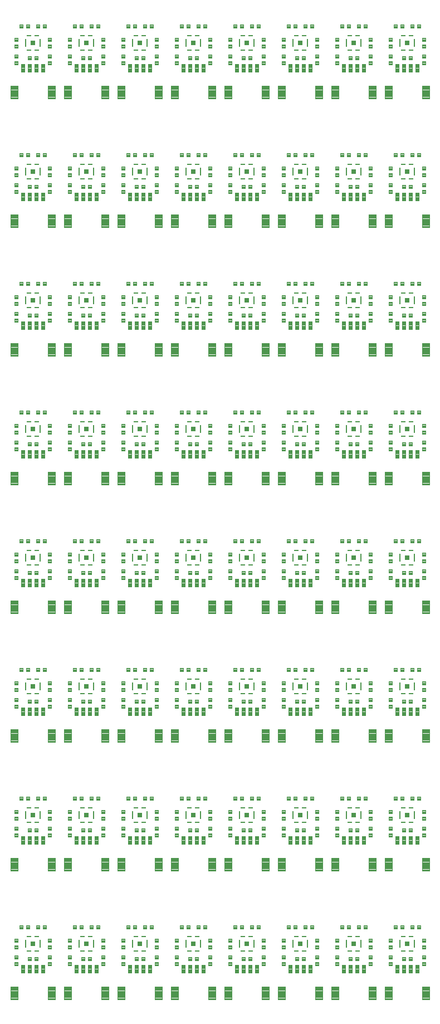
<source format=gtp>
G04 EAGLE Gerber RS-274X export*
G75*
%MOMM*%
%FSLAX34Y34*%
%LPD*%
%INSolderpaste Top*%
%IPPOS*%
%AMOC8*
5,1,8,0,0,1.08239X$1,22.5*%
G01*
%ADD10C,0.096000*%
%ADD11C,0.102000*%
%ADD12R,0.800000X0.250000*%
%ADD13R,0.250000X1.300000*%
%ADD14R,0.800000X0.800000*%


D10*
X15620Y4530D02*
X4580Y4530D01*
X4580Y23570D01*
X15620Y23570D01*
X15620Y4530D01*
X15620Y5442D02*
X4580Y5442D01*
X4580Y6354D02*
X15620Y6354D01*
X15620Y7266D02*
X4580Y7266D01*
X4580Y8178D02*
X15620Y8178D01*
X15620Y9090D02*
X4580Y9090D01*
X4580Y10002D02*
X15620Y10002D01*
X15620Y10914D02*
X4580Y10914D01*
X4580Y11826D02*
X15620Y11826D01*
X15620Y12738D02*
X4580Y12738D01*
X4580Y13650D02*
X15620Y13650D01*
X15620Y14562D02*
X4580Y14562D01*
X4580Y15474D02*
X15620Y15474D01*
X15620Y16386D02*
X4580Y16386D01*
X4580Y17298D02*
X15620Y17298D01*
X15620Y18210D02*
X4580Y18210D01*
X4580Y19122D02*
X15620Y19122D01*
X15620Y20034D02*
X4580Y20034D01*
X4580Y20946D02*
X15620Y20946D01*
X15620Y21858D02*
X4580Y21858D01*
X4580Y22770D02*
X15620Y22770D01*
X60580Y4530D02*
X71620Y4530D01*
X60580Y4530D02*
X60580Y23570D01*
X71620Y23570D01*
X71620Y4530D01*
X71620Y5442D02*
X60580Y5442D01*
X60580Y6354D02*
X71620Y6354D01*
X71620Y7266D02*
X60580Y7266D01*
X60580Y8178D02*
X71620Y8178D01*
X71620Y9090D02*
X60580Y9090D01*
X60580Y10002D02*
X71620Y10002D01*
X71620Y10914D02*
X60580Y10914D01*
X60580Y11826D02*
X71620Y11826D01*
X71620Y12738D02*
X60580Y12738D01*
X60580Y13650D02*
X71620Y13650D01*
X71620Y14562D02*
X60580Y14562D01*
X60580Y15474D02*
X71620Y15474D01*
X71620Y16386D02*
X60580Y16386D01*
X60580Y17298D02*
X71620Y17298D01*
X71620Y18210D02*
X60580Y18210D01*
X60580Y19122D02*
X71620Y19122D01*
X71620Y20034D02*
X60580Y20034D01*
X60580Y20946D02*
X71620Y20946D01*
X71620Y21858D02*
X60580Y21858D01*
X60580Y22770D02*
X71620Y22770D01*
D11*
X25590Y44560D02*
X20610Y44560D01*
X20610Y57040D01*
X25590Y57040D01*
X25590Y44560D01*
X25590Y45529D02*
X20610Y45529D01*
X20610Y46498D02*
X25590Y46498D01*
X25590Y47467D02*
X20610Y47467D01*
X20610Y48436D02*
X25590Y48436D01*
X25590Y49405D02*
X20610Y49405D01*
X20610Y50374D02*
X25590Y50374D01*
X25590Y51343D02*
X20610Y51343D01*
X20610Y52312D02*
X25590Y52312D01*
X25590Y53281D02*
X20610Y53281D01*
X20610Y54250D02*
X25590Y54250D01*
X25590Y55219D02*
X20610Y55219D01*
X20610Y56188D02*
X25590Y56188D01*
X30610Y44560D02*
X35590Y44560D01*
X30610Y44560D02*
X30610Y57040D01*
X35590Y57040D01*
X35590Y44560D01*
X35590Y45529D02*
X30610Y45529D01*
X30610Y46498D02*
X35590Y46498D01*
X35590Y47467D02*
X30610Y47467D01*
X30610Y48436D02*
X35590Y48436D01*
X35590Y49405D02*
X30610Y49405D01*
X30610Y50374D02*
X35590Y50374D01*
X35590Y51343D02*
X30610Y51343D01*
X30610Y52312D02*
X35590Y52312D01*
X35590Y53281D02*
X30610Y53281D01*
X30610Y54250D02*
X35590Y54250D01*
X35590Y55219D02*
X30610Y55219D01*
X30610Y56188D02*
X35590Y56188D01*
X40610Y44560D02*
X45590Y44560D01*
X40610Y44560D02*
X40610Y57040D01*
X45590Y57040D01*
X45590Y44560D01*
X45590Y45529D02*
X40610Y45529D01*
X40610Y46498D02*
X45590Y46498D01*
X45590Y47467D02*
X40610Y47467D01*
X40610Y48436D02*
X45590Y48436D01*
X45590Y49405D02*
X40610Y49405D01*
X40610Y50374D02*
X45590Y50374D01*
X45590Y51343D02*
X40610Y51343D01*
X40610Y52312D02*
X45590Y52312D01*
X45590Y53281D02*
X40610Y53281D01*
X40610Y54250D02*
X45590Y54250D01*
X45590Y55219D02*
X40610Y55219D01*
X40610Y56188D02*
X45590Y56188D01*
X50610Y44560D02*
X55590Y44560D01*
X50610Y44560D02*
X50610Y57040D01*
X55590Y57040D01*
X55590Y44560D01*
X55590Y45529D02*
X50610Y45529D01*
X50610Y46498D02*
X55590Y46498D01*
X55590Y47467D02*
X50610Y47467D01*
X50610Y48436D02*
X55590Y48436D01*
X55590Y49405D02*
X50610Y49405D01*
X50610Y50374D02*
X55590Y50374D01*
X55590Y51343D02*
X50610Y51343D01*
X50610Y52312D02*
X55590Y52312D01*
X55590Y53281D02*
X50610Y53281D01*
X50610Y54250D02*
X55590Y54250D01*
X55590Y55219D02*
X50610Y55219D01*
X50610Y56188D02*
X55590Y56188D01*
D12*
X43850Y100150D03*
X32350Y100150D03*
X43850Y77650D03*
X32350Y77650D03*
D13*
X49350Y88900D03*
X26850Y88900D03*
D14*
X38100Y88900D03*
D11*
X40610Y68530D02*
X45590Y68530D01*
X45590Y63550D01*
X40610Y63550D01*
X40610Y68530D01*
X40610Y64519D02*
X45590Y64519D01*
X45590Y65488D02*
X40610Y65488D01*
X40610Y66457D02*
X45590Y66457D01*
X45590Y67426D02*
X40610Y67426D01*
X40610Y68395D02*
X45590Y68395D01*
X35590Y68530D02*
X30610Y68530D01*
X35590Y68530D02*
X35590Y63550D01*
X30610Y63550D01*
X30610Y68530D01*
X30610Y64519D02*
X35590Y64519D01*
X35590Y65488D02*
X30610Y65488D01*
X30610Y66457D02*
X35590Y66457D01*
X35590Y67426D02*
X30610Y67426D01*
X30610Y68395D02*
X35590Y68395D01*
X61010Y91410D02*
X61010Y96390D01*
X65990Y96390D01*
X65990Y91410D01*
X61010Y91410D01*
X61010Y92379D02*
X65990Y92379D01*
X65990Y93348D02*
X61010Y93348D01*
X61010Y94317D02*
X65990Y94317D01*
X65990Y95286D02*
X61010Y95286D01*
X61010Y96255D02*
X65990Y96255D01*
X61010Y86390D02*
X61010Y81410D01*
X61010Y86390D02*
X65990Y86390D01*
X65990Y81410D01*
X61010Y81410D01*
X61010Y82379D02*
X65990Y82379D01*
X65990Y83348D02*
X61010Y83348D01*
X61010Y84317D02*
X65990Y84317D01*
X65990Y85286D02*
X61010Y85286D01*
X61010Y86255D02*
X65990Y86255D01*
X61010Y70990D02*
X61010Y66010D01*
X61010Y70990D02*
X65990Y70990D01*
X65990Y66010D01*
X61010Y66010D01*
X61010Y66979D02*
X65990Y66979D01*
X65990Y67948D02*
X61010Y67948D01*
X61010Y68917D02*
X65990Y68917D01*
X65990Y69886D02*
X61010Y69886D01*
X61010Y70855D02*
X65990Y70855D01*
X61010Y60990D02*
X61010Y56010D01*
X61010Y60990D02*
X65990Y60990D01*
X65990Y56010D01*
X61010Y56010D01*
X61010Y56979D02*
X65990Y56979D01*
X65990Y57948D02*
X61010Y57948D01*
X61010Y58917D02*
X65990Y58917D01*
X65990Y59886D02*
X61010Y59886D01*
X61010Y60855D02*
X65990Y60855D01*
X10210Y66010D02*
X10210Y70990D01*
X15190Y70990D01*
X15190Y66010D01*
X10210Y66010D01*
X10210Y66979D02*
X15190Y66979D01*
X15190Y67948D02*
X10210Y67948D01*
X10210Y68917D02*
X15190Y68917D01*
X15190Y69886D02*
X10210Y69886D01*
X10210Y70855D02*
X15190Y70855D01*
X10210Y60990D02*
X10210Y56010D01*
X10210Y60990D02*
X15190Y60990D01*
X15190Y56010D01*
X10210Y56010D01*
X10210Y56979D02*
X15190Y56979D01*
X15190Y57948D02*
X10210Y57948D01*
X10210Y58917D02*
X15190Y58917D01*
X15190Y59886D02*
X10210Y59886D01*
X10210Y60855D02*
X15190Y60855D01*
X10210Y91410D02*
X10210Y96390D01*
X15190Y96390D01*
X15190Y91410D01*
X10210Y91410D01*
X10210Y92379D02*
X15190Y92379D01*
X15190Y93348D02*
X10210Y93348D01*
X10210Y94317D02*
X15190Y94317D01*
X15190Y95286D02*
X10210Y95286D01*
X10210Y96255D02*
X15190Y96255D01*
X10210Y86390D02*
X10210Y81410D01*
X10210Y86390D02*
X15190Y86390D01*
X15190Y81410D01*
X10210Y81410D01*
X10210Y82379D02*
X15190Y82379D01*
X15190Y83348D02*
X10210Y83348D01*
X10210Y84317D02*
X15190Y84317D01*
X15190Y85286D02*
X10210Y85286D01*
X10210Y86255D02*
X15190Y86255D01*
X17910Y111810D02*
X22890Y111810D01*
X17910Y111810D02*
X17910Y116790D01*
X22890Y116790D01*
X22890Y111810D01*
X22890Y112779D02*
X17910Y112779D01*
X17910Y113748D02*
X22890Y113748D01*
X22890Y114717D02*
X17910Y114717D01*
X17910Y115686D02*
X22890Y115686D01*
X22890Y116655D02*
X17910Y116655D01*
X27910Y111810D02*
X32890Y111810D01*
X27910Y111810D02*
X27910Y116790D01*
X32890Y116790D01*
X32890Y111810D01*
X32890Y112779D02*
X27910Y112779D01*
X27910Y113748D02*
X32890Y113748D01*
X32890Y114717D02*
X27910Y114717D01*
X27910Y115686D02*
X32890Y115686D01*
X32890Y116655D02*
X27910Y116655D01*
X53310Y116790D02*
X58290Y116790D01*
X58290Y111810D01*
X53310Y111810D01*
X53310Y116790D01*
X53310Y112779D02*
X58290Y112779D01*
X58290Y113748D02*
X53310Y113748D01*
X53310Y114717D02*
X58290Y114717D01*
X58290Y115686D02*
X53310Y115686D01*
X53310Y116655D02*
X58290Y116655D01*
X48290Y116790D02*
X43310Y116790D01*
X48290Y116790D02*
X48290Y111810D01*
X43310Y111810D01*
X43310Y116790D01*
X43310Y112779D02*
X48290Y112779D01*
X48290Y113748D02*
X43310Y113748D01*
X43310Y114717D02*
X48290Y114717D01*
X48290Y115686D02*
X43310Y115686D01*
X43310Y116655D02*
X48290Y116655D01*
D10*
X85860Y4530D02*
X96900Y4530D01*
X85860Y4530D02*
X85860Y23570D01*
X96900Y23570D01*
X96900Y4530D01*
X96900Y5442D02*
X85860Y5442D01*
X85860Y6354D02*
X96900Y6354D01*
X96900Y7266D02*
X85860Y7266D01*
X85860Y8178D02*
X96900Y8178D01*
X96900Y9090D02*
X85860Y9090D01*
X85860Y10002D02*
X96900Y10002D01*
X96900Y10914D02*
X85860Y10914D01*
X85860Y11826D02*
X96900Y11826D01*
X96900Y12738D02*
X85860Y12738D01*
X85860Y13650D02*
X96900Y13650D01*
X96900Y14562D02*
X85860Y14562D01*
X85860Y15474D02*
X96900Y15474D01*
X96900Y16386D02*
X85860Y16386D01*
X85860Y17298D02*
X96900Y17298D01*
X96900Y18210D02*
X85860Y18210D01*
X85860Y19122D02*
X96900Y19122D01*
X96900Y20034D02*
X85860Y20034D01*
X85860Y20946D02*
X96900Y20946D01*
X96900Y21858D02*
X85860Y21858D01*
X85860Y22770D02*
X96900Y22770D01*
X141860Y4530D02*
X152900Y4530D01*
X141860Y4530D02*
X141860Y23570D01*
X152900Y23570D01*
X152900Y4530D01*
X152900Y5442D02*
X141860Y5442D01*
X141860Y6354D02*
X152900Y6354D01*
X152900Y7266D02*
X141860Y7266D01*
X141860Y8178D02*
X152900Y8178D01*
X152900Y9090D02*
X141860Y9090D01*
X141860Y10002D02*
X152900Y10002D01*
X152900Y10914D02*
X141860Y10914D01*
X141860Y11826D02*
X152900Y11826D01*
X152900Y12738D02*
X141860Y12738D01*
X141860Y13650D02*
X152900Y13650D01*
X152900Y14562D02*
X141860Y14562D01*
X141860Y15474D02*
X152900Y15474D01*
X152900Y16386D02*
X141860Y16386D01*
X141860Y17298D02*
X152900Y17298D01*
X152900Y18210D02*
X141860Y18210D01*
X141860Y19122D02*
X152900Y19122D01*
X152900Y20034D02*
X141860Y20034D01*
X141860Y20946D02*
X152900Y20946D01*
X152900Y21858D02*
X141860Y21858D01*
X141860Y22770D02*
X152900Y22770D01*
D11*
X106870Y44560D02*
X101890Y44560D01*
X101890Y57040D01*
X106870Y57040D01*
X106870Y44560D01*
X106870Y45529D02*
X101890Y45529D01*
X101890Y46498D02*
X106870Y46498D01*
X106870Y47467D02*
X101890Y47467D01*
X101890Y48436D02*
X106870Y48436D01*
X106870Y49405D02*
X101890Y49405D01*
X101890Y50374D02*
X106870Y50374D01*
X106870Y51343D02*
X101890Y51343D01*
X101890Y52312D02*
X106870Y52312D01*
X106870Y53281D02*
X101890Y53281D01*
X101890Y54250D02*
X106870Y54250D01*
X106870Y55219D02*
X101890Y55219D01*
X101890Y56188D02*
X106870Y56188D01*
X111890Y44560D02*
X116870Y44560D01*
X111890Y44560D02*
X111890Y57040D01*
X116870Y57040D01*
X116870Y44560D01*
X116870Y45529D02*
X111890Y45529D01*
X111890Y46498D02*
X116870Y46498D01*
X116870Y47467D02*
X111890Y47467D01*
X111890Y48436D02*
X116870Y48436D01*
X116870Y49405D02*
X111890Y49405D01*
X111890Y50374D02*
X116870Y50374D01*
X116870Y51343D02*
X111890Y51343D01*
X111890Y52312D02*
X116870Y52312D01*
X116870Y53281D02*
X111890Y53281D01*
X111890Y54250D02*
X116870Y54250D01*
X116870Y55219D02*
X111890Y55219D01*
X111890Y56188D02*
X116870Y56188D01*
X121890Y44560D02*
X126870Y44560D01*
X121890Y44560D02*
X121890Y57040D01*
X126870Y57040D01*
X126870Y44560D01*
X126870Y45529D02*
X121890Y45529D01*
X121890Y46498D02*
X126870Y46498D01*
X126870Y47467D02*
X121890Y47467D01*
X121890Y48436D02*
X126870Y48436D01*
X126870Y49405D02*
X121890Y49405D01*
X121890Y50374D02*
X126870Y50374D01*
X126870Y51343D02*
X121890Y51343D01*
X121890Y52312D02*
X126870Y52312D01*
X126870Y53281D02*
X121890Y53281D01*
X121890Y54250D02*
X126870Y54250D01*
X126870Y55219D02*
X121890Y55219D01*
X121890Y56188D02*
X126870Y56188D01*
X131890Y44560D02*
X136870Y44560D01*
X131890Y44560D02*
X131890Y57040D01*
X136870Y57040D01*
X136870Y44560D01*
X136870Y45529D02*
X131890Y45529D01*
X131890Y46498D02*
X136870Y46498D01*
X136870Y47467D02*
X131890Y47467D01*
X131890Y48436D02*
X136870Y48436D01*
X136870Y49405D02*
X131890Y49405D01*
X131890Y50374D02*
X136870Y50374D01*
X136870Y51343D02*
X131890Y51343D01*
X131890Y52312D02*
X136870Y52312D01*
X136870Y53281D02*
X131890Y53281D01*
X131890Y54250D02*
X136870Y54250D01*
X136870Y55219D02*
X131890Y55219D01*
X131890Y56188D02*
X136870Y56188D01*
D12*
X125130Y100150D03*
X113630Y100150D03*
X125130Y77650D03*
X113630Y77650D03*
D13*
X130630Y88900D03*
X108130Y88900D03*
D14*
X119380Y88900D03*
D11*
X121890Y68530D02*
X126870Y68530D01*
X126870Y63550D01*
X121890Y63550D01*
X121890Y68530D01*
X121890Y64519D02*
X126870Y64519D01*
X126870Y65488D02*
X121890Y65488D01*
X121890Y66457D02*
X126870Y66457D01*
X126870Y67426D02*
X121890Y67426D01*
X121890Y68395D02*
X126870Y68395D01*
X116870Y68530D02*
X111890Y68530D01*
X116870Y68530D02*
X116870Y63550D01*
X111890Y63550D01*
X111890Y68530D01*
X111890Y64519D02*
X116870Y64519D01*
X116870Y65488D02*
X111890Y65488D01*
X111890Y66457D02*
X116870Y66457D01*
X116870Y67426D02*
X111890Y67426D01*
X111890Y68395D02*
X116870Y68395D01*
X142290Y91410D02*
X142290Y96390D01*
X147270Y96390D01*
X147270Y91410D01*
X142290Y91410D01*
X142290Y92379D02*
X147270Y92379D01*
X147270Y93348D02*
X142290Y93348D01*
X142290Y94317D02*
X147270Y94317D01*
X147270Y95286D02*
X142290Y95286D01*
X142290Y96255D02*
X147270Y96255D01*
X142290Y86390D02*
X142290Y81410D01*
X142290Y86390D02*
X147270Y86390D01*
X147270Y81410D01*
X142290Y81410D01*
X142290Y82379D02*
X147270Y82379D01*
X147270Y83348D02*
X142290Y83348D01*
X142290Y84317D02*
X147270Y84317D01*
X147270Y85286D02*
X142290Y85286D01*
X142290Y86255D02*
X147270Y86255D01*
X142290Y70990D02*
X142290Y66010D01*
X142290Y70990D02*
X147270Y70990D01*
X147270Y66010D01*
X142290Y66010D01*
X142290Y66979D02*
X147270Y66979D01*
X147270Y67948D02*
X142290Y67948D01*
X142290Y68917D02*
X147270Y68917D01*
X147270Y69886D02*
X142290Y69886D01*
X142290Y70855D02*
X147270Y70855D01*
X142290Y60990D02*
X142290Y56010D01*
X142290Y60990D02*
X147270Y60990D01*
X147270Y56010D01*
X142290Y56010D01*
X142290Y56979D02*
X147270Y56979D01*
X147270Y57948D02*
X142290Y57948D01*
X142290Y58917D02*
X147270Y58917D01*
X147270Y59886D02*
X142290Y59886D01*
X142290Y60855D02*
X147270Y60855D01*
X91490Y66010D02*
X91490Y70990D01*
X96470Y70990D01*
X96470Y66010D01*
X91490Y66010D01*
X91490Y66979D02*
X96470Y66979D01*
X96470Y67948D02*
X91490Y67948D01*
X91490Y68917D02*
X96470Y68917D01*
X96470Y69886D02*
X91490Y69886D01*
X91490Y70855D02*
X96470Y70855D01*
X91490Y60990D02*
X91490Y56010D01*
X91490Y60990D02*
X96470Y60990D01*
X96470Y56010D01*
X91490Y56010D01*
X91490Y56979D02*
X96470Y56979D01*
X96470Y57948D02*
X91490Y57948D01*
X91490Y58917D02*
X96470Y58917D01*
X96470Y59886D02*
X91490Y59886D01*
X91490Y60855D02*
X96470Y60855D01*
X91490Y91410D02*
X91490Y96390D01*
X96470Y96390D01*
X96470Y91410D01*
X91490Y91410D01*
X91490Y92379D02*
X96470Y92379D01*
X96470Y93348D02*
X91490Y93348D01*
X91490Y94317D02*
X96470Y94317D01*
X96470Y95286D02*
X91490Y95286D01*
X91490Y96255D02*
X96470Y96255D01*
X91490Y86390D02*
X91490Y81410D01*
X91490Y86390D02*
X96470Y86390D01*
X96470Y81410D01*
X91490Y81410D01*
X91490Y82379D02*
X96470Y82379D01*
X96470Y83348D02*
X91490Y83348D01*
X91490Y84317D02*
X96470Y84317D01*
X96470Y85286D02*
X91490Y85286D01*
X91490Y86255D02*
X96470Y86255D01*
X99190Y111810D02*
X104170Y111810D01*
X99190Y111810D02*
X99190Y116790D01*
X104170Y116790D01*
X104170Y111810D01*
X104170Y112779D02*
X99190Y112779D01*
X99190Y113748D02*
X104170Y113748D01*
X104170Y114717D02*
X99190Y114717D01*
X99190Y115686D02*
X104170Y115686D01*
X104170Y116655D02*
X99190Y116655D01*
X109190Y111810D02*
X114170Y111810D01*
X109190Y111810D02*
X109190Y116790D01*
X114170Y116790D01*
X114170Y111810D01*
X114170Y112779D02*
X109190Y112779D01*
X109190Y113748D02*
X114170Y113748D01*
X114170Y114717D02*
X109190Y114717D01*
X109190Y115686D02*
X114170Y115686D01*
X114170Y116655D02*
X109190Y116655D01*
X134590Y116790D02*
X139570Y116790D01*
X139570Y111810D01*
X134590Y111810D01*
X134590Y116790D01*
X134590Y112779D02*
X139570Y112779D01*
X139570Y113748D02*
X134590Y113748D01*
X134590Y114717D02*
X139570Y114717D01*
X139570Y115686D02*
X134590Y115686D01*
X134590Y116655D02*
X139570Y116655D01*
X129570Y116790D02*
X124590Y116790D01*
X129570Y116790D02*
X129570Y111810D01*
X124590Y111810D01*
X124590Y116790D01*
X124590Y112779D02*
X129570Y112779D01*
X129570Y113748D02*
X124590Y113748D01*
X124590Y114717D02*
X129570Y114717D01*
X129570Y115686D02*
X124590Y115686D01*
X124590Y116655D02*
X129570Y116655D01*
D10*
X167140Y4530D02*
X178180Y4530D01*
X167140Y4530D02*
X167140Y23570D01*
X178180Y23570D01*
X178180Y4530D01*
X178180Y5442D02*
X167140Y5442D01*
X167140Y6354D02*
X178180Y6354D01*
X178180Y7266D02*
X167140Y7266D01*
X167140Y8178D02*
X178180Y8178D01*
X178180Y9090D02*
X167140Y9090D01*
X167140Y10002D02*
X178180Y10002D01*
X178180Y10914D02*
X167140Y10914D01*
X167140Y11826D02*
X178180Y11826D01*
X178180Y12738D02*
X167140Y12738D01*
X167140Y13650D02*
X178180Y13650D01*
X178180Y14562D02*
X167140Y14562D01*
X167140Y15474D02*
X178180Y15474D01*
X178180Y16386D02*
X167140Y16386D01*
X167140Y17298D02*
X178180Y17298D01*
X178180Y18210D02*
X167140Y18210D01*
X167140Y19122D02*
X178180Y19122D01*
X178180Y20034D02*
X167140Y20034D01*
X167140Y20946D02*
X178180Y20946D01*
X178180Y21858D02*
X167140Y21858D01*
X167140Y22770D02*
X178180Y22770D01*
X223140Y4530D02*
X234180Y4530D01*
X223140Y4530D02*
X223140Y23570D01*
X234180Y23570D01*
X234180Y4530D01*
X234180Y5442D02*
X223140Y5442D01*
X223140Y6354D02*
X234180Y6354D01*
X234180Y7266D02*
X223140Y7266D01*
X223140Y8178D02*
X234180Y8178D01*
X234180Y9090D02*
X223140Y9090D01*
X223140Y10002D02*
X234180Y10002D01*
X234180Y10914D02*
X223140Y10914D01*
X223140Y11826D02*
X234180Y11826D01*
X234180Y12738D02*
X223140Y12738D01*
X223140Y13650D02*
X234180Y13650D01*
X234180Y14562D02*
X223140Y14562D01*
X223140Y15474D02*
X234180Y15474D01*
X234180Y16386D02*
X223140Y16386D01*
X223140Y17298D02*
X234180Y17298D01*
X234180Y18210D02*
X223140Y18210D01*
X223140Y19122D02*
X234180Y19122D01*
X234180Y20034D02*
X223140Y20034D01*
X223140Y20946D02*
X234180Y20946D01*
X234180Y21858D02*
X223140Y21858D01*
X223140Y22770D02*
X234180Y22770D01*
D11*
X188150Y44560D02*
X183170Y44560D01*
X183170Y57040D01*
X188150Y57040D01*
X188150Y44560D01*
X188150Y45529D02*
X183170Y45529D01*
X183170Y46498D02*
X188150Y46498D01*
X188150Y47467D02*
X183170Y47467D01*
X183170Y48436D02*
X188150Y48436D01*
X188150Y49405D02*
X183170Y49405D01*
X183170Y50374D02*
X188150Y50374D01*
X188150Y51343D02*
X183170Y51343D01*
X183170Y52312D02*
X188150Y52312D01*
X188150Y53281D02*
X183170Y53281D01*
X183170Y54250D02*
X188150Y54250D01*
X188150Y55219D02*
X183170Y55219D01*
X183170Y56188D02*
X188150Y56188D01*
X193170Y44560D02*
X198150Y44560D01*
X193170Y44560D02*
X193170Y57040D01*
X198150Y57040D01*
X198150Y44560D01*
X198150Y45529D02*
X193170Y45529D01*
X193170Y46498D02*
X198150Y46498D01*
X198150Y47467D02*
X193170Y47467D01*
X193170Y48436D02*
X198150Y48436D01*
X198150Y49405D02*
X193170Y49405D01*
X193170Y50374D02*
X198150Y50374D01*
X198150Y51343D02*
X193170Y51343D01*
X193170Y52312D02*
X198150Y52312D01*
X198150Y53281D02*
X193170Y53281D01*
X193170Y54250D02*
X198150Y54250D01*
X198150Y55219D02*
X193170Y55219D01*
X193170Y56188D02*
X198150Y56188D01*
X203170Y44560D02*
X208150Y44560D01*
X203170Y44560D02*
X203170Y57040D01*
X208150Y57040D01*
X208150Y44560D01*
X208150Y45529D02*
X203170Y45529D01*
X203170Y46498D02*
X208150Y46498D01*
X208150Y47467D02*
X203170Y47467D01*
X203170Y48436D02*
X208150Y48436D01*
X208150Y49405D02*
X203170Y49405D01*
X203170Y50374D02*
X208150Y50374D01*
X208150Y51343D02*
X203170Y51343D01*
X203170Y52312D02*
X208150Y52312D01*
X208150Y53281D02*
X203170Y53281D01*
X203170Y54250D02*
X208150Y54250D01*
X208150Y55219D02*
X203170Y55219D01*
X203170Y56188D02*
X208150Y56188D01*
X213170Y44560D02*
X218150Y44560D01*
X213170Y44560D02*
X213170Y57040D01*
X218150Y57040D01*
X218150Y44560D01*
X218150Y45529D02*
X213170Y45529D01*
X213170Y46498D02*
X218150Y46498D01*
X218150Y47467D02*
X213170Y47467D01*
X213170Y48436D02*
X218150Y48436D01*
X218150Y49405D02*
X213170Y49405D01*
X213170Y50374D02*
X218150Y50374D01*
X218150Y51343D02*
X213170Y51343D01*
X213170Y52312D02*
X218150Y52312D01*
X218150Y53281D02*
X213170Y53281D01*
X213170Y54250D02*
X218150Y54250D01*
X218150Y55219D02*
X213170Y55219D01*
X213170Y56188D02*
X218150Y56188D01*
D12*
X206410Y100150D03*
X194910Y100150D03*
X206410Y77650D03*
X194910Y77650D03*
D13*
X211910Y88900D03*
X189410Y88900D03*
D14*
X200660Y88900D03*
D11*
X203170Y68530D02*
X208150Y68530D01*
X208150Y63550D01*
X203170Y63550D01*
X203170Y68530D01*
X203170Y64519D02*
X208150Y64519D01*
X208150Y65488D02*
X203170Y65488D01*
X203170Y66457D02*
X208150Y66457D01*
X208150Y67426D02*
X203170Y67426D01*
X203170Y68395D02*
X208150Y68395D01*
X198150Y68530D02*
X193170Y68530D01*
X198150Y68530D02*
X198150Y63550D01*
X193170Y63550D01*
X193170Y68530D01*
X193170Y64519D02*
X198150Y64519D01*
X198150Y65488D02*
X193170Y65488D01*
X193170Y66457D02*
X198150Y66457D01*
X198150Y67426D02*
X193170Y67426D01*
X193170Y68395D02*
X198150Y68395D01*
X223570Y91410D02*
X223570Y96390D01*
X228550Y96390D01*
X228550Y91410D01*
X223570Y91410D01*
X223570Y92379D02*
X228550Y92379D01*
X228550Y93348D02*
X223570Y93348D01*
X223570Y94317D02*
X228550Y94317D01*
X228550Y95286D02*
X223570Y95286D01*
X223570Y96255D02*
X228550Y96255D01*
X223570Y86390D02*
X223570Y81410D01*
X223570Y86390D02*
X228550Y86390D01*
X228550Y81410D01*
X223570Y81410D01*
X223570Y82379D02*
X228550Y82379D01*
X228550Y83348D02*
X223570Y83348D01*
X223570Y84317D02*
X228550Y84317D01*
X228550Y85286D02*
X223570Y85286D01*
X223570Y86255D02*
X228550Y86255D01*
X223570Y70990D02*
X223570Y66010D01*
X223570Y70990D02*
X228550Y70990D01*
X228550Y66010D01*
X223570Y66010D01*
X223570Y66979D02*
X228550Y66979D01*
X228550Y67948D02*
X223570Y67948D01*
X223570Y68917D02*
X228550Y68917D01*
X228550Y69886D02*
X223570Y69886D01*
X223570Y70855D02*
X228550Y70855D01*
X223570Y60990D02*
X223570Y56010D01*
X223570Y60990D02*
X228550Y60990D01*
X228550Y56010D01*
X223570Y56010D01*
X223570Y56979D02*
X228550Y56979D01*
X228550Y57948D02*
X223570Y57948D01*
X223570Y58917D02*
X228550Y58917D01*
X228550Y59886D02*
X223570Y59886D01*
X223570Y60855D02*
X228550Y60855D01*
X172770Y66010D02*
X172770Y70990D01*
X177750Y70990D01*
X177750Y66010D01*
X172770Y66010D01*
X172770Y66979D02*
X177750Y66979D01*
X177750Y67948D02*
X172770Y67948D01*
X172770Y68917D02*
X177750Y68917D01*
X177750Y69886D02*
X172770Y69886D01*
X172770Y70855D02*
X177750Y70855D01*
X172770Y60990D02*
X172770Y56010D01*
X172770Y60990D02*
X177750Y60990D01*
X177750Y56010D01*
X172770Y56010D01*
X172770Y56979D02*
X177750Y56979D01*
X177750Y57948D02*
X172770Y57948D01*
X172770Y58917D02*
X177750Y58917D01*
X177750Y59886D02*
X172770Y59886D01*
X172770Y60855D02*
X177750Y60855D01*
X172770Y91410D02*
X172770Y96390D01*
X177750Y96390D01*
X177750Y91410D01*
X172770Y91410D01*
X172770Y92379D02*
X177750Y92379D01*
X177750Y93348D02*
X172770Y93348D01*
X172770Y94317D02*
X177750Y94317D01*
X177750Y95286D02*
X172770Y95286D01*
X172770Y96255D02*
X177750Y96255D01*
X172770Y86390D02*
X172770Y81410D01*
X172770Y86390D02*
X177750Y86390D01*
X177750Y81410D01*
X172770Y81410D01*
X172770Y82379D02*
X177750Y82379D01*
X177750Y83348D02*
X172770Y83348D01*
X172770Y84317D02*
X177750Y84317D01*
X177750Y85286D02*
X172770Y85286D01*
X172770Y86255D02*
X177750Y86255D01*
X180470Y111810D02*
X185450Y111810D01*
X180470Y111810D02*
X180470Y116790D01*
X185450Y116790D01*
X185450Y111810D01*
X185450Y112779D02*
X180470Y112779D01*
X180470Y113748D02*
X185450Y113748D01*
X185450Y114717D02*
X180470Y114717D01*
X180470Y115686D02*
X185450Y115686D01*
X185450Y116655D02*
X180470Y116655D01*
X190470Y111810D02*
X195450Y111810D01*
X190470Y111810D02*
X190470Y116790D01*
X195450Y116790D01*
X195450Y111810D01*
X195450Y112779D02*
X190470Y112779D01*
X190470Y113748D02*
X195450Y113748D01*
X195450Y114717D02*
X190470Y114717D01*
X190470Y115686D02*
X195450Y115686D01*
X195450Y116655D02*
X190470Y116655D01*
X215870Y116790D02*
X220850Y116790D01*
X220850Y111810D01*
X215870Y111810D01*
X215870Y116790D01*
X215870Y112779D02*
X220850Y112779D01*
X220850Y113748D02*
X215870Y113748D01*
X215870Y114717D02*
X220850Y114717D01*
X220850Y115686D02*
X215870Y115686D01*
X215870Y116655D02*
X220850Y116655D01*
X210850Y116790D02*
X205870Y116790D01*
X210850Y116790D02*
X210850Y111810D01*
X205870Y111810D01*
X205870Y116790D01*
X205870Y112779D02*
X210850Y112779D01*
X210850Y113748D02*
X205870Y113748D01*
X205870Y114717D02*
X210850Y114717D01*
X210850Y115686D02*
X205870Y115686D01*
X205870Y116655D02*
X210850Y116655D01*
D10*
X248420Y4530D02*
X259460Y4530D01*
X248420Y4530D02*
X248420Y23570D01*
X259460Y23570D01*
X259460Y4530D01*
X259460Y5442D02*
X248420Y5442D01*
X248420Y6354D02*
X259460Y6354D01*
X259460Y7266D02*
X248420Y7266D01*
X248420Y8178D02*
X259460Y8178D01*
X259460Y9090D02*
X248420Y9090D01*
X248420Y10002D02*
X259460Y10002D01*
X259460Y10914D02*
X248420Y10914D01*
X248420Y11826D02*
X259460Y11826D01*
X259460Y12738D02*
X248420Y12738D01*
X248420Y13650D02*
X259460Y13650D01*
X259460Y14562D02*
X248420Y14562D01*
X248420Y15474D02*
X259460Y15474D01*
X259460Y16386D02*
X248420Y16386D01*
X248420Y17298D02*
X259460Y17298D01*
X259460Y18210D02*
X248420Y18210D01*
X248420Y19122D02*
X259460Y19122D01*
X259460Y20034D02*
X248420Y20034D01*
X248420Y20946D02*
X259460Y20946D01*
X259460Y21858D02*
X248420Y21858D01*
X248420Y22770D02*
X259460Y22770D01*
X304420Y4530D02*
X315460Y4530D01*
X304420Y4530D02*
X304420Y23570D01*
X315460Y23570D01*
X315460Y4530D01*
X315460Y5442D02*
X304420Y5442D01*
X304420Y6354D02*
X315460Y6354D01*
X315460Y7266D02*
X304420Y7266D01*
X304420Y8178D02*
X315460Y8178D01*
X315460Y9090D02*
X304420Y9090D01*
X304420Y10002D02*
X315460Y10002D01*
X315460Y10914D02*
X304420Y10914D01*
X304420Y11826D02*
X315460Y11826D01*
X315460Y12738D02*
X304420Y12738D01*
X304420Y13650D02*
X315460Y13650D01*
X315460Y14562D02*
X304420Y14562D01*
X304420Y15474D02*
X315460Y15474D01*
X315460Y16386D02*
X304420Y16386D01*
X304420Y17298D02*
X315460Y17298D01*
X315460Y18210D02*
X304420Y18210D01*
X304420Y19122D02*
X315460Y19122D01*
X315460Y20034D02*
X304420Y20034D01*
X304420Y20946D02*
X315460Y20946D01*
X315460Y21858D02*
X304420Y21858D01*
X304420Y22770D02*
X315460Y22770D01*
D11*
X269430Y44560D02*
X264450Y44560D01*
X264450Y57040D01*
X269430Y57040D01*
X269430Y44560D01*
X269430Y45529D02*
X264450Y45529D01*
X264450Y46498D02*
X269430Y46498D01*
X269430Y47467D02*
X264450Y47467D01*
X264450Y48436D02*
X269430Y48436D01*
X269430Y49405D02*
X264450Y49405D01*
X264450Y50374D02*
X269430Y50374D01*
X269430Y51343D02*
X264450Y51343D01*
X264450Y52312D02*
X269430Y52312D01*
X269430Y53281D02*
X264450Y53281D01*
X264450Y54250D02*
X269430Y54250D01*
X269430Y55219D02*
X264450Y55219D01*
X264450Y56188D02*
X269430Y56188D01*
X274450Y44560D02*
X279430Y44560D01*
X274450Y44560D02*
X274450Y57040D01*
X279430Y57040D01*
X279430Y44560D01*
X279430Y45529D02*
X274450Y45529D01*
X274450Y46498D02*
X279430Y46498D01*
X279430Y47467D02*
X274450Y47467D01*
X274450Y48436D02*
X279430Y48436D01*
X279430Y49405D02*
X274450Y49405D01*
X274450Y50374D02*
X279430Y50374D01*
X279430Y51343D02*
X274450Y51343D01*
X274450Y52312D02*
X279430Y52312D01*
X279430Y53281D02*
X274450Y53281D01*
X274450Y54250D02*
X279430Y54250D01*
X279430Y55219D02*
X274450Y55219D01*
X274450Y56188D02*
X279430Y56188D01*
X284450Y44560D02*
X289430Y44560D01*
X284450Y44560D02*
X284450Y57040D01*
X289430Y57040D01*
X289430Y44560D01*
X289430Y45529D02*
X284450Y45529D01*
X284450Y46498D02*
X289430Y46498D01*
X289430Y47467D02*
X284450Y47467D01*
X284450Y48436D02*
X289430Y48436D01*
X289430Y49405D02*
X284450Y49405D01*
X284450Y50374D02*
X289430Y50374D01*
X289430Y51343D02*
X284450Y51343D01*
X284450Y52312D02*
X289430Y52312D01*
X289430Y53281D02*
X284450Y53281D01*
X284450Y54250D02*
X289430Y54250D01*
X289430Y55219D02*
X284450Y55219D01*
X284450Y56188D02*
X289430Y56188D01*
X294450Y44560D02*
X299430Y44560D01*
X294450Y44560D02*
X294450Y57040D01*
X299430Y57040D01*
X299430Y44560D01*
X299430Y45529D02*
X294450Y45529D01*
X294450Y46498D02*
X299430Y46498D01*
X299430Y47467D02*
X294450Y47467D01*
X294450Y48436D02*
X299430Y48436D01*
X299430Y49405D02*
X294450Y49405D01*
X294450Y50374D02*
X299430Y50374D01*
X299430Y51343D02*
X294450Y51343D01*
X294450Y52312D02*
X299430Y52312D01*
X299430Y53281D02*
X294450Y53281D01*
X294450Y54250D02*
X299430Y54250D01*
X299430Y55219D02*
X294450Y55219D01*
X294450Y56188D02*
X299430Y56188D01*
D12*
X287690Y100150D03*
X276190Y100150D03*
X287690Y77650D03*
X276190Y77650D03*
D13*
X293190Y88900D03*
X270690Y88900D03*
D14*
X281940Y88900D03*
D11*
X284450Y68530D02*
X289430Y68530D01*
X289430Y63550D01*
X284450Y63550D01*
X284450Y68530D01*
X284450Y64519D02*
X289430Y64519D01*
X289430Y65488D02*
X284450Y65488D01*
X284450Y66457D02*
X289430Y66457D01*
X289430Y67426D02*
X284450Y67426D01*
X284450Y68395D02*
X289430Y68395D01*
X279430Y68530D02*
X274450Y68530D01*
X279430Y68530D02*
X279430Y63550D01*
X274450Y63550D01*
X274450Y68530D01*
X274450Y64519D02*
X279430Y64519D01*
X279430Y65488D02*
X274450Y65488D01*
X274450Y66457D02*
X279430Y66457D01*
X279430Y67426D02*
X274450Y67426D01*
X274450Y68395D02*
X279430Y68395D01*
X304850Y91410D02*
X304850Y96390D01*
X309830Y96390D01*
X309830Y91410D01*
X304850Y91410D01*
X304850Y92379D02*
X309830Y92379D01*
X309830Y93348D02*
X304850Y93348D01*
X304850Y94317D02*
X309830Y94317D01*
X309830Y95286D02*
X304850Y95286D01*
X304850Y96255D02*
X309830Y96255D01*
X304850Y86390D02*
X304850Y81410D01*
X304850Y86390D02*
X309830Y86390D01*
X309830Y81410D01*
X304850Y81410D01*
X304850Y82379D02*
X309830Y82379D01*
X309830Y83348D02*
X304850Y83348D01*
X304850Y84317D02*
X309830Y84317D01*
X309830Y85286D02*
X304850Y85286D01*
X304850Y86255D02*
X309830Y86255D01*
X304850Y70990D02*
X304850Y66010D01*
X304850Y70990D02*
X309830Y70990D01*
X309830Y66010D01*
X304850Y66010D01*
X304850Y66979D02*
X309830Y66979D01*
X309830Y67948D02*
X304850Y67948D01*
X304850Y68917D02*
X309830Y68917D01*
X309830Y69886D02*
X304850Y69886D01*
X304850Y70855D02*
X309830Y70855D01*
X304850Y60990D02*
X304850Y56010D01*
X304850Y60990D02*
X309830Y60990D01*
X309830Y56010D01*
X304850Y56010D01*
X304850Y56979D02*
X309830Y56979D01*
X309830Y57948D02*
X304850Y57948D01*
X304850Y58917D02*
X309830Y58917D01*
X309830Y59886D02*
X304850Y59886D01*
X304850Y60855D02*
X309830Y60855D01*
X254050Y66010D02*
X254050Y70990D01*
X259030Y70990D01*
X259030Y66010D01*
X254050Y66010D01*
X254050Y66979D02*
X259030Y66979D01*
X259030Y67948D02*
X254050Y67948D01*
X254050Y68917D02*
X259030Y68917D01*
X259030Y69886D02*
X254050Y69886D01*
X254050Y70855D02*
X259030Y70855D01*
X254050Y60990D02*
X254050Y56010D01*
X254050Y60990D02*
X259030Y60990D01*
X259030Y56010D01*
X254050Y56010D01*
X254050Y56979D02*
X259030Y56979D01*
X259030Y57948D02*
X254050Y57948D01*
X254050Y58917D02*
X259030Y58917D01*
X259030Y59886D02*
X254050Y59886D01*
X254050Y60855D02*
X259030Y60855D01*
X254050Y91410D02*
X254050Y96390D01*
X259030Y96390D01*
X259030Y91410D01*
X254050Y91410D01*
X254050Y92379D02*
X259030Y92379D01*
X259030Y93348D02*
X254050Y93348D01*
X254050Y94317D02*
X259030Y94317D01*
X259030Y95286D02*
X254050Y95286D01*
X254050Y96255D02*
X259030Y96255D01*
X254050Y86390D02*
X254050Y81410D01*
X254050Y86390D02*
X259030Y86390D01*
X259030Y81410D01*
X254050Y81410D01*
X254050Y82379D02*
X259030Y82379D01*
X259030Y83348D02*
X254050Y83348D01*
X254050Y84317D02*
X259030Y84317D01*
X259030Y85286D02*
X254050Y85286D01*
X254050Y86255D02*
X259030Y86255D01*
X261750Y111810D02*
X266730Y111810D01*
X261750Y111810D02*
X261750Y116790D01*
X266730Y116790D01*
X266730Y111810D01*
X266730Y112779D02*
X261750Y112779D01*
X261750Y113748D02*
X266730Y113748D01*
X266730Y114717D02*
X261750Y114717D01*
X261750Y115686D02*
X266730Y115686D01*
X266730Y116655D02*
X261750Y116655D01*
X271750Y111810D02*
X276730Y111810D01*
X271750Y111810D02*
X271750Y116790D01*
X276730Y116790D01*
X276730Y111810D01*
X276730Y112779D02*
X271750Y112779D01*
X271750Y113748D02*
X276730Y113748D01*
X276730Y114717D02*
X271750Y114717D01*
X271750Y115686D02*
X276730Y115686D01*
X276730Y116655D02*
X271750Y116655D01*
X297150Y116790D02*
X302130Y116790D01*
X302130Y111810D01*
X297150Y111810D01*
X297150Y116790D01*
X297150Y112779D02*
X302130Y112779D01*
X302130Y113748D02*
X297150Y113748D01*
X297150Y114717D02*
X302130Y114717D01*
X302130Y115686D02*
X297150Y115686D01*
X297150Y116655D02*
X302130Y116655D01*
X292130Y116790D02*
X287150Y116790D01*
X292130Y116790D02*
X292130Y111810D01*
X287150Y111810D01*
X287150Y116790D01*
X287150Y112779D02*
X292130Y112779D01*
X292130Y113748D02*
X287150Y113748D01*
X287150Y114717D02*
X292130Y114717D01*
X292130Y115686D02*
X287150Y115686D01*
X287150Y116655D02*
X292130Y116655D01*
D10*
X329700Y4530D02*
X340740Y4530D01*
X329700Y4530D02*
X329700Y23570D01*
X340740Y23570D01*
X340740Y4530D01*
X340740Y5442D02*
X329700Y5442D01*
X329700Y6354D02*
X340740Y6354D01*
X340740Y7266D02*
X329700Y7266D01*
X329700Y8178D02*
X340740Y8178D01*
X340740Y9090D02*
X329700Y9090D01*
X329700Y10002D02*
X340740Y10002D01*
X340740Y10914D02*
X329700Y10914D01*
X329700Y11826D02*
X340740Y11826D01*
X340740Y12738D02*
X329700Y12738D01*
X329700Y13650D02*
X340740Y13650D01*
X340740Y14562D02*
X329700Y14562D01*
X329700Y15474D02*
X340740Y15474D01*
X340740Y16386D02*
X329700Y16386D01*
X329700Y17298D02*
X340740Y17298D01*
X340740Y18210D02*
X329700Y18210D01*
X329700Y19122D02*
X340740Y19122D01*
X340740Y20034D02*
X329700Y20034D01*
X329700Y20946D02*
X340740Y20946D01*
X340740Y21858D02*
X329700Y21858D01*
X329700Y22770D02*
X340740Y22770D01*
X385700Y4530D02*
X396740Y4530D01*
X385700Y4530D02*
X385700Y23570D01*
X396740Y23570D01*
X396740Y4530D01*
X396740Y5442D02*
X385700Y5442D01*
X385700Y6354D02*
X396740Y6354D01*
X396740Y7266D02*
X385700Y7266D01*
X385700Y8178D02*
X396740Y8178D01*
X396740Y9090D02*
X385700Y9090D01*
X385700Y10002D02*
X396740Y10002D01*
X396740Y10914D02*
X385700Y10914D01*
X385700Y11826D02*
X396740Y11826D01*
X396740Y12738D02*
X385700Y12738D01*
X385700Y13650D02*
X396740Y13650D01*
X396740Y14562D02*
X385700Y14562D01*
X385700Y15474D02*
X396740Y15474D01*
X396740Y16386D02*
X385700Y16386D01*
X385700Y17298D02*
X396740Y17298D01*
X396740Y18210D02*
X385700Y18210D01*
X385700Y19122D02*
X396740Y19122D01*
X396740Y20034D02*
X385700Y20034D01*
X385700Y20946D02*
X396740Y20946D01*
X396740Y21858D02*
X385700Y21858D01*
X385700Y22770D02*
X396740Y22770D01*
D11*
X350710Y44560D02*
X345730Y44560D01*
X345730Y57040D01*
X350710Y57040D01*
X350710Y44560D01*
X350710Y45529D02*
X345730Y45529D01*
X345730Y46498D02*
X350710Y46498D01*
X350710Y47467D02*
X345730Y47467D01*
X345730Y48436D02*
X350710Y48436D01*
X350710Y49405D02*
X345730Y49405D01*
X345730Y50374D02*
X350710Y50374D01*
X350710Y51343D02*
X345730Y51343D01*
X345730Y52312D02*
X350710Y52312D01*
X350710Y53281D02*
X345730Y53281D01*
X345730Y54250D02*
X350710Y54250D01*
X350710Y55219D02*
X345730Y55219D01*
X345730Y56188D02*
X350710Y56188D01*
X355730Y44560D02*
X360710Y44560D01*
X355730Y44560D02*
X355730Y57040D01*
X360710Y57040D01*
X360710Y44560D01*
X360710Y45529D02*
X355730Y45529D01*
X355730Y46498D02*
X360710Y46498D01*
X360710Y47467D02*
X355730Y47467D01*
X355730Y48436D02*
X360710Y48436D01*
X360710Y49405D02*
X355730Y49405D01*
X355730Y50374D02*
X360710Y50374D01*
X360710Y51343D02*
X355730Y51343D01*
X355730Y52312D02*
X360710Y52312D01*
X360710Y53281D02*
X355730Y53281D01*
X355730Y54250D02*
X360710Y54250D01*
X360710Y55219D02*
X355730Y55219D01*
X355730Y56188D02*
X360710Y56188D01*
X365730Y44560D02*
X370710Y44560D01*
X365730Y44560D02*
X365730Y57040D01*
X370710Y57040D01*
X370710Y44560D01*
X370710Y45529D02*
X365730Y45529D01*
X365730Y46498D02*
X370710Y46498D01*
X370710Y47467D02*
X365730Y47467D01*
X365730Y48436D02*
X370710Y48436D01*
X370710Y49405D02*
X365730Y49405D01*
X365730Y50374D02*
X370710Y50374D01*
X370710Y51343D02*
X365730Y51343D01*
X365730Y52312D02*
X370710Y52312D01*
X370710Y53281D02*
X365730Y53281D01*
X365730Y54250D02*
X370710Y54250D01*
X370710Y55219D02*
X365730Y55219D01*
X365730Y56188D02*
X370710Y56188D01*
X375730Y44560D02*
X380710Y44560D01*
X375730Y44560D02*
X375730Y57040D01*
X380710Y57040D01*
X380710Y44560D01*
X380710Y45529D02*
X375730Y45529D01*
X375730Y46498D02*
X380710Y46498D01*
X380710Y47467D02*
X375730Y47467D01*
X375730Y48436D02*
X380710Y48436D01*
X380710Y49405D02*
X375730Y49405D01*
X375730Y50374D02*
X380710Y50374D01*
X380710Y51343D02*
X375730Y51343D01*
X375730Y52312D02*
X380710Y52312D01*
X380710Y53281D02*
X375730Y53281D01*
X375730Y54250D02*
X380710Y54250D01*
X380710Y55219D02*
X375730Y55219D01*
X375730Y56188D02*
X380710Y56188D01*
D12*
X368970Y100150D03*
X357470Y100150D03*
X368970Y77650D03*
X357470Y77650D03*
D13*
X374470Y88900D03*
X351970Y88900D03*
D14*
X363220Y88900D03*
D11*
X365730Y68530D02*
X370710Y68530D01*
X370710Y63550D01*
X365730Y63550D01*
X365730Y68530D01*
X365730Y64519D02*
X370710Y64519D01*
X370710Y65488D02*
X365730Y65488D01*
X365730Y66457D02*
X370710Y66457D01*
X370710Y67426D02*
X365730Y67426D01*
X365730Y68395D02*
X370710Y68395D01*
X360710Y68530D02*
X355730Y68530D01*
X360710Y68530D02*
X360710Y63550D01*
X355730Y63550D01*
X355730Y68530D01*
X355730Y64519D02*
X360710Y64519D01*
X360710Y65488D02*
X355730Y65488D01*
X355730Y66457D02*
X360710Y66457D01*
X360710Y67426D02*
X355730Y67426D01*
X355730Y68395D02*
X360710Y68395D01*
X386130Y91410D02*
X386130Y96390D01*
X391110Y96390D01*
X391110Y91410D01*
X386130Y91410D01*
X386130Y92379D02*
X391110Y92379D01*
X391110Y93348D02*
X386130Y93348D01*
X386130Y94317D02*
X391110Y94317D01*
X391110Y95286D02*
X386130Y95286D01*
X386130Y96255D02*
X391110Y96255D01*
X386130Y86390D02*
X386130Y81410D01*
X386130Y86390D02*
X391110Y86390D01*
X391110Y81410D01*
X386130Y81410D01*
X386130Y82379D02*
X391110Y82379D01*
X391110Y83348D02*
X386130Y83348D01*
X386130Y84317D02*
X391110Y84317D01*
X391110Y85286D02*
X386130Y85286D01*
X386130Y86255D02*
X391110Y86255D01*
X386130Y70990D02*
X386130Y66010D01*
X386130Y70990D02*
X391110Y70990D01*
X391110Y66010D01*
X386130Y66010D01*
X386130Y66979D02*
X391110Y66979D01*
X391110Y67948D02*
X386130Y67948D01*
X386130Y68917D02*
X391110Y68917D01*
X391110Y69886D02*
X386130Y69886D01*
X386130Y70855D02*
X391110Y70855D01*
X386130Y60990D02*
X386130Y56010D01*
X386130Y60990D02*
X391110Y60990D01*
X391110Y56010D01*
X386130Y56010D01*
X386130Y56979D02*
X391110Y56979D01*
X391110Y57948D02*
X386130Y57948D01*
X386130Y58917D02*
X391110Y58917D01*
X391110Y59886D02*
X386130Y59886D01*
X386130Y60855D02*
X391110Y60855D01*
X335330Y66010D02*
X335330Y70990D01*
X340310Y70990D01*
X340310Y66010D01*
X335330Y66010D01*
X335330Y66979D02*
X340310Y66979D01*
X340310Y67948D02*
X335330Y67948D01*
X335330Y68917D02*
X340310Y68917D01*
X340310Y69886D02*
X335330Y69886D01*
X335330Y70855D02*
X340310Y70855D01*
X335330Y60990D02*
X335330Y56010D01*
X335330Y60990D02*
X340310Y60990D01*
X340310Y56010D01*
X335330Y56010D01*
X335330Y56979D02*
X340310Y56979D01*
X340310Y57948D02*
X335330Y57948D01*
X335330Y58917D02*
X340310Y58917D01*
X340310Y59886D02*
X335330Y59886D01*
X335330Y60855D02*
X340310Y60855D01*
X335330Y91410D02*
X335330Y96390D01*
X340310Y96390D01*
X340310Y91410D01*
X335330Y91410D01*
X335330Y92379D02*
X340310Y92379D01*
X340310Y93348D02*
X335330Y93348D01*
X335330Y94317D02*
X340310Y94317D01*
X340310Y95286D02*
X335330Y95286D01*
X335330Y96255D02*
X340310Y96255D01*
X335330Y86390D02*
X335330Y81410D01*
X335330Y86390D02*
X340310Y86390D01*
X340310Y81410D01*
X335330Y81410D01*
X335330Y82379D02*
X340310Y82379D01*
X340310Y83348D02*
X335330Y83348D01*
X335330Y84317D02*
X340310Y84317D01*
X340310Y85286D02*
X335330Y85286D01*
X335330Y86255D02*
X340310Y86255D01*
X343030Y111810D02*
X348010Y111810D01*
X343030Y111810D02*
X343030Y116790D01*
X348010Y116790D01*
X348010Y111810D01*
X348010Y112779D02*
X343030Y112779D01*
X343030Y113748D02*
X348010Y113748D01*
X348010Y114717D02*
X343030Y114717D01*
X343030Y115686D02*
X348010Y115686D01*
X348010Y116655D02*
X343030Y116655D01*
X353030Y111810D02*
X358010Y111810D01*
X353030Y111810D02*
X353030Y116790D01*
X358010Y116790D01*
X358010Y111810D01*
X358010Y112779D02*
X353030Y112779D01*
X353030Y113748D02*
X358010Y113748D01*
X358010Y114717D02*
X353030Y114717D01*
X353030Y115686D02*
X358010Y115686D01*
X358010Y116655D02*
X353030Y116655D01*
X378430Y116790D02*
X383410Y116790D01*
X383410Y111810D01*
X378430Y111810D01*
X378430Y116790D01*
X378430Y112779D02*
X383410Y112779D01*
X383410Y113748D02*
X378430Y113748D01*
X378430Y114717D02*
X383410Y114717D01*
X383410Y115686D02*
X378430Y115686D01*
X378430Y116655D02*
X383410Y116655D01*
X373410Y116790D02*
X368430Y116790D01*
X373410Y116790D02*
X373410Y111810D01*
X368430Y111810D01*
X368430Y116790D01*
X368430Y112779D02*
X373410Y112779D01*
X373410Y113748D02*
X368430Y113748D01*
X368430Y114717D02*
X373410Y114717D01*
X373410Y115686D02*
X368430Y115686D01*
X368430Y116655D02*
X373410Y116655D01*
D10*
X410980Y4530D02*
X422020Y4530D01*
X410980Y4530D02*
X410980Y23570D01*
X422020Y23570D01*
X422020Y4530D01*
X422020Y5442D02*
X410980Y5442D01*
X410980Y6354D02*
X422020Y6354D01*
X422020Y7266D02*
X410980Y7266D01*
X410980Y8178D02*
X422020Y8178D01*
X422020Y9090D02*
X410980Y9090D01*
X410980Y10002D02*
X422020Y10002D01*
X422020Y10914D02*
X410980Y10914D01*
X410980Y11826D02*
X422020Y11826D01*
X422020Y12738D02*
X410980Y12738D01*
X410980Y13650D02*
X422020Y13650D01*
X422020Y14562D02*
X410980Y14562D01*
X410980Y15474D02*
X422020Y15474D01*
X422020Y16386D02*
X410980Y16386D01*
X410980Y17298D02*
X422020Y17298D01*
X422020Y18210D02*
X410980Y18210D01*
X410980Y19122D02*
X422020Y19122D01*
X422020Y20034D02*
X410980Y20034D01*
X410980Y20946D02*
X422020Y20946D01*
X422020Y21858D02*
X410980Y21858D01*
X410980Y22770D02*
X422020Y22770D01*
X466980Y4530D02*
X478020Y4530D01*
X466980Y4530D02*
X466980Y23570D01*
X478020Y23570D01*
X478020Y4530D01*
X478020Y5442D02*
X466980Y5442D01*
X466980Y6354D02*
X478020Y6354D01*
X478020Y7266D02*
X466980Y7266D01*
X466980Y8178D02*
X478020Y8178D01*
X478020Y9090D02*
X466980Y9090D01*
X466980Y10002D02*
X478020Y10002D01*
X478020Y10914D02*
X466980Y10914D01*
X466980Y11826D02*
X478020Y11826D01*
X478020Y12738D02*
X466980Y12738D01*
X466980Y13650D02*
X478020Y13650D01*
X478020Y14562D02*
X466980Y14562D01*
X466980Y15474D02*
X478020Y15474D01*
X478020Y16386D02*
X466980Y16386D01*
X466980Y17298D02*
X478020Y17298D01*
X478020Y18210D02*
X466980Y18210D01*
X466980Y19122D02*
X478020Y19122D01*
X478020Y20034D02*
X466980Y20034D01*
X466980Y20946D02*
X478020Y20946D01*
X478020Y21858D02*
X466980Y21858D01*
X466980Y22770D02*
X478020Y22770D01*
D11*
X431990Y44560D02*
X427010Y44560D01*
X427010Y57040D01*
X431990Y57040D01*
X431990Y44560D01*
X431990Y45529D02*
X427010Y45529D01*
X427010Y46498D02*
X431990Y46498D01*
X431990Y47467D02*
X427010Y47467D01*
X427010Y48436D02*
X431990Y48436D01*
X431990Y49405D02*
X427010Y49405D01*
X427010Y50374D02*
X431990Y50374D01*
X431990Y51343D02*
X427010Y51343D01*
X427010Y52312D02*
X431990Y52312D01*
X431990Y53281D02*
X427010Y53281D01*
X427010Y54250D02*
X431990Y54250D01*
X431990Y55219D02*
X427010Y55219D01*
X427010Y56188D02*
X431990Y56188D01*
X437010Y44560D02*
X441990Y44560D01*
X437010Y44560D02*
X437010Y57040D01*
X441990Y57040D01*
X441990Y44560D01*
X441990Y45529D02*
X437010Y45529D01*
X437010Y46498D02*
X441990Y46498D01*
X441990Y47467D02*
X437010Y47467D01*
X437010Y48436D02*
X441990Y48436D01*
X441990Y49405D02*
X437010Y49405D01*
X437010Y50374D02*
X441990Y50374D01*
X441990Y51343D02*
X437010Y51343D01*
X437010Y52312D02*
X441990Y52312D01*
X441990Y53281D02*
X437010Y53281D01*
X437010Y54250D02*
X441990Y54250D01*
X441990Y55219D02*
X437010Y55219D01*
X437010Y56188D02*
X441990Y56188D01*
X447010Y44560D02*
X451990Y44560D01*
X447010Y44560D02*
X447010Y57040D01*
X451990Y57040D01*
X451990Y44560D01*
X451990Y45529D02*
X447010Y45529D01*
X447010Y46498D02*
X451990Y46498D01*
X451990Y47467D02*
X447010Y47467D01*
X447010Y48436D02*
X451990Y48436D01*
X451990Y49405D02*
X447010Y49405D01*
X447010Y50374D02*
X451990Y50374D01*
X451990Y51343D02*
X447010Y51343D01*
X447010Y52312D02*
X451990Y52312D01*
X451990Y53281D02*
X447010Y53281D01*
X447010Y54250D02*
X451990Y54250D01*
X451990Y55219D02*
X447010Y55219D01*
X447010Y56188D02*
X451990Y56188D01*
X457010Y44560D02*
X461990Y44560D01*
X457010Y44560D02*
X457010Y57040D01*
X461990Y57040D01*
X461990Y44560D01*
X461990Y45529D02*
X457010Y45529D01*
X457010Y46498D02*
X461990Y46498D01*
X461990Y47467D02*
X457010Y47467D01*
X457010Y48436D02*
X461990Y48436D01*
X461990Y49405D02*
X457010Y49405D01*
X457010Y50374D02*
X461990Y50374D01*
X461990Y51343D02*
X457010Y51343D01*
X457010Y52312D02*
X461990Y52312D01*
X461990Y53281D02*
X457010Y53281D01*
X457010Y54250D02*
X461990Y54250D01*
X461990Y55219D02*
X457010Y55219D01*
X457010Y56188D02*
X461990Y56188D01*
D12*
X450250Y100150D03*
X438750Y100150D03*
X450250Y77650D03*
X438750Y77650D03*
D13*
X455750Y88900D03*
X433250Y88900D03*
D14*
X444500Y88900D03*
D11*
X447010Y68530D02*
X451990Y68530D01*
X451990Y63550D01*
X447010Y63550D01*
X447010Y68530D01*
X447010Y64519D02*
X451990Y64519D01*
X451990Y65488D02*
X447010Y65488D01*
X447010Y66457D02*
X451990Y66457D01*
X451990Y67426D02*
X447010Y67426D01*
X447010Y68395D02*
X451990Y68395D01*
X441990Y68530D02*
X437010Y68530D01*
X441990Y68530D02*
X441990Y63550D01*
X437010Y63550D01*
X437010Y68530D01*
X437010Y64519D02*
X441990Y64519D01*
X441990Y65488D02*
X437010Y65488D01*
X437010Y66457D02*
X441990Y66457D01*
X441990Y67426D02*
X437010Y67426D01*
X437010Y68395D02*
X441990Y68395D01*
X467410Y91410D02*
X467410Y96390D01*
X472390Y96390D01*
X472390Y91410D01*
X467410Y91410D01*
X467410Y92379D02*
X472390Y92379D01*
X472390Y93348D02*
X467410Y93348D01*
X467410Y94317D02*
X472390Y94317D01*
X472390Y95286D02*
X467410Y95286D01*
X467410Y96255D02*
X472390Y96255D01*
X467410Y86390D02*
X467410Y81410D01*
X467410Y86390D02*
X472390Y86390D01*
X472390Y81410D01*
X467410Y81410D01*
X467410Y82379D02*
X472390Y82379D01*
X472390Y83348D02*
X467410Y83348D01*
X467410Y84317D02*
X472390Y84317D01*
X472390Y85286D02*
X467410Y85286D01*
X467410Y86255D02*
X472390Y86255D01*
X467410Y70990D02*
X467410Y66010D01*
X467410Y70990D02*
X472390Y70990D01*
X472390Y66010D01*
X467410Y66010D01*
X467410Y66979D02*
X472390Y66979D01*
X472390Y67948D02*
X467410Y67948D01*
X467410Y68917D02*
X472390Y68917D01*
X472390Y69886D02*
X467410Y69886D01*
X467410Y70855D02*
X472390Y70855D01*
X467410Y60990D02*
X467410Y56010D01*
X467410Y60990D02*
X472390Y60990D01*
X472390Y56010D01*
X467410Y56010D01*
X467410Y56979D02*
X472390Y56979D01*
X472390Y57948D02*
X467410Y57948D01*
X467410Y58917D02*
X472390Y58917D01*
X472390Y59886D02*
X467410Y59886D01*
X467410Y60855D02*
X472390Y60855D01*
X416610Y66010D02*
X416610Y70990D01*
X421590Y70990D01*
X421590Y66010D01*
X416610Y66010D01*
X416610Y66979D02*
X421590Y66979D01*
X421590Y67948D02*
X416610Y67948D01*
X416610Y68917D02*
X421590Y68917D01*
X421590Y69886D02*
X416610Y69886D01*
X416610Y70855D02*
X421590Y70855D01*
X416610Y60990D02*
X416610Y56010D01*
X416610Y60990D02*
X421590Y60990D01*
X421590Y56010D01*
X416610Y56010D01*
X416610Y56979D02*
X421590Y56979D01*
X421590Y57948D02*
X416610Y57948D01*
X416610Y58917D02*
X421590Y58917D01*
X421590Y59886D02*
X416610Y59886D01*
X416610Y60855D02*
X421590Y60855D01*
X416610Y91410D02*
X416610Y96390D01*
X421590Y96390D01*
X421590Y91410D01*
X416610Y91410D01*
X416610Y92379D02*
X421590Y92379D01*
X421590Y93348D02*
X416610Y93348D01*
X416610Y94317D02*
X421590Y94317D01*
X421590Y95286D02*
X416610Y95286D01*
X416610Y96255D02*
X421590Y96255D01*
X416610Y86390D02*
X416610Y81410D01*
X416610Y86390D02*
X421590Y86390D01*
X421590Y81410D01*
X416610Y81410D01*
X416610Y82379D02*
X421590Y82379D01*
X421590Y83348D02*
X416610Y83348D01*
X416610Y84317D02*
X421590Y84317D01*
X421590Y85286D02*
X416610Y85286D01*
X416610Y86255D02*
X421590Y86255D01*
X424310Y111810D02*
X429290Y111810D01*
X424310Y111810D02*
X424310Y116790D01*
X429290Y116790D01*
X429290Y111810D01*
X429290Y112779D02*
X424310Y112779D01*
X424310Y113748D02*
X429290Y113748D01*
X429290Y114717D02*
X424310Y114717D01*
X424310Y115686D02*
X429290Y115686D01*
X429290Y116655D02*
X424310Y116655D01*
X434310Y111810D02*
X439290Y111810D01*
X434310Y111810D02*
X434310Y116790D01*
X439290Y116790D01*
X439290Y111810D01*
X439290Y112779D02*
X434310Y112779D01*
X434310Y113748D02*
X439290Y113748D01*
X439290Y114717D02*
X434310Y114717D01*
X434310Y115686D02*
X439290Y115686D01*
X439290Y116655D02*
X434310Y116655D01*
X459710Y116790D02*
X464690Y116790D01*
X464690Y111810D01*
X459710Y111810D01*
X459710Y116790D01*
X459710Y112779D02*
X464690Y112779D01*
X464690Y113748D02*
X459710Y113748D01*
X459710Y114717D02*
X464690Y114717D01*
X464690Y115686D02*
X459710Y115686D01*
X459710Y116655D02*
X464690Y116655D01*
X454690Y116790D02*
X449710Y116790D01*
X454690Y116790D02*
X454690Y111810D01*
X449710Y111810D01*
X449710Y116790D01*
X449710Y112779D02*
X454690Y112779D01*
X454690Y113748D02*
X449710Y113748D01*
X449710Y114717D02*
X454690Y114717D01*
X454690Y115686D02*
X449710Y115686D01*
X449710Y116655D02*
X454690Y116655D01*
D10*
X492260Y4530D02*
X503300Y4530D01*
X492260Y4530D02*
X492260Y23570D01*
X503300Y23570D01*
X503300Y4530D01*
X503300Y5442D02*
X492260Y5442D01*
X492260Y6354D02*
X503300Y6354D01*
X503300Y7266D02*
X492260Y7266D01*
X492260Y8178D02*
X503300Y8178D01*
X503300Y9090D02*
X492260Y9090D01*
X492260Y10002D02*
X503300Y10002D01*
X503300Y10914D02*
X492260Y10914D01*
X492260Y11826D02*
X503300Y11826D01*
X503300Y12738D02*
X492260Y12738D01*
X492260Y13650D02*
X503300Y13650D01*
X503300Y14562D02*
X492260Y14562D01*
X492260Y15474D02*
X503300Y15474D01*
X503300Y16386D02*
X492260Y16386D01*
X492260Y17298D02*
X503300Y17298D01*
X503300Y18210D02*
X492260Y18210D01*
X492260Y19122D02*
X503300Y19122D01*
X503300Y20034D02*
X492260Y20034D01*
X492260Y20946D02*
X503300Y20946D01*
X503300Y21858D02*
X492260Y21858D01*
X492260Y22770D02*
X503300Y22770D01*
X548260Y4530D02*
X559300Y4530D01*
X548260Y4530D02*
X548260Y23570D01*
X559300Y23570D01*
X559300Y4530D01*
X559300Y5442D02*
X548260Y5442D01*
X548260Y6354D02*
X559300Y6354D01*
X559300Y7266D02*
X548260Y7266D01*
X548260Y8178D02*
X559300Y8178D01*
X559300Y9090D02*
X548260Y9090D01*
X548260Y10002D02*
X559300Y10002D01*
X559300Y10914D02*
X548260Y10914D01*
X548260Y11826D02*
X559300Y11826D01*
X559300Y12738D02*
X548260Y12738D01*
X548260Y13650D02*
X559300Y13650D01*
X559300Y14562D02*
X548260Y14562D01*
X548260Y15474D02*
X559300Y15474D01*
X559300Y16386D02*
X548260Y16386D01*
X548260Y17298D02*
X559300Y17298D01*
X559300Y18210D02*
X548260Y18210D01*
X548260Y19122D02*
X559300Y19122D01*
X559300Y20034D02*
X548260Y20034D01*
X548260Y20946D02*
X559300Y20946D01*
X559300Y21858D02*
X548260Y21858D01*
X548260Y22770D02*
X559300Y22770D01*
D11*
X513270Y44560D02*
X508290Y44560D01*
X508290Y57040D01*
X513270Y57040D01*
X513270Y44560D01*
X513270Y45529D02*
X508290Y45529D01*
X508290Y46498D02*
X513270Y46498D01*
X513270Y47467D02*
X508290Y47467D01*
X508290Y48436D02*
X513270Y48436D01*
X513270Y49405D02*
X508290Y49405D01*
X508290Y50374D02*
X513270Y50374D01*
X513270Y51343D02*
X508290Y51343D01*
X508290Y52312D02*
X513270Y52312D01*
X513270Y53281D02*
X508290Y53281D01*
X508290Y54250D02*
X513270Y54250D01*
X513270Y55219D02*
X508290Y55219D01*
X508290Y56188D02*
X513270Y56188D01*
X518290Y44560D02*
X523270Y44560D01*
X518290Y44560D02*
X518290Y57040D01*
X523270Y57040D01*
X523270Y44560D01*
X523270Y45529D02*
X518290Y45529D01*
X518290Y46498D02*
X523270Y46498D01*
X523270Y47467D02*
X518290Y47467D01*
X518290Y48436D02*
X523270Y48436D01*
X523270Y49405D02*
X518290Y49405D01*
X518290Y50374D02*
X523270Y50374D01*
X523270Y51343D02*
X518290Y51343D01*
X518290Y52312D02*
X523270Y52312D01*
X523270Y53281D02*
X518290Y53281D01*
X518290Y54250D02*
X523270Y54250D01*
X523270Y55219D02*
X518290Y55219D01*
X518290Y56188D02*
X523270Y56188D01*
X528290Y44560D02*
X533270Y44560D01*
X528290Y44560D02*
X528290Y57040D01*
X533270Y57040D01*
X533270Y44560D01*
X533270Y45529D02*
X528290Y45529D01*
X528290Y46498D02*
X533270Y46498D01*
X533270Y47467D02*
X528290Y47467D01*
X528290Y48436D02*
X533270Y48436D01*
X533270Y49405D02*
X528290Y49405D01*
X528290Y50374D02*
X533270Y50374D01*
X533270Y51343D02*
X528290Y51343D01*
X528290Y52312D02*
X533270Y52312D01*
X533270Y53281D02*
X528290Y53281D01*
X528290Y54250D02*
X533270Y54250D01*
X533270Y55219D02*
X528290Y55219D01*
X528290Y56188D02*
X533270Y56188D01*
X538290Y44560D02*
X543270Y44560D01*
X538290Y44560D02*
X538290Y57040D01*
X543270Y57040D01*
X543270Y44560D01*
X543270Y45529D02*
X538290Y45529D01*
X538290Y46498D02*
X543270Y46498D01*
X543270Y47467D02*
X538290Y47467D01*
X538290Y48436D02*
X543270Y48436D01*
X543270Y49405D02*
X538290Y49405D01*
X538290Y50374D02*
X543270Y50374D01*
X543270Y51343D02*
X538290Y51343D01*
X538290Y52312D02*
X543270Y52312D01*
X543270Y53281D02*
X538290Y53281D01*
X538290Y54250D02*
X543270Y54250D01*
X543270Y55219D02*
X538290Y55219D01*
X538290Y56188D02*
X543270Y56188D01*
D12*
X531530Y100150D03*
X520030Y100150D03*
X531530Y77650D03*
X520030Y77650D03*
D13*
X537030Y88900D03*
X514530Y88900D03*
D14*
X525780Y88900D03*
D11*
X528290Y68530D02*
X533270Y68530D01*
X533270Y63550D01*
X528290Y63550D01*
X528290Y68530D01*
X528290Y64519D02*
X533270Y64519D01*
X533270Y65488D02*
X528290Y65488D01*
X528290Y66457D02*
X533270Y66457D01*
X533270Y67426D02*
X528290Y67426D01*
X528290Y68395D02*
X533270Y68395D01*
X523270Y68530D02*
X518290Y68530D01*
X523270Y68530D02*
X523270Y63550D01*
X518290Y63550D01*
X518290Y68530D01*
X518290Y64519D02*
X523270Y64519D01*
X523270Y65488D02*
X518290Y65488D01*
X518290Y66457D02*
X523270Y66457D01*
X523270Y67426D02*
X518290Y67426D01*
X518290Y68395D02*
X523270Y68395D01*
X548690Y91410D02*
X548690Y96390D01*
X553670Y96390D01*
X553670Y91410D01*
X548690Y91410D01*
X548690Y92379D02*
X553670Y92379D01*
X553670Y93348D02*
X548690Y93348D01*
X548690Y94317D02*
X553670Y94317D01*
X553670Y95286D02*
X548690Y95286D01*
X548690Y96255D02*
X553670Y96255D01*
X548690Y86390D02*
X548690Y81410D01*
X548690Y86390D02*
X553670Y86390D01*
X553670Y81410D01*
X548690Y81410D01*
X548690Y82379D02*
X553670Y82379D01*
X553670Y83348D02*
X548690Y83348D01*
X548690Y84317D02*
X553670Y84317D01*
X553670Y85286D02*
X548690Y85286D01*
X548690Y86255D02*
X553670Y86255D01*
X548690Y70990D02*
X548690Y66010D01*
X548690Y70990D02*
X553670Y70990D01*
X553670Y66010D01*
X548690Y66010D01*
X548690Y66979D02*
X553670Y66979D01*
X553670Y67948D02*
X548690Y67948D01*
X548690Y68917D02*
X553670Y68917D01*
X553670Y69886D02*
X548690Y69886D01*
X548690Y70855D02*
X553670Y70855D01*
X548690Y60990D02*
X548690Y56010D01*
X548690Y60990D02*
X553670Y60990D01*
X553670Y56010D01*
X548690Y56010D01*
X548690Y56979D02*
X553670Y56979D01*
X553670Y57948D02*
X548690Y57948D01*
X548690Y58917D02*
X553670Y58917D01*
X553670Y59886D02*
X548690Y59886D01*
X548690Y60855D02*
X553670Y60855D01*
X497890Y66010D02*
X497890Y70990D01*
X502870Y70990D01*
X502870Y66010D01*
X497890Y66010D01*
X497890Y66979D02*
X502870Y66979D01*
X502870Y67948D02*
X497890Y67948D01*
X497890Y68917D02*
X502870Y68917D01*
X502870Y69886D02*
X497890Y69886D01*
X497890Y70855D02*
X502870Y70855D01*
X497890Y60990D02*
X497890Y56010D01*
X497890Y60990D02*
X502870Y60990D01*
X502870Y56010D01*
X497890Y56010D01*
X497890Y56979D02*
X502870Y56979D01*
X502870Y57948D02*
X497890Y57948D01*
X497890Y58917D02*
X502870Y58917D01*
X502870Y59886D02*
X497890Y59886D01*
X497890Y60855D02*
X502870Y60855D01*
X497890Y91410D02*
X497890Y96390D01*
X502870Y96390D01*
X502870Y91410D01*
X497890Y91410D01*
X497890Y92379D02*
X502870Y92379D01*
X502870Y93348D02*
X497890Y93348D01*
X497890Y94317D02*
X502870Y94317D01*
X502870Y95286D02*
X497890Y95286D01*
X497890Y96255D02*
X502870Y96255D01*
X497890Y86390D02*
X497890Y81410D01*
X497890Y86390D02*
X502870Y86390D01*
X502870Y81410D01*
X497890Y81410D01*
X497890Y82379D02*
X502870Y82379D01*
X502870Y83348D02*
X497890Y83348D01*
X497890Y84317D02*
X502870Y84317D01*
X502870Y85286D02*
X497890Y85286D01*
X497890Y86255D02*
X502870Y86255D01*
X505590Y111810D02*
X510570Y111810D01*
X505590Y111810D02*
X505590Y116790D01*
X510570Y116790D01*
X510570Y111810D01*
X510570Y112779D02*
X505590Y112779D01*
X505590Y113748D02*
X510570Y113748D01*
X510570Y114717D02*
X505590Y114717D01*
X505590Y115686D02*
X510570Y115686D01*
X510570Y116655D02*
X505590Y116655D01*
X515590Y111810D02*
X520570Y111810D01*
X515590Y111810D02*
X515590Y116790D01*
X520570Y116790D01*
X520570Y111810D01*
X520570Y112779D02*
X515590Y112779D01*
X515590Y113748D02*
X520570Y113748D01*
X520570Y114717D02*
X515590Y114717D01*
X515590Y115686D02*
X520570Y115686D01*
X520570Y116655D02*
X515590Y116655D01*
X540990Y116790D02*
X545970Y116790D01*
X545970Y111810D01*
X540990Y111810D01*
X540990Y116790D01*
X540990Y112779D02*
X545970Y112779D01*
X545970Y113748D02*
X540990Y113748D01*
X540990Y114717D02*
X545970Y114717D01*
X545970Y115686D02*
X540990Y115686D01*
X540990Y116655D02*
X545970Y116655D01*
X535970Y116790D02*
X530990Y116790D01*
X535970Y116790D02*
X535970Y111810D01*
X530990Y111810D01*
X530990Y116790D01*
X530990Y112779D02*
X535970Y112779D01*
X535970Y113748D02*
X530990Y113748D01*
X530990Y114717D02*
X535970Y114717D01*
X535970Y115686D02*
X530990Y115686D01*
X530990Y116655D02*
X535970Y116655D01*
D10*
X573540Y4530D02*
X584580Y4530D01*
X573540Y4530D02*
X573540Y23570D01*
X584580Y23570D01*
X584580Y4530D01*
X584580Y5442D02*
X573540Y5442D01*
X573540Y6354D02*
X584580Y6354D01*
X584580Y7266D02*
X573540Y7266D01*
X573540Y8178D02*
X584580Y8178D01*
X584580Y9090D02*
X573540Y9090D01*
X573540Y10002D02*
X584580Y10002D01*
X584580Y10914D02*
X573540Y10914D01*
X573540Y11826D02*
X584580Y11826D01*
X584580Y12738D02*
X573540Y12738D01*
X573540Y13650D02*
X584580Y13650D01*
X584580Y14562D02*
X573540Y14562D01*
X573540Y15474D02*
X584580Y15474D01*
X584580Y16386D02*
X573540Y16386D01*
X573540Y17298D02*
X584580Y17298D01*
X584580Y18210D02*
X573540Y18210D01*
X573540Y19122D02*
X584580Y19122D01*
X584580Y20034D02*
X573540Y20034D01*
X573540Y20946D02*
X584580Y20946D01*
X584580Y21858D02*
X573540Y21858D01*
X573540Y22770D02*
X584580Y22770D01*
X629540Y4530D02*
X640580Y4530D01*
X629540Y4530D02*
X629540Y23570D01*
X640580Y23570D01*
X640580Y4530D01*
X640580Y5442D02*
X629540Y5442D01*
X629540Y6354D02*
X640580Y6354D01*
X640580Y7266D02*
X629540Y7266D01*
X629540Y8178D02*
X640580Y8178D01*
X640580Y9090D02*
X629540Y9090D01*
X629540Y10002D02*
X640580Y10002D01*
X640580Y10914D02*
X629540Y10914D01*
X629540Y11826D02*
X640580Y11826D01*
X640580Y12738D02*
X629540Y12738D01*
X629540Y13650D02*
X640580Y13650D01*
X640580Y14562D02*
X629540Y14562D01*
X629540Y15474D02*
X640580Y15474D01*
X640580Y16386D02*
X629540Y16386D01*
X629540Y17298D02*
X640580Y17298D01*
X640580Y18210D02*
X629540Y18210D01*
X629540Y19122D02*
X640580Y19122D01*
X640580Y20034D02*
X629540Y20034D01*
X629540Y20946D02*
X640580Y20946D01*
X640580Y21858D02*
X629540Y21858D01*
X629540Y22770D02*
X640580Y22770D01*
D11*
X594550Y44560D02*
X589570Y44560D01*
X589570Y57040D01*
X594550Y57040D01*
X594550Y44560D01*
X594550Y45529D02*
X589570Y45529D01*
X589570Y46498D02*
X594550Y46498D01*
X594550Y47467D02*
X589570Y47467D01*
X589570Y48436D02*
X594550Y48436D01*
X594550Y49405D02*
X589570Y49405D01*
X589570Y50374D02*
X594550Y50374D01*
X594550Y51343D02*
X589570Y51343D01*
X589570Y52312D02*
X594550Y52312D01*
X594550Y53281D02*
X589570Y53281D01*
X589570Y54250D02*
X594550Y54250D01*
X594550Y55219D02*
X589570Y55219D01*
X589570Y56188D02*
X594550Y56188D01*
X599570Y44560D02*
X604550Y44560D01*
X599570Y44560D02*
X599570Y57040D01*
X604550Y57040D01*
X604550Y44560D01*
X604550Y45529D02*
X599570Y45529D01*
X599570Y46498D02*
X604550Y46498D01*
X604550Y47467D02*
X599570Y47467D01*
X599570Y48436D02*
X604550Y48436D01*
X604550Y49405D02*
X599570Y49405D01*
X599570Y50374D02*
X604550Y50374D01*
X604550Y51343D02*
X599570Y51343D01*
X599570Y52312D02*
X604550Y52312D01*
X604550Y53281D02*
X599570Y53281D01*
X599570Y54250D02*
X604550Y54250D01*
X604550Y55219D02*
X599570Y55219D01*
X599570Y56188D02*
X604550Y56188D01*
X609570Y44560D02*
X614550Y44560D01*
X609570Y44560D02*
X609570Y57040D01*
X614550Y57040D01*
X614550Y44560D01*
X614550Y45529D02*
X609570Y45529D01*
X609570Y46498D02*
X614550Y46498D01*
X614550Y47467D02*
X609570Y47467D01*
X609570Y48436D02*
X614550Y48436D01*
X614550Y49405D02*
X609570Y49405D01*
X609570Y50374D02*
X614550Y50374D01*
X614550Y51343D02*
X609570Y51343D01*
X609570Y52312D02*
X614550Y52312D01*
X614550Y53281D02*
X609570Y53281D01*
X609570Y54250D02*
X614550Y54250D01*
X614550Y55219D02*
X609570Y55219D01*
X609570Y56188D02*
X614550Y56188D01*
X619570Y44560D02*
X624550Y44560D01*
X619570Y44560D02*
X619570Y57040D01*
X624550Y57040D01*
X624550Y44560D01*
X624550Y45529D02*
X619570Y45529D01*
X619570Y46498D02*
X624550Y46498D01*
X624550Y47467D02*
X619570Y47467D01*
X619570Y48436D02*
X624550Y48436D01*
X624550Y49405D02*
X619570Y49405D01*
X619570Y50374D02*
X624550Y50374D01*
X624550Y51343D02*
X619570Y51343D01*
X619570Y52312D02*
X624550Y52312D01*
X624550Y53281D02*
X619570Y53281D01*
X619570Y54250D02*
X624550Y54250D01*
X624550Y55219D02*
X619570Y55219D01*
X619570Y56188D02*
X624550Y56188D01*
D12*
X612810Y100150D03*
X601310Y100150D03*
X612810Y77650D03*
X601310Y77650D03*
D13*
X618310Y88900D03*
X595810Y88900D03*
D14*
X607060Y88900D03*
D11*
X609570Y68530D02*
X614550Y68530D01*
X614550Y63550D01*
X609570Y63550D01*
X609570Y68530D01*
X609570Y64519D02*
X614550Y64519D01*
X614550Y65488D02*
X609570Y65488D01*
X609570Y66457D02*
X614550Y66457D01*
X614550Y67426D02*
X609570Y67426D01*
X609570Y68395D02*
X614550Y68395D01*
X604550Y68530D02*
X599570Y68530D01*
X604550Y68530D02*
X604550Y63550D01*
X599570Y63550D01*
X599570Y68530D01*
X599570Y64519D02*
X604550Y64519D01*
X604550Y65488D02*
X599570Y65488D01*
X599570Y66457D02*
X604550Y66457D01*
X604550Y67426D02*
X599570Y67426D01*
X599570Y68395D02*
X604550Y68395D01*
X629970Y91410D02*
X629970Y96390D01*
X634950Y96390D01*
X634950Y91410D01*
X629970Y91410D01*
X629970Y92379D02*
X634950Y92379D01*
X634950Y93348D02*
X629970Y93348D01*
X629970Y94317D02*
X634950Y94317D01*
X634950Y95286D02*
X629970Y95286D01*
X629970Y96255D02*
X634950Y96255D01*
X629970Y86390D02*
X629970Y81410D01*
X629970Y86390D02*
X634950Y86390D01*
X634950Y81410D01*
X629970Y81410D01*
X629970Y82379D02*
X634950Y82379D01*
X634950Y83348D02*
X629970Y83348D01*
X629970Y84317D02*
X634950Y84317D01*
X634950Y85286D02*
X629970Y85286D01*
X629970Y86255D02*
X634950Y86255D01*
X629970Y70990D02*
X629970Y66010D01*
X629970Y70990D02*
X634950Y70990D01*
X634950Y66010D01*
X629970Y66010D01*
X629970Y66979D02*
X634950Y66979D01*
X634950Y67948D02*
X629970Y67948D01*
X629970Y68917D02*
X634950Y68917D01*
X634950Y69886D02*
X629970Y69886D01*
X629970Y70855D02*
X634950Y70855D01*
X629970Y60990D02*
X629970Y56010D01*
X629970Y60990D02*
X634950Y60990D01*
X634950Y56010D01*
X629970Y56010D01*
X629970Y56979D02*
X634950Y56979D01*
X634950Y57948D02*
X629970Y57948D01*
X629970Y58917D02*
X634950Y58917D01*
X634950Y59886D02*
X629970Y59886D01*
X629970Y60855D02*
X634950Y60855D01*
X579170Y66010D02*
X579170Y70990D01*
X584150Y70990D01*
X584150Y66010D01*
X579170Y66010D01*
X579170Y66979D02*
X584150Y66979D01*
X584150Y67948D02*
X579170Y67948D01*
X579170Y68917D02*
X584150Y68917D01*
X584150Y69886D02*
X579170Y69886D01*
X579170Y70855D02*
X584150Y70855D01*
X579170Y60990D02*
X579170Y56010D01*
X579170Y60990D02*
X584150Y60990D01*
X584150Y56010D01*
X579170Y56010D01*
X579170Y56979D02*
X584150Y56979D01*
X584150Y57948D02*
X579170Y57948D01*
X579170Y58917D02*
X584150Y58917D01*
X584150Y59886D02*
X579170Y59886D01*
X579170Y60855D02*
X584150Y60855D01*
X579170Y91410D02*
X579170Y96390D01*
X584150Y96390D01*
X584150Y91410D01*
X579170Y91410D01*
X579170Y92379D02*
X584150Y92379D01*
X584150Y93348D02*
X579170Y93348D01*
X579170Y94317D02*
X584150Y94317D01*
X584150Y95286D02*
X579170Y95286D01*
X579170Y96255D02*
X584150Y96255D01*
X579170Y86390D02*
X579170Y81410D01*
X579170Y86390D02*
X584150Y86390D01*
X584150Y81410D01*
X579170Y81410D01*
X579170Y82379D02*
X584150Y82379D01*
X584150Y83348D02*
X579170Y83348D01*
X579170Y84317D02*
X584150Y84317D01*
X584150Y85286D02*
X579170Y85286D01*
X579170Y86255D02*
X584150Y86255D01*
X586870Y111810D02*
X591850Y111810D01*
X586870Y111810D02*
X586870Y116790D01*
X591850Y116790D01*
X591850Y111810D01*
X591850Y112779D02*
X586870Y112779D01*
X586870Y113748D02*
X591850Y113748D01*
X591850Y114717D02*
X586870Y114717D01*
X586870Y115686D02*
X591850Y115686D01*
X591850Y116655D02*
X586870Y116655D01*
X596870Y111810D02*
X601850Y111810D01*
X596870Y111810D02*
X596870Y116790D01*
X601850Y116790D01*
X601850Y111810D01*
X601850Y112779D02*
X596870Y112779D01*
X596870Y113748D02*
X601850Y113748D01*
X601850Y114717D02*
X596870Y114717D01*
X596870Y115686D02*
X601850Y115686D01*
X601850Y116655D02*
X596870Y116655D01*
X622270Y116790D02*
X627250Y116790D01*
X627250Y111810D01*
X622270Y111810D01*
X622270Y116790D01*
X622270Y112779D02*
X627250Y112779D01*
X627250Y113748D02*
X622270Y113748D01*
X622270Y114717D02*
X627250Y114717D01*
X627250Y115686D02*
X622270Y115686D01*
X622270Y116655D02*
X627250Y116655D01*
X617250Y116790D02*
X612270Y116790D01*
X617250Y116790D02*
X617250Y111810D01*
X612270Y111810D01*
X612270Y116790D01*
X612270Y112779D02*
X617250Y112779D01*
X617250Y113748D02*
X612270Y113748D01*
X612270Y114717D02*
X617250Y114717D01*
X617250Y115686D02*
X612270Y115686D01*
X612270Y116655D02*
X617250Y116655D01*
D10*
X15620Y200110D02*
X4580Y200110D01*
X4580Y219150D01*
X15620Y219150D01*
X15620Y200110D01*
X15620Y201022D02*
X4580Y201022D01*
X4580Y201934D02*
X15620Y201934D01*
X15620Y202846D02*
X4580Y202846D01*
X4580Y203758D02*
X15620Y203758D01*
X15620Y204670D02*
X4580Y204670D01*
X4580Y205582D02*
X15620Y205582D01*
X15620Y206494D02*
X4580Y206494D01*
X4580Y207406D02*
X15620Y207406D01*
X15620Y208318D02*
X4580Y208318D01*
X4580Y209230D02*
X15620Y209230D01*
X15620Y210142D02*
X4580Y210142D01*
X4580Y211054D02*
X15620Y211054D01*
X15620Y211966D02*
X4580Y211966D01*
X4580Y212878D02*
X15620Y212878D01*
X15620Y213790D02*
X4580Y213790D01*
X4580Y214702D02*
X15620Y214702D01*
X15620Y215614D02*
X4580Y215614D01*
X4580Y216526D02*
X15620Y216526D01*
X15620Y217438D02*
X4580Y217438D01*
X4580Y218350D02*
X15620Y218350D01*
X60580Y200110D02*
X71620Y200110D01*
X60580Y200110D02*
X60580Y219150D01*
X71620Y219150D01*
X71620Y200110D01*
X71620Y201022D02*
X60580Y201022D01*
X60580Y201934D02*
X71620Y201934D01*
X71620Y202846D02*
X60580Y202846D01*
X60580Y203758D02*
X71620Y203758D01*
X71620Y204670D02*
X60580Y204670D01*
X60580Y205582D02*
X71620Y205582D01*
X71620Y206494D02*
X60580Y206494D01*
X60580Y207406D02*
X71620Y207406D01*
X71620Y208318D02*
X60580Y208318D01*
X60580Y209230D02*
X71620Y209230D01*
X71620Y210142D02*
X60580Y210142D01*
X60580Y211054D02*
X71620Y211054D01*
X71620Y211966D02*
X60580Y211966D01*
X60580Y212878D02*
X71620Y212878D01*
X71620Y213790D02*
X60580Y213790D01*
X60580Y214702D02*
X71620Y214702D01*
X71620Y215614D02*
X60580Y215614D01*
X60580Y216526D02*
X71620Y216526D01*
X71620Y217438D02*
X60580Y217438D01*
X60580Y218350D02*
X71620Y218350D01*
D11*
X25590Y240140D02*
X20610Y240140D01*
X20610Y252620D01*
X25590Y252620D01*
X25590Y240140D01*
X25590Y241109D02*
X20610Y241109D01*
X20610Y242078D02*
X25590Y242078D01*
X25590Y243047D02*
X20610Y243047D01*
X20610Y244016D02*
X25590Y244016D01*
X25590Y244985D02*
X20610Y244985D01*
X20610Y245954D02*
X25590Y245954D01*
X25590Y246923D02*
X20610Y246923D01*
X20610Y247892D02*
X25590Y247892D01*
X25590Y248861D02*
X20610Y248861D01*
X20610Y249830D02*
X25590Y249830D01*
X25590Y250799D02*
X20610Y250799D01*
X20610Y251768D02*
X25590Y251768D01*
X30610Y240140D02*
X35590Y240140D01*
X30610Y240140D02*
X30610Y252620D01*
X35590Y252620D01*
X35590Y240140D01*
X35590Y241109D02*
X30610Y241109D01*
X30610Y242078D02*
X35590Y242078D01*
X35590Y243047D02*
X30610Y243047D01*
X30610Y244016D02*
X35590Y244016D01*
X35590Y244985D02*
X30610Y244985D01*
X30610Y245954D02*
X35590Y245954D01*
X35590Y246923D02*
X30610Y246923D01*
X30610Y247892D02*
X35590Y247892D01*
X35590Y248861D02*
X30610Y248861D01*
X30610Y249830D02*
X35590Y249830D01*
X35590Y250799D02*
X30610Y250799D01*
X30610Y251768D02*
X35590Y251768D01*
X40610Y240140D02*
X45590Y240140D01*
X40610Y240140D02*
X40610Y252620D01*
X45590Y252620D01*
X45590Y240140D01*
X45590Y241109D02*
X40610Y241109D01*
X40610Y242078D02*
X45590Y242078D01*
X45590Y243047D02*
X40610Y243047D01*
X40610Y244016D02*
X45590Y244016D01*
X45590Y244985D02*
X40610Y244985D01*
X40610Y245954D02*
X45590Y245954D01*
X45590Y246923D02*
X40610Y246923D01*
X40610Y247892D02*
X45590Y247892D01*
X45590Y248861D02*
X40610Y248861D01*
X40610Y249830D02*
X45590Y249830D01*
X45590Y250799D02*
X40610Y250799D01*
X40610Y251768D02*
X45590Y251768D01*
X50610Y240140D02*
X55590Y240140D01*
X50610Y240140D02*
X50610Y252620D01*
X55590Y252620D01*
X55590Y240140D01*
X55590Y241109D02*
X50610Y241109D01*
X50610Y242078D02*
X55590Y242078D01*
X55590Y243047D02*
X50610Y243047D01*
X50610Y244016D02*
X55590Y244016D01*
X55590Y244985D02*
X50610Y244985D01*
X50610Y245954D02*
X55590Y245954D01*
X55590Y246923D02*
X50610Y246923D01*
X50610Y247892D02*
X55590Y247892D01*
X55590Y248861D02*
X50610Y248861D01*
X50610Y249830D02*
X55590Y249830D01*
X55590Y250799D02*
X50610Y250799D01*
X50610Y251768D02*
X55590Y251768D01*
D12*
X43850Y295730D03*
X32350Y295730D03*
X43850Y273230D03*
X32350Y273230D03*
D13*
X49350Y284480D03*
X26850Y284480D03*
D14*
X38100Y284480D03*
D11*
X40610Y264110D02*
X45590Y264110D01*
X45590Y259130D01*
X40610Y259130D01*
X40610Y264110D01*
X40610Y260099D02*
X45590Y260099D01*
X45590Y261068D02*
X40610Y261068D01*
X40610Y262037D02*
X45590Y262037D01*
X45590Y263006D02*
X40610Y263006D01*
X40610Y263975D02*
X45590Y263975D01*
X35590Y264110D02*
X30610Y264110D01*
X35590Y264110D02*
X35590Y259130D01*
X30610Y259130D01*
X30610Y264110D01*
X30610Y260099D02*
X35590Y260099D01*
X35590Y261068D02*
X30610Y261068D01*
X30610Y262037D02*
X35590Y262037D01*
X35590Y263006D02*
X30610Y263006D01*
X30610Y263975D02*
X35590Y263975D01*
X61010Y286990D02*
X61010Y291970D01*
X65990Y291970D01*
X65990Y286990D01*
X61010Y286990D01*
X61010Y287959D02*
X65990Y287959D01*
X65990Y288928D02*
X61010Y288928D01*
X61010Y289897D02*
X65990Y289897D01*
X65990Y290866D02*
X61010Y290866D01*
X61010Y291835D02*
X65990Y291835D01*
X61010Y281970D02*
X61010Y276990D01*
X61010Y281970D02*
X65990Y281970D01*
X65990Y276990D01*
X61010Y276990D01*
X61010Y277959D02*
X65990Y277959D01*
X65990Y278928D02*
X61010Y278928D01*
X61010Y279897D02*
X65990Y279897D01*
X65990Y280866D02*
X61010Y280866D01*
X61010Y281835D02*
X65990Y281835D01*
X61010Y266570D02*
X61010Y261590D01*
X61010Y266570D02*
X65990Y266570D01*
X65990Y261590D01*
X61010Y261590D01*
X61010Y262559D02*
X65990Y262559D01*
X65990Y263528D02*
X61010Y263528D01*
X61010Y264497D02*
X65990Y264497D01*
X65990Y265466D02*
X61010Y265466D01*
X61010Y266435D02*
X65990Y266435D01*
X61010Y256570D02*
X61010Y251590D01*
X61010Y256570D02*
X65990Y256570D01*
X65990Y251590D01*
X61010Y251590D01*
X61010Y252559D02*
X65990Y252559D01*
X65990Y253528D02*
X61010Y253528D01*
X61010Y254497D02*
X65990Y254497D01*
X65990Y255466D02*
X61010Y255466D01*
X61010Y256435D02*
X65990Y256435D01*
X10210Y261590D02*
X10210Y266570D01*
X15190Y266570D01*
X15190Y261590D01*
X10210Y261590D01*
X10210Y262559D02*
X15190Y262559D01*
X15190Y263528D02*
X10210Y263528D01*
X10210Y264497D02*
X15190Y264497D01*
X15190Y265466D02*
X10210Y265466D01*
X10210Y266435D02*
X15190Y266435D01*
X10210Y256570D02*
X10210Y251590D01*
X10210Y256570D02*
X15190Y256570D01*
X15190Y251590D01*
X10210Y251590D01*
X10210Y252559D02*
X15190Y252559D01*
X15190Y253528D02*
X10210Y253528D01*
X10210Y254497D02*
X15190Y254497D01*
X15190Y255466D02*
X10210Y255466D01*
X10210Y256435D02*
X15190Y256435D01*
X10210Y286990D02*
X10210Y291970D01*
X15190Y291970D01*
X15190Y286990D01*
X10210Y286990D01*
X10210Y287959D02*
X15190Y287959D01*
X15190Y288928D02*
X10210Y288928D01*
X10210Y289897D02*
X15190Y289897D01*
X15190Y290866D02*
X10210Y290866D01*
X10210Y291835D02*
X15190Y291835D01*
X10210Y281970D02*
X10210Y276990D01*
X10210Y281970D02*
X15190Y281970D01*
X15190Y276990D01*
X10210Y276990D01*
X10210Y277959D02*
X15190Y277959D01*
X15190Y278928D02*
X10210Y278928D01*
X10210Y279897D02*
X15190Y279897D01*
X15190Y280866D02*
X10210Y280866D01*
X10210Y281835D02*
X15190Y281835D01*
X17910Y307390D02*
X22890Y307390D01*
X17910Y307390D02*
X17910Y312370D01*
X22890Y312370D01*
X22890Y307390D01*
X22890Y308359D02*
X17910Y308359D01*
X17910Y309328D02*
X22890Y309328D01*
X22890Y310297D02*
X17910Y310297D01*
X17910Y311266D02*
X22890Y311266D01*
X22890Y312235D02*
X17910Y312235D01*
X27910Y307390D02*
X32890Y307390D01*
X27910Y307390D02*
X27910Y312370D01*
X32890Y312370D01*
X32890Y307390D01*
X32890Y308359D02*
X27910Y308359D01*
X27910Y309328D02*
X32890Y309328D01*
X32890Y310297D02*
X27910Y310297D01*
X27910Y311266D02*
X32890Y311266D01*
X32890Y312235D02*
X27910Y312235D01*
X53310Y312370D02*
X58290Y312370D01*
X58290Y307390D01*
X53310Y307390D01*
X53310Y312370D01*
X53310Y308359D02*
X58290Y308359D01*
X58290Y309328D02*
X53310Y309328D01*
X53310Y310297D02*
X58290Y310297D01*
X58290Y311266D02*
X53310Y311266D01*
X53310Y312235D02*
X58290Y312235D01*
X48290Y312370D02*
X43310Y312370D01*
X48290Y312370D02*
X48290Y307390D01*
X43310Y307390D01*
X43310Y312370D01*
X43310Y308359D02*
X48290Y308359D01*
X48290Y309328D02*
X43310Y309328D01*
X43310Y310297D02*
X48290Y310297D01*
X48290Y311266D02*
X43310Y311266D01*
X43310Y312235D02*
X48290Y312235D01*
D10*
X85860Y200110D02*
X96900Y200110D01*
X85860Y200110D02*
X85860Y219150D01*
X96900Y219150D01*
X96900Y200110D01*
X96900Y201022D02*
X85860Y201022D01*
X85860Y201934D02*
X96900Y201934D01*
X96900Y202846D02*
X85860Y202846D01*
X85860Y203758D02*
X96900Y203758D01*
X96900Y204670D02*
X85860Y204670D01*
X85860Y205582D02*
X96900Y205582D01*
X96900Y206494D02*
X85860Y206494D01*
X85860Y207406D02*
X96900Y207406D01*
X96900Y208318D02*
X85860Y208318D01*
X85860Y209230D02*
X96900Y209230D01*
X96900Y210142D02*
X85860Y210142D01*
X85860Y211054D02*
X96900Y211054D01*
X96900Y211966D02*
X85860Y211966D01*
X85860Y212878D02*
X96900Y212878D01*
X96900Y213790D02*
X85860Y213790D01*
X85860Y214702D02*
X96900Y214702D01*
X96900Y215614D02*
X85860Y215614D01*
X85860Y216526D02*
X96900Y216526D01*
X96900Y217438D02*
X85860Y217438D01*
X85860Y218350D02*
X96900Y218350D01*
X141860Y200110D02*
X152900Y200110D01*
X141860Y200110D02*
X141860Y219150D01*
X152900Y219150D01*
X152900Y200110D01*
X152900Y201022D02*
X141860Y201022D01*
X141860Y201934D02*
X152900Y201934D01*
X152900Y202846D02*
X141860Y202846D01*
X141860Y203758D02*
X152900Y203758D01*
X152900Y204670D02*
X141860Y204670D01*
X141860Y205582D02*
X152900Y205582D01*
X152900Y206494D02*
X141860Y206494D01*
X141860Y207406D02*
X152900Y207406D01*
X152900Y208318D02*
X141860Y208318D01*
X141860Y209230D02*
X152900Y209230D01*
X152900Y210142D02*
X141860Y210142D01*
X141860Y211054D02*
X152900Y211054D01*
X152900Y211966D02*
X141860Y211966D01*
X141860Y212878D02*
X152900Y212878D01*
X152900Y213790D02*
X141860Y213790D01*
X141860Y214702D02*
X152900Y214702D01*
X152900Y215614D02*
X141860Y215614D01*
X141860Y216526D02*
X152900Y216526D01*
X152900Y217438D02*
X141860Y217438D01*
X141860Y218350D02*
X152900Y218350D01*
D11*
X106870Y240140D02*
X101890Y240140D01*
X101890Y252620D01*
X106870Y252620D01*
X106870Y240140D01*
X106870Y241109D02*
X101890Y241109D01*
X101890Y242078D02*
X106870Y242078D01*
X106870Y243047D02*
X101890Y243047D01*
X101890Y244016D02*
X106870Y244016D01*
X106870Y244985D02*
X101890Y244985D01*
X101890Y245954D02*
X106870Y245954D01*
X106870Y246923D02*
X101890Y246923D01*
X101890Y247892D02*
X106870Y247892D01*
X106870Y248861D02*
X101890Y248861D01*
X101890Y249830D02*
X106870Y249830D01*
X106870Y250799D02*
X101890Y250799D01*
X101890Y251768D02*
X106870Y251768D01*
X111890Y240140D02*
X116870Y240140D01*
X111890Y240140D02*
X111890Y252620D01*
X116870Y252620D01*
X116870Y240140D01*
X116870Y241109D02*
X111890Y241109D01*
X111890Y242078D02*
X116870Y242078D01*
X116870Y243047D02*
X111890Y243047D01*
X111890Y244016D02*
X116870Y244016D01*
X116870Y244985D02*
X111890Y244985D01*
X111890Y245954D02*
X116870Y245954D01*
X116870Y246923D02*
X111890Y246923D01*
X111890Y247892D02*
X116870Y247892D01*
X116870Y248861D02*
X111890Y248861D01*
X111890Y249830D02*
X116870Y249830D01*
X116870Y250799D02*
X111890Y250799D01*
X111890Y251768D02*
X116870Y251768D01*
X121890Y240140D02*
X126870Y240140D01*
X121890Y240140D02*
X121890Y252620D01*
X126870Y252620D01*
X126870Y240140D01*
X126870Y241109D02*
X121890Y241109D01*
X121890Y242078D02*
X126870Y242078D01*
X126870Y243047D02*
X121890Y243047D01*
X121890Y244016D02*
X126870Y244016D01*
X126870Y244985D02*
X121890Y244985D01*
X121890Y245954D02*
X126870Y245954D01*
X126870Y246923D02*
X121890Y246923D01*
X121890Y247892D02*
X126870Y247892D01*
X126870Y248861D02*
X121890Y248861D01*
X121890Y249830D02*
X126870Y249830D01*
X126870Y250799D02*
X121890Y250799D01*
X121890Y251768D02*
X126870Y251768D01*
X131890Y240140D02*
X136870Y240140D01*
X131890Y240140D02*
X131890Y252620D01*
X136870Y252620D01*
X136870Y240140D01*
X136870Y241109D02*
X131890Y241109D01*
X131890Y242078D02*
X136870Y242078D01*
X136870Y243047D02*
X131890Y243047D01*
X131890Y244016D02*
X136870Y244016D01*
X136870Y244985D02*
X131890Y244985D01*
X131890Y245954D02*
X136870Y245954D01*
X136870Y246923D02*
X131890Y246923D01*
X131890Y247892D02*
X136870Y247892D01*
X136870Y248861D02*
X131890Y248861D01*
X131890Y249830D02*
X136870Y249830D01*
X136870Y250799D02*
X131890Y250799D01*
X131890Y251768D02*
X136870Y251768D01*
D12*
X125130Y295730D03*
X113630Y295730D03*
X125130Y273230D03*
X113630Y273230D03*
D13*
X130630Y284480D03*
X108130Y284480D03*
D14*
X119380Y284480D03*
D11*
X121890Y264110D02*
X126870Y264110D01*
X126870Y259130D01*
X121890Y259130D01*
X121890Y264110D01*
X121890Y260099D02*
X126870Y260099D01*
X126870Y261068D02*
X121890Y261068D01*
X121890Y262037D02*
X126870Y262037D01*
X126870Y263006D02*
X121890Y263006D01*
X121890Y263975D02*
X126870Y263975D01*
X116870Y264110D02*
X111890Y264110D01*
X116870Y264110D02*
X116870Y259130D01*
X111890Y259130D01*
X111890Y264110D01*
X111890Y260099D02*
X116870Y260099D01*
X116870Y261068D02*
X111890Y261068D01*
X111890Y262037D02*
X116870Y262037D01*
X116870Y263006D02*
X111890Y263006D01*
X111890Y263975D02*
X116870Y263975D01*
X142290Y286990D02*
X142290Y291970D01*
X147270Y291970D01*
X147270Y286990D01*
X142290Y286990D01*
X142290Y287959D02*
X147270Y287959D01*
X147270Y288928D02*
X142290Y288928D01*
X142290Y289897D02*
X147270Y289897D01*
X147270Y290866D02*
X142290Y290866D01*
X142290Y291835D02*
X147270Y291835D01*
X142290Y281970D02*
X142290Y276990D01*
X142290Y281970D02*
X147270Y281970D01*
X147270Y276990D01*
X142290Y276990D01*
X142290Y277959D02*
X147270Y277959D01*
X147270Y278928D02*
X142290Y278928D01*
X142290Y279897D02*
X147270Y279897D01*
X147270Y280866D02*
X142290Y280866D01*
X142290Y281835D02*
X147270Y281835D01*
X142290Y266570D02*
X142290Y261590D01*
X142290Y266570D02*
X147270Y266570D01*
X147270Y261590D01*
X142290Y261590D01*
X142290Y262559D02*
X147270Y262559D01*
X147270Y263528D02*
X142290Y263528D01*
X142290Y264497D02*
X147270Y264497D01*
X147270Y265466D02*
X142290Y265466D01*
X142290Y266435D02*
X147270Y266435D01*
X142290Y256570D02*
X142290Y251590D01*
X142290Y256570D02*
X147270Y256570D01*
X147270Y251590D01*
X142290Y251590D01*
X142290Y252559D02*
X147270Y252559D01*
X147270Y253528D02*
X142290Y253528D01*
X142290Y254497D02*
X147270Y254497D01*
X147270Y255466D02*
X142290Y255466D01*
X142290Y256435D02*
X147270Y256435D01*
X91490Y261590D02*
X91490Y266570D01*
X96470Y266570D01*
X96470Y261590D01*
X91490Y261590D01*
X91490Y262559D02*
X96470Y262559D01*
X96470Y263528D02*
X91490Y263528D01*
X91490Y264497D02*
X96470Y264497D01*
X96470Y265466D02*
X91490Y265466D01*
X91490Y266435D02*
X96470Y266435D01*
X91490Y256570D02*
X91490Y251590D01*
X91490Y256570D02*
X96470Y256570D01*
X96470Y251590D01*
X91490Y251590D01*
X91490Y252559D02*
X96470Y252559D01*
X96470Y253528D02*
X91490Y253528D01*
X91490Y254497D02*
X96470Y254497D01*
X96470Y255466D02*
X91490Y255466D01*
X91490Y256435D02*
X96470Y256435D01*
X91490Y286990D02*
X91490Y291970D01*
X96470Y291970D01*
X96470Y286990D01*
X91490Y286990D01*
X91490Y287959D02*
X96470Y287959D01*
X96470Y288928D02*
X91490Y288928D01*
X91490Y289897D02*
X96470Y289897D01*
X96470Y290866D02*
X91490Y290866D01*
X91490Y291835D02*
X96470Y291835D01*
X91490Y281970D02*
X91490Y276990D01*
X91490Y281970D02*
X96470Y281970D01*
X96470Y276990D01*
X91490Y276990D01*
X91490Y277959D02*
X96470Y277959D01*
X96470Y278928D02*
X91490Y278928D01*
X91490Y279897D02*
X96470Y279897D01*
X96470Y280866D02*
X91490Y280866D01*
X91490Y281835D02*
X96470Y281835D01*
X99190Y307390D02*
X104170Y307390D01*
X99190Y307390D02*
X99190Y312370D01*
X104170Y312370D01*
X104170Y307390D01*
X104170Y308359D02*
X99190Y308359D01*
X99190Y309328D02*
X104170Y309328D01*
X104170Y310297D02*
X99190Y310297D01*
X99190Y311266D02*
X104170Y311266D01*
X104170Y312235D02*
X99190Y312235D01*
X109190Y307390D02*
X114170Y307390D01*
X109190Y307390D02*
X109190Y312370D01*
X114170Y312370D01*
X114170Y307390D01*
X114170Y308359D02*
X109190Y308359D01*
X109190Y309328D02*
X114170Y309328D01*
X114170Y310297D02*
X109190Y310297D01*
X109190Y311266D02*
X114170Y311266D01*
X114170Y312235D02*
X109190Y312235D01*
X134590Y312370D02*
X139570Y312370D01*
X139570Y307390D01*
X134590Y307390D01*
X134590Y312370D01*
X134590Y308359D02*
X139570Y308359D01*
X139570Y309328D02*
X134590Y309328D01*
X134590Y310297D02*
X139570Y310297D01*
X139570Y311266D02*
X134590Y311266D01*
X134590Y312235D02*
X139570Y312235D01*
X129570Y312370D02*
X124590Y312370D01*
X129570Y312370D02*
X129570Y307390D01*
X124590Y307390D01*
X124590Y312370D01*
X124590Y308359D02*
X129570Y308359D01*
X129570Y309328D02*
X124590Y309328D01*
X124590Y310297D02*
X129570Y310297D01*
X129570Y311266D02*
X124590Y311266D01*
X124590Y312235D02*
X129570Y312235D01*
D10*
X167140Y200110D02*
X178180Y200110D01*
X167140Y200110D02*
X167140Y219150D01*
X178180Y219150D01*
X178180Y200110D01*
X178180Y201022D02*
X167140Y201022D01*
X167140Y201934D02*
X178180Y201934D01*
X178180Y202846D02*
X167140Y202846D01*
X167140Y203758D02*
X178180Y203758D01*
X178180Y204670D02*
X167140Y204670D01*
X167140Y205582D02*
X178180Y205582D01*
X178180Y206494D02*
X167140Y206494D01*
X167140Y207406D02*
X178180Y207406D01*
X178180Y208318D02*
X167140Y208318D01*
X167140Y209230D02*
X178180Y209230D01*
X178180Y210142D02*
X167140Y210142D01*
X167140Y211054D02*
X178180Y211054D01*
X178180Y211966D02*
X167140Y211966D01*
X167140Y212878D02*
X178180Y212878D01*
X178180Y213790D02*
X167140Y213790D01*
X167140Y214702D02*
X178180Y214702D01*
X178180Y215614D02*
X167140Y215614D01*
X167140Y216526D02*
X178180Y216526D01*
X178180Y217438D02*
X167140Y217438D01*
X167140Y218350D02*
X178180Y218350D01*
X223140Y200110D02*
X234180Y200110D01*
X223140Y200110D02*
X223140Y219150D01*
X234180Y219150D01*
X234180Y200110D01*
X234180Y201022D02*
X223140Y201022D01*
X223140Y201934D02*
X234180Y201934D01*
X234180Y202846D02*
X223140Y202846D01*
X223140Y203758D02*
X234180Y203758D01*
X234180Y204670D02*
X223140Y204670D01*
X223140Y205582D02*
X234180Y205582D01*
X234180Y206494D02*
X223140Y206494D01*
X223140Y207406D02*
X234180Y207406D01*
X234180Y208318D02*
X223140Y208318D01*
X223140Y209230D02*
X234180Y209230D01*
X234180Y210142D02*
X223140Y210142D01*
X223140Y211054D02*
X234180Y211054D01*
X234180Y211966D02*
X223140Y211966D01*
X223140Y212878D02*
X234180Y212878D01*
X234180Y213790D02*
X223140Y213790D01*
X223140Y214702D02*
X234180Y214702D01*
X234180Y215614D02*
X223140Y215614D01*
X223140Y216526D02*
X234180Y216526D01*
X234180Y217438D02*
X223140Y217438D01*
X223140Y218350D02*
X234180Y218350D01*
D11*
X188150Y240140D02*
X183170Y240140D01*
X183170Y252620D01*
X188150Y252620D01*
X188150Y240140D01*
X188150Y241109D02*
X183170Y241109D01*
X183170Y242078D02*
X188150Y242078D01*
X188150Y243047D02*
X183170Y243047D01*
X183170Y244016D02*
X188150Y244016D01*
X188150Y244985D02*
X183170Y244985D01*
X183170Y245954D02*
X188150Y245954D01*
X188150Y246923D02*
X183170Y246923D01*
X183170Y247892D02*
X188150Y247892D01*
X188150Y248861D02*
X183170Y248861D01*
X183170Y249830D02*
X188150Y249830D01*
X188150Y250799D02*
X183170Y250799D01*
X183170Y251768D02*
X188150Y251768D01*
X193170Y240140D02*
X198150Y240140D01*
X193170Y240140D02*
X193170Y252620D01*
X198150Y252620D01*
X198150Y240140D01*
X198150Y241109D02*
X193170Y241109D01*
X193170Y242078D02*
X198150Y242078D01*
X198150Y243047D02*
X193170Y243047D01*
X193170Y244016D02*
X198150Y244016D01*
X198150Y244985D02*
X193170Y244985D01*
X193170Y245954D02*
X198150Y245954D01*
X198150Y246923D02*
X193170Y246923D01*
X193170Y247892D02*
X198150Y247892D01*
X198150Y248861D02*
X193170Y248861D01*
X193170Y249830D02*
X198150Y249830D01*
X198150Y250799D02*
X193170Y250799D01*
X193170Y251768D02*
X198150Y251768D01*
X203170Y240140D02*
X208150Y240140D01*
X203170Y240140D02*
X203170Y252620D01*
X208150Y252620D01*
X208150Y240140D01*
X208150Y241109D02*
X203170Y241109D01*
X203170Y242078D02*
X208150Y242078D01*
X208150Y243047D02*
X203170Y243047D01*
X203170Y244016D02*
X208150Y244016D01*
X208150Y244985D02*
X203170Y244985D01*
X203170Y245954D02*
X208150Y245954D01*
X208150Y246923D02*
X203170Y246923D01*
X203170Y247892D02*
X208150Y247892D01*
X208150Y248861D02*
X203170Y248861D01*
X203170Y249830D02*
X208150Y249830D01*
X208150Y250799D02*
X203170Y250799D01*
X203170Y251768D02*
X208150Y251768D01*
X213170Y240140D02*
X218150Y240140D01*
X213170Y240140D02*
X213170Y252620D01*
X218150Y252620D01*
X218150Y240140D01*
X218150Y241109D02*
X213170Y241109D01*
X213170Y242078D02*
X218150Y242078D01*
X218150Y243047D02*
X213170Y243047D01*
X213170Y244016D02*
X218150Y244016D01*
X218150Y244985D02*
X213170Y244985D01*
X213170Y245954D02*
X218150Y245954D01*
X218150Y246923D02*
X213170Y246923D01*
X213170Y247892D02*
X218150Y247892D01*
X218150Y248861D02*
X213170Y248861D01*
X213170Y249830D02*
X218150Y249830D01*
X218150Y250799D02*
X213170Y250799D01*
X213170Y251768D02*
X218150Y251768D01*
D12*
X206410Y295730D03*
X194910Y295730D03*
X206410Y273230D03*
X194910Y273230D03*
D13*
X211910Y284480D03*
X189410Y284480D03*
D14*
X200660Y284480D03*
D11*
X203170Y264110D02*
X208150Y264110D01*
X208150Y259130D01*
X203170Y259130D01*
X203170Y264110D01*
X203170Y260099D02*
X208150Y260099D01*
X208150Y261068D02*
X203170Y261068D01*
X203170Y262037D02*
X208150Y262037D01*
X208150Y263006D02*
X203170Y263006D01*
X203170Y263975D02*
X208150Y263975D01*
X198150Y264110D02*
X193170Y264110D01*
X198150Y264110D02*
X198150Y259130D01*
X193170Y259130D01*
X193170Y264110D01*
X193170Y260099D02*
X198150Y260099D01*
X198150Y261068D02*
X193170Y261068D01*
X193170Y262037D02*
X198150Y262037D01*
X198150Y263006D02*
X193170Y263006D01*
X193170Y263975D02*
X198150Y263975D01*
X223570Y286990D02*
X223570Y291970D01*
X228550Y291970D01*
X228550Y286990D01*
X223570Y286990D01*
X223570Y287959D02*
X228550Y287959D01*
X228550Y288928D02*
X223570Y288928D01*
X223570Y289897D02*
X228550Y289897D01*
X228550Y290866D02*
X223570Y290866D01*
X223570Y291835D02*
X228550Y291835D01*
X223570Y281970D02*
X223570Y276990D01*
X223570Y281970D02*
X228550Y281970D01*
X228550Y276990D01*
X223570Y276990D01*
X223570Y277959D02*
X228550Y277959D01*
X228550Y278928D02*
X223570Y278928D01*
X223570Y279897D02*
X228550Y279897D01*
X228550Y280866D02*
X223570Y280866D01*
X223570Y281835D02*
X228550Y281835D01*
X223570Y266570D02*
X223570Y261590D01*
X223570Y266570D02*
X228550Y266570D01*
X228550Y261590D01*
X223570Y261590D01*
X223570Y262559D02*
X228550Y262559D01*
X228550Y263528D02*
X223570Y263528D01*
X223570Y264497D02*
X228550Y264497D01*
X228550Y265466D02*
X223570Y265466D01*
X223570Y266435D02*
X228550Y266435D01*
X223570Y256570D02*
X223570Y251590D01*
X223570Y256570D02*
X228550Y256570D01*
X228550Y251590D01*
X223570Y251590D01*
X223570Y252559D02*
X228550Y252559D01*
X228550Y253528D02*
X223570Y253528D01*
X223570Y254497D02*
X228550Y254497D01*
X228550Y255466D02*
X223570Y255466D01*
X223570Y256435D02*
X228550Y256435D01*
X172770Y261590D02*
X172770Y266570D01*
X177750Y266570D01*
X177750Y261590D01*
X172770Y261590D01*
X172770Y262559D02*
X177750Y262559D01*
X177750Y263528D02*
X172770Y263528D01*
X172770Y264497D02*
X177750Y264497D01*
X177750Y265466D02*
X172770Y265466D01*
X172770Y266435D02*
X177750Y266435D01*
X172770Y256570D02*
X172770Y251590D01*
X172770Y256570D02*
X177750Y256570D01*
X177750Y251590D01*
X172770Y251590D01*
X172770Y252559D02*
X177750Y252559D01*
X177750Y253528D02*
X172770Y253528D01*
X172770Y254497D02*
X177750Y254497D01*
X177750Y255466D02*
X172770Y255466D01*
X172770Y256435D02*
X177750Y256435D01*
X172770Y286990D02*
X172770Y291970D01*
X177750Y291970D01*
X177750Y286990D01*
X172770Y286990D01*
X172770Y287959D02*
X177750Y287959D01*
X177750Y288928D02*
X172770Y288928D01*
X172770Y289897D02*
X177750Y289897D01*
X177750Y290866D02*
X172770Y290866D01*
X172770Y291835D02*
X177750Y291835D01*
X172770Y281970D02*
X172770Y276990D01*
X172770Y281970D02*
X177750Y281970D01*
X177750Y276990D01*
X172770Y276990D01*
X172770Y277959D02*
X177750Y277959D01*
X177750Y278928D02*
X172770Y278928D01*
X172770Y279897D02*
X177750Y279897D01*
X177750Y280866D02*
X172770Y280866D01*
X172770Y281835D02*
X177750Y281835D01*
X180470Y307390D02*
X185450Y307390D01*
X180470Y307390D02*
X180470Y312370D01*
X185450Y312370D01*
X185450Y307390D01*
X185450Y308359D02*
X180470Y308359D01*
X180470Y309328D02*
X185450Y309328D01*
X185450Y310297D02*
X180470Y310297D01*
X180470Y311266D02*
X185450Y311266D01*
X185450Y312235D02*
X180470Y312235D01*
X190470Y307390D02*
X195450Y307390D01*
X190470Y307390D02*
X190470Y312370D01*
X195450Y312370D01*
X195450Y307390D01*
X195450Y308359D02*
X190470Y308359D01*
X190470Y309328D02*
X195450Y309328D01*
X195450Y310297D02*
X190470Y310297D01*
X190470Y311266D02*
X195450Y311266D01*
X195450Y312235D02*
X190470Y312235D01*
X215870Y312370D02*
X220850Y312370D01*
X220850Y307390D01*
X215870Y307390D01*
X215870Y312370D01*
X215870Y308359D02*
X220850Y308359D01*
X220850Y309328D02*
X215870Y309328D01*
X215870Y310297D02*
X220850Y310297D01*
X220850Y311266D02*
X215870Y311266D01*
X215870Y312235D02*
X220850Y312235D01*
X210850Y312370D02*
X205870Y312370D01*
X210850Y312370D02*
X210850Y307390D01*
X205870Y307390D01*
X205870Y312370D01*
X205870Y308359D02*
X210850Y308359D01*
X210850Y309328D02*
X205870Y309328D01*
X205870Y310297D02*
X210850Y310297D01*
X210850Y311266D02*
X205870Y311266D01*
X205870Y312235D02*
X210850Y312235D01*
D10*
X248420Y200110D02*
X259460Y200110D01*
X248420Y200110D02*
X248420Y219150D01*
X259460Y219150D01*
X259460Y200110D01*
X259460Y201022D02*
X248420Y201022D01*
X248420Y201934D02*
X259460Y201934D01*
X259460Y202846D02*
X248420Y202846D01*
X248420Y203758D02*
X259460Y203758D01*
X259460Y204670D02*
X248420Y204670D01*
X248420Y205582D02*
X259460Y205582D01*
X259460Y206494D02*
X248420Y206494D01*
X248420Y207406D02*
X259460Y207406D01*
X259460Y208318D02*
X248420Y208318D01*
X248420Y209230D02*
X259460Y209230D01*
X259460Y210142D02*
X248420Y210142D01*
X248420Y211054D02*
X259460Y211054D01*
X259460Y211966D02*
X248420Y211966D01*
X248420Y212878D02*
X259460Y212878D01*
X259460Y213790D02*
X248420Y213790D01*
X248420Y214702D02*
X259460Y214702D01*
X259460Y215614D02*
X248420Y215614D01*
X248420Y216526D02*
X259460Y216526D01*
X259460Y217438D02*
X248420Y217438D01*
X248420Y218350D02*
X259460Y218350D01*
X304420Y200110D02*
X315460Y200110D01*
X304420Y200110D02*
X304420Y219150D01*
X315460Y219150D01*
X315460Y200110D01*
X315460Y201022D02*
X304420Y201022D01*
X304420Y201934D02*
X315460Y201934D01*
X315460Y202846D02*
X304420Y202846D01*
X304420Y203758D02*
X315460Y203758D01*
X315460Y204670D02*
X304420Y204670D01*
X304420Y205582D02*
X315460Y205582D01*
X315460Y206494D02*
X304420Y206494D01*
X304420Y207406D02*
X315460Y207406D01*
X315460Y208318D02*
X304420Y208318D01*
X304420Y209230D02*
X315460Y209230D01*
X315460Y210142D02*
X304420Y210142D01*
X304420Y211054D02*
X315460Y211054D01*
X315460Y211966D02*
X304420Y211966D01*
X304420Y212878D02*
X315460Y212878D01*
X315460Y213790D02*
X304420Y213790D01*
X304420Y214702D02*
X315460Y214702D01*
X315460Y215614D02*
X304420Y215614D01*
X304420Y216526D02*
X315460Y216526D01*
X315460Y217438D02*
X304420Y217438D01*
X304420Y218350D02*
X315460Y218350D01*
D11*
X269430Y240140D02*
X264450Y240140D01*
X264450Y252620D01*
X269430Y252620D01*
X269430Y240140D01*
X269430Y241109D02*
X264450Y241109D01*
X264450Y242078D02*
X269430Y242078D01*
X269430Y243047D02*
X264450Y243047D01*
X264450Y244016D02*
X269430Y244016D01*
X269430Y244985D02*
X264450Y244985D01*
X264450Y245954D02*
X269430Y245954D01*
X269430Y246923D02*
X264450Y246923D01*
X264450Y247892D02*
X269430Y247892D01*
X269430Y248861D02*
X264450Y248861D01*
X264450Y249830D02*
X269430Y249830D01*
X269430Y250799D02*
X264450Y250799D01*
X264450Y251768D02*
X269430Y251768D01*
X274450Y240140D02*
X279430Y240140D01*
X274450Y240140D02*
X274450Y252620D01*
X279430Y252620D01*
X279430Y240140D01*
X279430Y241109D02*
X274450Y241109D01*
X274450Y242078D02*
X279430Y242078D01*
X279430Y243047D02*
X274450Y243047D01*
X274450Y244016D02*
X279430Y244016D01*
X279430Y244985D02*
X274450Y244985D01*
X274450Y245954D02*
X279430Y245954D01*
X279430Y246923D02*
X274450Y246923D01*
X274450Y247892D02*
X279430Y247892D01*
X279430Y248861D02*
X274450Y248861D01*
X274450Y249830D02*
X279430Y249830D01*
X279430Y250799D02*
X274450Y250799D01*
X274450Y251768D02*
X279430Y251768D01*
X284450Y240140D02*
X289430Y240140D01*
X284450Y240140D02*
X284450Y252620D01*
X289430Y252620D01*
X289430Y240140D01*
X289430Y241109D02*
X284450Y241109D01*
X284450Y242078D02*
X289430Y242078D01*
X289430Y243047D02*
X284450Y243047D01*
X284450Y244016D02*
X289430Y244016D01*
X289430Y244985D02*
X284450Y244985D01*
X284450Y245954D02*
X289430Y245954D01*
X289430Y246923D02*
X284450Y246923D01*
X284450Y247892D02*
X289430Y247892D01*
X289430Y248861D02*
X284450Y248861D01*
X284450Y249830D02*
X289430Y249830D01*
X289430Y250799D02*
X284450Y250799D01*
X284450Y251768D02*
X289430Y251768D01*
X294450Y240140D02*
X299430Y240140D01*
X294450Y240140D02*
X294450Y252620D01*
X299430Y252620D01*
X299430Y240140D01*
X299430Y241109D02*
X294450Y241109D01*
X294450Y242078D02*
X299430Y242078D01*
X299430Y243047D02*
X294450Y243047D01*
X294450Y244016D02*
X299430Y244016D01*
X299430Y244985D02*
X294450Y244985D01*
X294450Y245954D02*
X299430Y245954D01*
X299430Y246923D02*
X294450Y246923D01*
X294450Y247892D02*
X299430Y247892D01*
X299430Y248861D02*
X294450Y248861D01*
X294450Y249830D02*
X299430Y249830D01*
X299430Y250799D02*
X294450Y250799D01*
X294450Y251768D02*
X299430Y251768D01*
D12*
X287690Y295730D03*
X276190Y295730D03*
X287690Y273230D03*
X276190Y273230D03*
D13*
X293190Y284480D03*
X270690Y284480D03*
D14*
X281940Y284480D03*
D11*
X284450Y264110D02*
X289430Y264110D01*
X289430Y259130D01*
X284450Y259130D01*
X284450Y264110D01*
X284450Y260099D02*
X289430Y260099D01*
X289430Y261068D02*
X284450Y261068D01*
X284450Y262037D02*
X289430Y262037D01*
X289430Y263006D02*
X284450Y263006D01*
X284450Y263975D02*
X289430Y263975D01*
X279430Y264110D02*
X274450Y264110D01*
X279430Y264110D02*
X279430Y259130D01*
X274450Y259130D01*
X274450Y264110D01*
X274450Y260099D02*
X279430Y260099D01*
X279430Y261068D02*
X274450Y261068D01*
X274450Y262037D02*
X279430Y262037D01*
X279430Y263006D02*
X274450Y263006D01*
X274450Y263975D02*
X279430Y263975D01*
X304850Y286990D02*
X304850Y291970D01*
X309830Y291970D01*
X309830Y286990D01*
X304850Y286990D01*
X304850Y287959D02*
X309830Y287959D01*
X309830Y288928D02*
X304850Y288928D01*
X304850Y289897D02*
X309830Y289897D01*
X309830Y290866D02*
X304850Y290866D01*
X304850Y291835D02*
X309830Y291835D01*
X304850Y281970D02*
X304850Y276990D01*
X304850Y281970D02*
X309830Y281970D01*
X309830Y276990D01*
X304850Y276990D01*
X304850Y277959D02*
X309830Y277959D01*
X309830Y278928D02*
X304850Y278928D01*
X304850Y279897D02*
X309830Y279897D01*
X309830Y280866D02*
X304850Y280866D01*
X304850Y281835D02*
X309830Y281835D01*
X304850Y266570D02*
X304850Y261590D01*
X304850Y266570D02*
X309830Y266570D01*
X309830Y261590D01*
X304850Y261590D01*
X304850Y262559D02*
X309830Y262559D01*
X309830Y263528D02*
X304850Y263528D01*
X304850Y264497D02*
X309830Y264497D01*
X309830Y265466D02*
X304850Y265466D01*
X304850Y266435D02*
X309830Y266435D01*
X304850Y256570D02*
X304850Y251590D01*
X304850Y256570D02*
X309830Y256570D01*
X309830Y251590D01*
X304850Y251590D01*
X304850Y252559D02*
X309830Y252559D01*
X309830Y253528D02*
X304850Y253528D01*
X304850Y254497D02*
X309830Y254497D01*
X309830Y255466D02*
X304850Y255466D01*
X304850Y256435D02*
X309830Y256435D01*
X254050Y261590D02*
X254050Y266570D01*
X259030Y266570D01*
X259030Y261590D01*
X254050Y261590D01*
X254050Y262559D02*
X259030Y262559D01*
X259030Y263528D02*
X254050Y263528D01*
X254050Y264497D02*
X259030Y264497D01*
X259030Y265466D02*
X254050Y265466D01*
X254050Y266435D02*
X259030Y266435D01*
X254050Y256570D02*
X254050Y251590D01*
X254050Y256570D02*
X259030Y256570D01*
X259030Y251590D01*
X254050Y251590D01*
X254050Y252559D02*
X259030Y252559D01*
X259030Y253528D02*
X254050Y253528D01*
X254050Y254497D02*
X259030Y254497D01*
X259030Y255466D02*
X254050Y255466D01*
X254050Y256435D02*
X259030Y256435D01*
X254050Y286990D02*
X254050Y291970D01*
X259030Y291970D01*
X259030Y286990D01*
X254050Y286990D01*
X254050Y287959D02*
X259030Y287959D01*
X259030Y288928D02*
X254050Y288928D01*
X254050Y289897D02*
X259030Y289897D01*
X259030Y290866D02*
X254050Y290866D01*
X254050Y291835D02*
X259030Y291835D01*
X254050Y281970D02*
X254050Y276990D01*
X254050Y281970D02*
X259030Y281970D01*
X259030Y276990D01*
X254050Y276990D01*
X254050Y277959D02*
X259030Y277959D01*
X259030Y278928D02*
X254050Y278928D01*
X254050Y279897D02*
X259030Y279897D01*
X259030Y280866D02*
X254050Y280866D01*
X254050Y281835D02*
X259030Y281835D01*
X261750Y307390D02*
X266730Y307390D01*
X261750Y307390D02*
X261750Y312370D01*
X266730Y312370D01*
X266730Y307390D01*
X266730Y308359D02*
X261750Y308359D01*
X261750Y309328D02*
X266730Y309328D01*
X266730Y310297D02*
X261750Y310297D01*
X261750Y311266D02*
X266730Y311266D01*
X266730Y312235D02*
X261750Y312235D01*
X271750Y307390D02*
X276730Y307390D01*
X271750Y307390D02*
X271750Y312370D01*
X276730Y312370D01*
X276730Y307390D01*
X276730Y308359D02*
X271750Y308359D01*
X271750Y309328D02*
X276730Y309328D01*
X276730Y310297D02*
X271750Y310297D01*
X271750Y311266D02*
X276730Y311266D01*
X276730Y312235D02*
X271750Y312235D01*
X297150Y312370D02*
X302130Y312370D01*
X302130Y307390D01*
X297150Y307390D01*
X297150Y312370D01*
X297150Y308359D02*
X302130Y308359D01*
X302130Y309328D02*
X297150Y309328D01*
X297150Y310297D02*
X302130Y310297D01*
X302130Y311266D02*
X297150Y311266D01*
X297150Y312235D02*
X302130Y312235D01*
X292130Y312370D02*
X287150Y312370D01*
X292130Y312370D02*
X292130Y307390D01*
X287150Y307390D01*
X287150Y312370D01*
X287150Y308359D02*
X292130Y308359D01*
X292130Y309328D02*
X287150Y309328D01*
X287150Y310297D02*
X292130Y310297D01*
X292130Y311266D02*
X287150Y311266D01*
X287150Y312235D02*
X292130Y312235D01*
D10*
X329700Y200110D02*
X340740Y200110D01*
X329700Y200110D02*
X329700Y219150D01*
X340740Y219150D01*
X340740Y200110D01*
X340740Y201022D02*
X329700Y201022D01*
X329700Y201934D02*
X340740Y201934D01*
X340740Y202846D02*
X329700Y202846D01*
X329700Y203758D02*
X340740Y203758D01*
X340740Y204670D02*
X329700Y204670D01*
X329700Y205582D02*
X340740Y205582D01*
X340740Y206494D02*
X329700Y206494D01*
X329700Y207406D02*
X340740Y207406D01*
X340740Y208318D02*
X329700Y208318D01*
X329700Y209230D02*
X340740Y209230D01*
X340740Y210142D02*
X329700Y210142D01*
X329700Y211054D02*
X340740Y211054D01*
X340740Y211966D02*
X329700Y211966D01*
X329700Y212878D02*
X340740Y212878D01*
X340740Y213790D02*
X329700Y213790D01*
X329700Y214702D02*
X340740Y214702D01*
X340740Y215614D02*
X329700Y215614D01*
X329700Y216526D02*
X340740Y216526D01*
X340740Y217438D02*
X329700Y217438D01*
X329700Y218350D02*
X340740Y218350D01*
X385700Y200110D02*
X396740Y200110D01*
X385700Y200110D02*
X385700Y219150D01*
X396740Y219150D01*
X396740Y200110D01*
X396740Y201022D02*
X385700Y201022D01*
X385700Y201934D02*
X396740Y201934D01*
X396740Y202846D02*
X385700Y202846D01*
X385700Y203758D02*
X396740Y203758D01*
X396740Y204670D02*
X385700Y204670D01*
X385700Y205582D02*
X396740Y205582D01*
X396740Y206494D02*
X385700Y206494D01*
X385700Y207406D02*
X396740Y207406D01*
X396740Y208318D02*
X385700Y208318D01*
X385700Y209230D02*
X396740Y209230D01*
X396740Y210142D02*
X385700Y210142D01*
X385700Y211054D02*
X396740Y211054D01*
X396740Y211966D02*
X385700Y211966D01*
X385700Y212878D02*
X396740Y212878D01*
X396740Y213790D02*
X385700Y213790D01*
X385700Y214702D02*
X396740Y214702D01*
X396740Y215614D02*
X385700Y215614D01*
X385700Y216526D02*
X396740Y216526D01*
X396740Y217438D02*
X385700Y217438D01*
X385700Y218350D02*
X396740Y218350D01*
D11*
X350710Y240140D02*
X345730Y240140D01*
X345730Y252620D01*
X350710Y252620D01*
X350710Y240140D01*
X350710Y241109D02*
X345730Y241109D01*
X345730Y242078D02*
X350710Y242078D01*
X350710Y243047D02*
X345730Y243047D01*
X345730Y244016D02*
X350710Y244016D01*
X350710Y244985D02*
X345730Y244985D01*
X345730Y245954D02*
X350710Y245954D01*
X350710Y246923D02*
X345730Y246923D01*
X345730Y247892D02*
X350710Y247892D01*
X350710Y248861D02*
X345730Y248861D01*
X345730Y249830D02*
X350710Y249830D01*
X350710Y250799D02*
X345730Y250799D01*
X345730Y251768D02*
X350710Y251768D01*
X355730Y240140D02*
X360710Y240140D01*
X355730Y240140D02*
X355730Y252620D01*
X360710Y252620D01*
X360710Y240140D01*
X360710Y241109D02*
X355730Y241109D01*
X355730Y242078D02*
X360710Y242078D01*
X360710Y243047D02*
X355730Y243047D01*
X355730Y244016D02*
X360710Y244016D01*
X360710Y244985D02*
X355730Y244985D01*
X355730Y245954D02*
X360710Y245954D01*
X360710Y246923D02*
X355730Y246923D01*
X355730Y247892D02*
X360710Y247892D01*
X360710Y248861D02*
X355730Y248861D01*
X355730Y249830D02*
X360710Y249830D01*
X360710Y250799D02*
X355730Y250799D01*
X355730Y251768D02*
X360710Y251768D01*
X365730Y240140D02*
X370710Y240140D01*
X365730Y240140D02*
X365730Y252620D01*
X370710Y252620D01*
X370710Y240140D01*
X370710Y241109D02*
X365730Y241109D01*
X365730Y242078D02*
X370710Y242078D01*
X370710Y243047D02*
X365730Y243047D01*
X365730Y244016D02*
X370710Y244016D01*
X370710Y244985D02*
X365730Y244985D01*
X365730Y245954D02*
X370710Y245954D01*
X370710Y246923D02*
X365730Y246923D01*
X365730Y247892D02*
X370710Y247892D01*
X370710Y248861D02*
X365730Y248861D01*
X365730Y249830D02*
X370710Y249830D01*
X370710Y250799D02*
X365730Y250799D01*
X365730Y251768D02*
X370710Y251768D01*
X375730Y240140D02*
X380710Y240140D01*
X375730Y240140D02*
X375730Y252620D01*
X380710Y252620D01*
X380710Y240140D01*
X380710Y241109D02*
X375730Y241109D01*
X375730Y242078D02*
X380710Y242078D01*
X380710Y243047D02*
X375730Y243047D01*
X375730Y244016D02*
X380710Y244016D01*
X380710Y244985D02*
X375730Y244985D01*
X375730Y245954D02*
X380710Y245954D01*
X380710Y246923D02*
X375730Y246923D01*
X375730Y247892D02*
X380710Y247892D01*
X380710Y248861D02*
X375730Y248861D01*
X375730Y249830D02*
X380710Y249830D01*
X380710Y250799D02*
X375730Y250799D01*
X375730Y251768D02*
X380710Y251768D01*
D12*
X368970Y295730D03*
X357470Y295730D03*
X368970Y273230D03*
X357470Y273230D03*
D13*
X374470Y284480D03*
X351970Y284480D03*
D14*
X363220Y284480D03*
D11*
X365730Y264110D02*
X370710Y264110D01*
X370710Y259130D01*
X365730Y259130D01*
X365730Y264110D01*
X365730Y260099D02*
X370710Y260099D01*
X370710Y261068D02*
X365730Y261068D01*
X365730Y262037D02*
X370710Y262037D01*
X370710Y263006D02*
X365730Y263006D01*
X365730Y263975D02*
X370710Y263975D01*
X360710Y264110D02*
X355730Y264110D01*
X360710Y264110D02*
X360710Y259130D01*
X355730Y259130D01*
X355730Y264110D01*
X355730Y260099D02*
X360710Y260099D01*
X360710Y261068D02*
X355730Y261068D01*
X355730Y262037D02*
X360710Y262037D01*
X360710Y263006D02*
X355730Y263006D01*
X355730Y263975D02*
X360710Y263975D01*
X386130Y286990D02*
X386130Y291970D01*
X391110Y291970D01*
X391110Y286990D01*
X386130Y286990D01*
X386130Y287959D02*
X391110Y287959D01*
X391110Y288928D02*
X386130Y288928D01*
X386130Y289897D02*
X391110Y289897D01*
X391110Y290866D02*
X386130Y290866D01*
X386130Y291835D02*
X391110Y291835D01*
X386130Y281970D02*
X386130Y276990D01*
X386130Y281970D02*
X391110Y281970D01*
X391110Y276990D01*
X386130Y276990D01*
X386130Y277959D02*
X391110Y277959D01*
X391110Y278928D02*
X386130Y278928D01*
X386130Y279897D02*
X391110Y279897D01*
X391110Y280866D02*
X386130Y280866D01*
X386130Y281835D02*
X391110Y281835D01*
X386130Y266570D02*
X386130Y261590D01*
X386130Y266570D02*
X391110Y266570D01*
X391110Y261590D01*
X386130Y261590D01*
X386130Y262559D02*
X391110Y262559D01*
X391110Y263528D02*
X386130Y263528D01*
X386130Y264497D02*
X391110Y264497D01*
X391110Y265466D02*
X386130Y265466D01*
X386130Y266435D02*
X391110Y266435D01*
X386130Y256570D02*
X386130Y251590D01*
X386130Y256570D02*
X391110Y256570D01*
X391110Y251590D01*
X386130Y251590D01*
X386130Y252559D02*
X391110Y252559D01*
X391110Y253528D02*
X386130Y253528D01*
X386130Y254497D02*
X391110Y254497D01*
X391110Y255466D02*
X386130Y255466D01*
X386130Y256435D02*
X391110Y256435D01*
X335330Y261590D02*
X335330Y266570D01*
X340310Y266570D01*
X340310Y261590D01*
X335330Y261590D01*
X335330Y262559D02*
X340310Y262559D01*
X340310Y263528D02*
X335330Y263528D01*
X335330Y264497D02*
X340310Y264497D01*
X340310Y265466D02*
X335330Y265466D01*
X335330Y266435D02*
X340310Y266435D01*
X335330Y256570D02*
X335330Y251590D01*
X335330Y256570D02*
X340310Y256570D01*
X340310Y251590D01*
X335330Y251590D01*
X335330Y252559D02*
X340310Y252559D01*
X340310Y253528D02*
X335330Y253528D01*
X335330Y254497D02*
X340310Y254497D01*
X340310Y255466D02*
X335330Y255466D01*
X335330Y256435D02*
X340310Y256435D01*
X335330Y286990D02*
X335330Y291970D01*
X340310Y291970D01*
X340310Y286990D01*
X335330Y286990D01*
X335330Y287959D02*
X340310Y287959D01*
X340310Y288928D02*
X335330Y288928D01*
X335330Y289897D02*
X340310Y289897D01*
X340310Y290866D02*
X335330Y290866D01*
X335330Y291835D02*
X340310Y291835D01*
X335330Y281970D02*
X335330Y276990D01*
X335330Y281970D02*
X340310Y281970D01*
X340310Y276990D01*
X335330Y276990D01*
X335330Y277959D02*
X340310Y277959D01*
X340310Y278928D02*
X335330Y278928D01*
X335330Y279897D02*
X340310Y279897D01*
X340310Y280866D02*
X335330Y280866D01*
X335330Y281835D02*
X340310Y281835D01*
X343030Y307390D02*
X348010Y307390D01*
X343030Y307390D02*
X343030Y312370D01*
X348010Y312370D01*
X348010Y307390D01*
X348010Y308359D02*
X343030Y308359D01*
X343030Y309328D02*
X348010Y309328D01*
X348010Y310297D02*
X343030Y310297D01*
X343030Y311266D02*
X348010Y311266D01*
X348010Y312235D02*
X343030Y312235D01*
X353030Y307390D02*
X358010Y307390D01*
X353030Y307390D02*
X353030Y312370D01*
X358010Y312370D01*
X358010Y307390D01*
X358010Y308359D02*
X353030Y308359D01*
X353030Y309328D02*
X358010Y309328D01*
X358010Y310297D02*
X353030Y310297D01*
X353030Y311266D02*
X358010Y311266D01*
X358010Y312235D02*
X353030Y312235D01*
X378430Y312370D02*
X383410Y312370D01*
X383410Y307390D01*
X378430Y307390D01*
X378430Y312370D01*
X378430Y308359D02*
X383410Y308359D01*
X383410Y309328D02*
X378430Y309328D01*
X378430Y310297D02*
X383410Y310297D01*
X383410Y311266D02*
X378430Y311266D01*
X378430Y312235D02*
X383410Y312235D01*
X373410Y312370D02*
X368430Y312370D01*
X373410Y312370D02*
X373410Y307390D01*
X368430Y307390D01*
X368430Y312370D01*
X368430Y308359D02*
X373410Y308359D01*
X373410Y309328D02*
X368430Y309328D01*
X368430Y310297D02*
X373410Y310297D01*
X373410Y311266D02*
X368430Y311266D01*
X368430Y312235D02*
X373410Y312235D01*
D10*
X410980Y200110D02*
X422020Y200110D01*
X410980Y200110D02*
X410980Y219150D01*
X422020Y219150D01*
X422020Y200110D01*
X422020Y201022D02*
X410980Y201022D01*
X410980Y201934D02*
X422020Y201934D01*
X422020Y202846D02*
X410980Y202846D01*
X410980Y203758D02*
X422020Y203758D01*
X422020Y204670D02*
X410980Y204670D01*
X410980Y205582D02*
X422020Y205582D01*
X422020Y206494D02*
X410980Y206494D01*
X410980Y207406D02*
X422020Y207406D01*
X422020Y208318D02*
X410980Y208318D01*
X410980Y209230D02*
X422020Y209230D01*
X422020Y210142D02*
X410980Y210142D01*
X410980Y211054D02*
X422020Y211054D01*
X422020Y211966D02*
X410980Y211966D01*
X410980Y212878D02*
X422020Y212878D01*
X422020Y213790D02*
X410980Y213790D01*
X410980Y214702D02*
X422020Y214702D01*
X422020Y215614D02*
X410980Y215614D01*
X410980Y216526D02*
X422020Y216526D01*
X422020Y217438D02*
X410980Y217438D01*
X410980Y218350D02*
X422020Y218350D01*
X466980Y200110D02*
X478020Y200110D01*
X466980Y200110D02*
X466980Y219150D01*
X478020Y219150D01*
X478020Y200110D01*
X478020Y201022D02*
X466980Y201022D01*
X466980Y201934D02*
X478020Y201934D01*
X478020Y202846D02*
X466980Y202846D01*
X466980Y203758D02*
X478020Y203758D01*
X478020Y204670D02*
X466980Y204670D01*
X466980Y205582D02*
X478020Y205582D01*
X478020Y206494D02*
X466980Y206494D01*
X466980Y207406D02*
X478020Y207406D01*
X478020Y208318D02*
X466980Y208318D01*
X466980Y209230D02*
X478020Y209230D01*
X478020Y210142D02*
X466980Y210142D01*
X466980Y211054D02*
X478020Y211054D01*
X478020Y211966D02*
X466980Y211966D01*
X466980Y212878D02*
X478020Y212878D01*
X478020Y213790D02*
X466980Y213790D01*
X466980Y214702D02*
X478020Y214702D01*
X478020Y215614D02*
X466980Y215614D01*
X466980Y216526D02*
X478020Y216526D01*
X478020Y217438D02*
X466980Y217438D01*
X466980Y218350D02*
X478020Y218350D01*
D11*
X431990Y240140D02*
X427010Y240140D01*
X427010Y252620D01*
X431990Y252620D01*
X431990Y240140D01*
X431990Y241109D02*
X427010Y241109D01*
X427010Y242078D02*
X431990Y242078D01*
X431990Y243047D02*
X427010Y243047D01*
X427010Y244016D02*
X431990Y244016D01*
X431990Y244985D02*
X427010Y244985D01*
X427010Y245954D02*
X431990Y245954D01*
X431990Y246923D02*
X427010Y246923D01*
X427010Y247892D02*
X431990Y247892D01*
X431990Y248861D02*
X427010Y248861D01*
X427010Y249830D02*
X431990Y249830D01*
X431990Y250799D02*
X427010Y250799D01*
X427010Y251768D02*
X431990Y251768D01*
X437010Y240140D02*
X441990Y240140D01*
X437010Y240140D02*
X437010Y252620D01*
X441990Y252620D01*
X441990Y240140D01*
X441990Y241109D02*
X437010Y241109D01*
X437010Y242078D02*
X441990Y242078D01*
X441990Y243047D02*
X437010Y243047D01*
X437010Y244016D02*
X441990Y244016D01*
X441990Y244985D02*
X437010Y244985D01*
X437010Y245954D02*
X441990Y245954D01*
X441990Y246923D02*
X437010Y246923D01*
X437010Y247892D02*
X441990Y247892D01*
X441990Y248861D02*
X437010Y248861D01*
X437010Y249830D02*
X441990Y249830D01*
X441990Y250799D02*
X437010Y250799D01*
X437010Y251768D02*
X441990Y251768D01*
X447010Y240140D02*
X451990Y240140D01*
X447010Y240140D02*
X447010Y252620D01*
X451990Y252620D01*
X451990Y240140D01*
X451990Y241109D02*
X447010Y241109D01*
X447010Y242078D02*
X451990Y242078D01*
X451990Y243047D02*
X447010Y243047D01*
X447010Y244016D02*
X451990Y244016D01*
X451990Y244985D02*
X447010Y244985D01*
X447010Y245954D02*
X451990Y245954D01*
X451990Y246923D02*
X447010Y246923D01*
X447010Y247892D02*
X451990Y247892D01*
X451990Y248861D02*
X447010Y248861D01*
X447010Y249830D02*
X451990Y249830D01*
X451990Y250799D02*
X447010Y250799D01*
X447010Y251768D02*
X451990Y251768D01*
X457010Y240140D02*
X461990Y240140D01*
X457010Y240140D02*
X457010Y252620D01*
X461990Y252620D01*
X461990Y240140D01*
X461990Y241109D02*
X457010Y241109D01*
X457010Y242078D02*
X461990Y242078D01*
X461990Y243047D02*
X457010Y243047D01*
X457010Y244016D02*
X461990Y244016D01*
X461990Y244985D02*
X457010Y244985D01*
X457010Y245954D02*
X461990Y245954D01*
X461990Y246923D02*
X457010Y246923D01*
X457010Y247892D02*
X461990Y247892D01*
X461990Y248861D02*
X457010Y248861D01*
X457010Y249830D02*
X461990Y249830D01*
X461990Y250799D02*
X457010Y250799D01*
X457010Y251768D02*
X461990Y251768D01*
D12*
X450250Y295730D03*
X438750Y295730D03*
X450250Y273230D03*
X438750Y273230D03*
D13*
X455750Y284480D03*
X433250Y284480D03*
D14*
X444500Y284480D03*
D11*
X447010Y264110D02*
X451990Y264110D01*
X451990Y259130D01*
X447010Y259130D01*
X447010Y264110D01*
X447010Y260099D02*
X451990Y260099D01*
X451990Y261068D02*
X447010Y261068D01*
X447010Y262037D02*
X451990Y262037D01*
X451990Y263006D02*
X447010Y263006D01*
X447010Y263975D02*
X451990Y263975D01*
X441990Y264110D02*
X437010Y264110D01*
X441990Y264110D02*
X441990Y259130D01*
X437010Y259130D01*
X437010Y264110D01*
X437010Y260099D02*
X441990Y260099D01*
X441990Y261068D02*
X437010Y261068D01*
X437010Y262037D02*
X441990Y262037D01*
X441990Y263006D02*
X437010Y263006D01*
X437010Y263975D02*
X441990Y263975D01*
X467410Y286990D02*
X467410Y291970D01*
X472390Y291970D01*
X472390Y286990D01*
X467410Y286990D01*
X467410Y287959D02*
X472390Y287959D01*
X472390Y288928D02*
X467410Y288928D01*
X467410Y289897D02*
X472390Y289897D01*
X472390Y290866D02*
X467410Y290866D01*
X467410Y291835D02*
X472390Y291835D01*
X467410Y281970D02*
X467410Y276990D01*
X467410Y281970D02*
X472390Y281970D01*
X472390Y276990D01*
X467410Y276990D01*
X467410Y277959D02*
X472390Y277959D01*
X472390Y278928D02*
X467410Y278928D01*
X467410Y279897D02*
X472390Y279897D01*
X472390Y280866D02*
X467410Y280866D01*
X467410Y281835D02*
X472390Y281835D01*
X467410Y266570D02*
X467410Y261590D01*
X467410Y266570D02*
X472390Y266570D01*
X472390Y261590D01*
X467410Y261590D01*
X467410Y262559D02*
X472390Y262559D01*
X472390Y263528D02*
X467410Y263528D01*
X467410Y264497D02*
X472390Y264497D01*
X472390Y265466D02*
X467410Y265466D01*
X467410Y266435D02*
X472390Y266435D01*
X467410Y256570D02*
X467410Y251590D01*
X467410Y256570D02*
X472390Y256570D01*
X472390Y251590D01*
X467410Y251590D01*
X467410Y252559D02*
X472390Y252559D01*
X472390Y253528D02*
X467410Y253528D01*
X467410Y254497D02*
X472390Y254497D01*
X472390Y255466D02*
X467410Y255466D01*
X467410Y256435D02*
X472390Y256435D01*
X416610Y261590D02*
X416610Y266570D01*
X421590Y266570D01*
X421590Y261590D01*
X416610Y261590D01*
X416610Y262559D02*
X421590Y262559D01*
X421590Y263528D02*
X416610Y263528D01*
X416610Y264497D02*
X421590Y264497D01*
X421590Y265466D02*
X416610Y265466D01*
X416610Y266435D02*
X421590Y266435D01*
X416610Y256570D02*
X416610Y251590D01*
X416610Y256570D02*
X421590Y256570D01*
X421590Y251590D01*
X416610Y251590D01*
X416610Y252559D02*
X421590Y252559D01*
X421590Y253528D02*
X416610Y253528D01*
X416610Y254497D02*
X421590Y254497D01*
X421590Y255466D02*
X416610Y255466D01*
X416610Y256435D02*
X421590Y256435D01*
X416610Y286990D02*
X416610Y291970D01*
X421590Y291970D01*
X421590Y286990D01*
X416610Y286990D01*
X416610Y287959D02*
X421590Y287959D01*
X421590Y288928D02*
X416610Y288928D01*
X416610Y289897D02*
X421590Y289897D01*
X421590Y290866D02*
X416610Y290866D01*
X416610Y291835D02*
X421590Y291835D01*
X416610Y281970D02*
X416610Y276990D01*
X416610Y281970D02*
X421590Y281970D01*
X421590Y276990D01*
X416610Y276990D01*
X416610Y277959D02*
X421590Y277959D01*
X421590Y278928D02*
X416610Y278928D01*
X416610Y279897D02*
X421590Y279897D01*
X421590Y280866D02*
X416610Y280866D01*
X416610Y281835D02*
X421590Y281835D01*
X424310Y307390D02*
X429290Y307390D01*
X424310Y307390D02*
X424310Y312370D01*
X429290Y312370D01*
X429290Y307390D01*
X429290Y308359D02*
X424310Y308359D01*
X424310Y309328D02*
X429290Y309328D01*
X429290Y310297D02*
X424310Y310297D01*
X424310Y311266D02*
X429290Y311266D01*
X429290Y312235D02*
X424310Y312235D01*
X434310Y307390D02*
X439290Y307390D01*
X434310Y307390D02*
X434310Y312370D01*
X439290Y312370D01*
X439290Y307390D01*
X439290Y308359D02*
X434310Y308359D01*
X434310Y309328D02*
X439290Y309328D01*
X439290Y310297D02*
X434310Y310297D01*
X434310Y311266D02*
X439290Y311266D01*
X439290Y312235D02*
X434310Y312235D01*
X459710Y312370D02*
X464690Y312370D01*
X464690Y307390D01*
X459710Y307390D01*
X459710Y312370D01*
X459710Y308359D02*
X464690Y308359D01*
X464690Y309328D02*
X459710Y309328D01*
X459710Y310297D02*
X464690Y310297D01*
X464690Y311266D02*
X459710Y311266D01*
X459710Y312235D02*
X464690Y312235D01*
X454690Y312370D02*
X449710Y312370D01*
X454690Y312370D02*
X454690Y307390D01*
X449710Y307390D01*
X449710Y312370D01*
X449710Y308359D02*
X454690Y308359D01*
X454690Y309328D02*
X449710Y309328D01*
X449710Y310297D02*
X454690Y310297D01*
X454690Y311266D02*
X449710Y311266D01*
X449710Y312235D02*
X454690Y312235D01*
D10*
X492260Y200110D02*
X503300Y200110D01*
X492260Y200110D02*
X492260Y219150D01*
X503300Y219150D01*
X503300Y200110D01*
X503300Y201022D02*
X492260Y201022D01*
X492260Y201934D02*
X503300Y201934D01*
X503300Y202846D02*
X492260Y202846D01*
X492260Y203758D02*
X503300Y203758D01*
X503300Y204670D02*
X492260Y204670D01*
X492260Y205582D02*
X503300Y205582D01*
X503300Y206494D02*
X492260Y206494D01*
X492260Y207406D02*
X503300Y207406D01*
X503300Y208318D02*
X492260Y208318D01*
X492260Y209230D02*
X503300Y209230D01*
X503300Y210142D02*
X492260Y210142D01*
X492260Y211054D02*
X503300Y211054D01*
X503300Y211966D02*
X492260Y211966D01*
X492260Y212878D02*
X503300Y212878D01*
X503300Y213790D02*
X492260Y213790D01*
X492260Y214702D02*
X503300Y214702D01*
X503300Y215614D02*
X492260Y215614D01*
X492260Y216526D02*
X503300Y216526D01*
X503300Y217438D02*
X492260Y217438D01*
X492260Y218350D02*
X503300Y218350D01*
X548260Y200110D02*
X559300Y200110D01*
X548260Y200110D02*
X548260Y219150D01*
X559300Y219150D01*
X559300Y200110D01*
X559300Y201022D02*
X548260Y201022D01*
X548260Y201934D02*
X559300Y201934D01*
X559300Y202846D02*
X548260Y202846D01*
X548260Y203758D02*
X559300Y203758D01*
X559300Y204670D02*
X548260Y204670D01*
X548260Y205582D02*
X559300Y205582D01*
X559300Y206494D02*
X548260Y206494D01*
X548260Y207406D02*
X559300Y207406D01*
X559300Y208318D02*
X548260Y208318D01*
X548260Y209230D02*
X559300Y209230D01*
X559300Y210142D02*
X548260Y210142D01*
X548260Y211054D02*
X559300Y211054D01*
X559300Y211966D02*
X548260Y211966D01*
X548260Y212878D02*
X559300Y212878D01*
X559300Y213790D02*
X548260Y213790D01*
X548260Y214702D02*
X559300Y214702D01*
X559300Y215614D02*
X548260Y215614D01*
X548260Y216526D02*
X559300Y216526D01*
X559300Y217438D02*
X548260Y217438D01*
X548260Y218350D02*
X559300Y218350D01*
D11*
X513270Y240140D02*
X508290Y240140D01*
X508290Y252620D01*
X513270Y252620D01*
X513270Y240140D01*
X513270Y241109D02*
X508290Y241109D01*
X508290Y242078D02*
X513270Y242078D01*
X513270Y243047D02*
X508290Y243047D01*
X508290Y244016D02*
X513270Y244016D01*
X513270Y244985D02*
X508290Y244985D01*
X508290Y245954D02*
X513270Y245954D01*
X513270Y246923D02*
X508290Y246923D01*
X508290Y247892D02*
X513270Y247892D01*
X513270Y248861D02*
X508290Y248861D01*
X508290Y249830D02*
X513270Y249830D01*
X513270Y250799D02*
X508290Y250799D01*
X508290Y251768D02*
X513270Y251768D01*
X518290Y240140D02*
X523270Y240140D01*
X518290Y240140D02*
X518290Y252620D01*
X523270Y252620D01*
X523270Y240140D01*
X523270Y241109D02*
X518290Y241109D01*
X518290Y242078D02*
X523270Y242078D01*
X523270Y243047D02*
X518290Y243047D01*
X518290Y244016D02*
X523270Y244016D01*
X523270Y244985D02*
X518290Y244985D01*
X518290Y245954D02*
X523270Y245954D01*
X523270Y246923D02*
X518290Y246923D01*
X518290Y247892D02*
X523270Y247892D01*
X523270Y248861D02*
X518290Y248861D01*
X518290Y249830D02*
X523270Y249830D01*
X523270Y250799D02*
X518290Y250799D01*
X518290Y251768D02*
X523270Y251768D01*
X528290Y240140D02*
X533270Y240140D01*
X528290Y240140D02*
X528290Y252620D01*
X533270Y252620D01*
X533270Y240140D01*
X533270Y241109D02*
X528290Y241109D01*
X528290Y242078D02*
X533270Y242078D01*
X533270Y243047D02*
X528290Y243047D01*
X528290Y244016D02*
X533270Y244016D01*
X533270Y244985D02*
X528290Y244985D01*
X528290Y245954D02*
X533270Y245954D01*
X533270Y246923D02*
X528290Y246923D01*
X528290Y247892D02*
X533270Y247892D01*
X533270Y248861D02*
X528290Y248861D01*
X528290Y249830D02*
X533270Y249830D01*
X533270Y250799D02*
X528290Y250799D01*
X528290Y251768D02*
X533270Y251768D01*
X538290Y240140D02*
X543270Y240140D01*
X538290Y240140D02*
X538290Y252620D01*
X543270Y252620D01*
X543270Y240140D01*
X543270Y241109D02*
X538290Y241109D01*
X538290Y242078D02*
X543270Y242078D01*
X543270Y243047D02*
X538290Y243047D01*
X538290Y244016D02*
X543270Y244016D01*
X543270Y244985D02*
X538290Y244985D01*
X538290Y245954D02*
X543270Y245954D01*
X543270Y246923D02*
X538290Y246923D01*
X538290Y247892D02*
X543270Y247892D01*
X543270Y248861D02*
X538290Y248861D01*
X538290Y249830D02*
X543270Y249830D01*
X543270Y250799D02*
X538290Y250799D01*
X538290Y251768D02*
X543270Y251768D01*
D12*
X531530Y295730D03*
X520030Y295730D03*
X531530Y273230D03*
X520030Y273230D03*
D13*
X537030Y284480D03*
X514530Y284480D03*
D14*
X525780Y284480D03*
D11*
X528290Y264110D02*
X533270Y264110D01*
X533270Y259130D01*
X528290Y259130D01*
X528290Y264110D01*
X528290Y260099D02*
X533270Y260099D01*
X533270Y261068D02*
X528290Y261068D01*
X528290Y262037D02*
X533270Y262037D01*
X533270Y263006D02*
X528290Y263006D01*
X528290Y263975D02*
X533270Y263975D01*
X523270Y264110D02*
X518290Y264110D01*
X523270Y264110D02*
X523270Y259130D01*
X518290Y259130D01*
X518290Y264110D01*
X518290Y260099D02*
X523270Y260099D01*
X523270Y261068D02*
X518290Y261068D01*
X518290Y262037D02*
X523270Y262037D01*
X523270Y263006D02*
X518290Y263006D01*
X518290Y263975D02*
X523270Y263975D01*
X548690Y286990D02*
X548690Y291970D01*
X553670Y291970D01*
X553670Y286990D01*
X548690Y286990D01*
X548690Y287959D02*
X553670Y287959D01*
X553670Y288928D02*
X548690Y288928D01*
X548690Y289897D02*
X553670Y289897D01*
X553670Y290866D02*
X548690Y290866D01*
X548690Y291835D02*
X553670Y291835D01*
X548690Y281970D02*
X548690Y276990D01*
X548690Y281970D02*
X553670Y281970D01*
X553670Y276990D01*
X548690Y276990D01*
X548690Y277959D02*
X553670Y277959D01*
X553670Y278928D02*
X548690Y278928D01*
X548690Y279897D02*
X553670Y279897D01*
X553670Y280866D02*
X548690Y280866D01*
X548690Y281835D02*
X553670Y281835D01*
X548690Y266570D02*
X548690Y261590D01*
X548690Y266570D02*
X553670Y266570D01*
X553670Y261590D01*
X548690Y261590D01*
X548690Y262559D02*
X553670Y262559D01*
X553670Y263528D02*
X548690Y263528D01*
X548690Y264497D02*
X553670Y264497D01*
X553670Y265466D02*
X548690Y265466D01*
X548690Y266435D02*
X553670Y266435D01*
X548690Y256570D02*
X548690Y251590D01*
X548690Y256570D02*
X553670Y256570D01*
X553670Y251590D01*
X548690Y251590D01*
X548690Y252559D02*
X553670Y252559D01*
X553670Y253528D02*
X548690Y253528D01*
X548690Y254497D02*
X553670Y254497D01*
X553670Y255466D02*
X548690Y255466D01*
X548690Y256435D02*
X553670Y256435D01*
X497890Y261590D02*
X497890Y266570D01*
X502870Y266570D01*
X502870Y261590D01*
X497890Y261590D01*
X497890Y262559D02*
X502870Y262559D01*
X502870Y263528D02*
X497890Y263528D01*
X497890Y264497D02*
X502870Y264497D01*
X502870Y265466D02*
X497890Y265466D01*
X497890Y266435D02*
X502870Y266435D01*
X497890Y256570D02*
X497890Y251590D01*
X497890Y256570D02*
X502870Y256570D01*
X502870Y251590D01*
X497890Y251590D01*
X497890Y252559D02*
X502870Y252559D01*
X502870Y253528D02*
X497890Y253528D01*
X497890Y254497D02*
X502870Y254497D01*
X502870Y255466D02*
X497890Y255466D01*
X497890Y256435D02*
X502870Y256435D01*
X497890Y286990D02*
X497890Y291970D01*
X502870Y291970D01*
X502870Y286990D01*
X497890Y286990D01*
X497890Y287959D02*
X502870Y287959D01*
X502870Y288928D02*
X497890Y288928D01*
X497890Y289897D02*
X502870Y289897D01*
X502870Y290866D02*
X497890Y290866D01*
X497890Y291835D02*
X502870Y291835D01*
X497890Y281970D02*
X497890Y276990D01*
X497890Y281970D02*
X502870Y281970D01*
X502870Y276990D01*
X497890Y276990D01*
X497890Y277959D02*
X502870Y277959D01*
X502870Y278928D02*
X497890Y278928D01*
X497890Y279897D02*
X502870Y279897D01*
X502870Y280866D02*
X497890Y280866D01*
X497890Y281835D02*
X502870Y281835D01*
X505590Y307390D02*
X510570Y307390D01*
X505590Y307390D02*
X505590Y312370D01*
X510570Y312370D01*
X510570Y307390D01*
X510570Y308359D02*
X505590Y308359D01*
X505590Y309328D02*
X510570Y309328D01*
X510570Y310297D02*
X505590Y310297D01*
X505590Y311266D02*
X510570Y311266D01*
X510570Y312235D02*
X505590Y312235D01*
X515590Y307390D02*
X520570Y307390D01*
X515590Y307390D02*
X515590Y312370D01*
X520570Y312370D01*
X520570Y307390D01*
X520570Y308359D02*
X515590Y308359D01*
X515590Y309328D02*
X520570Y309328D01*
X520570Y310297D02*
X515590Y310297D01*
X515590Y311266D02*
X520570Y311266D01*
X520570Y312235D02*
X515590Y312235D01*
X540990Y312370D02*
X545970Y312370D01*
X545970Y307390D01*
X540990Y307390D01*
X540990Y312370D01*
X540990Y308359D02*
X545970Y308359D01*
X545970Y309328D02*
X540990Y309328D01*
X540990Y310297D02*
X545970Y310297D01*
X545970Y311266D02*
X540990Y311266D01*
X540990Y312235D02*
X545970Y312235D01*
X535970Y312370D02*
X530990Y312370D01*
X535970Y312370D02*
X535970Y307390D01*
X530990Y307390D01*
X530990Y312370D01*
X530990Y308359D02*
X535970Y308359D01*
X535970Y309328D02*
X530990Y309328D01*
X530990Y310297D02*
X535970Y310297D01*
X535970Y311266D02*
X530990Y311266D01*
X530990Y312235D02*
X535970Y312235D01*
D10*
X573540Y200110D02*
X584580Y200110D01*
X573540Y200110D02*
X573540Y219150D01*
X584580Y219150D01*
X584580Y200110D01*
X584580Y201022D02*
X573540Y201022D01*
X573540Y201934D02*
X584580Y201934D01*
X584580Y202846D02*
X573540Y202846D01*
X573540Y203758D02*
X584580Y203758D01*
X584580Y204670D02*
X573540Y204670D01*
X573540Y205582D02*
X584580Y205582D01*
X584580Y206494D02*
X573540Y206494D01*
X573540Y207406D02*
X584580Y207406D01*
X584580Y208318D02*
X573540Y208318D01*
X573540Y209230D02*
X584580Y209230D01*
X584580Y210142D02*
X573540Y210142D01*
X573540Y211054D02*
X584580Y211054D01*
X584580Y211966D02*
X573540Y211966D01*
X573540Y212878D02*
X584580Y212878D01*
X584580Y213790D02*
X573540Y213790D01*
X573540Y214702D02*
X584580Y214702D01*
X584580Y215614D02*
X573540Y215614D01*
X573540Y216526D02*
X584580Y216526D01*
X584580Y217438D02*
X573540Y217438D01*
X573540Y218350D02*
X584580Y218350D01*
X629540Y200110D02*
X640580Y200110D01*
X629540Y200110D02*
X629540Y219150D01*
X640580Y219150D01*
X640580Y200110D01*
X640580Y201022D02*
X629540Y201022D01*
X629540Y201934D02*
X640580Y201934D01*
X640580Y202846D02*
X629540Y202846D01*
X629540Y203758D02*
X640580Y203758D01*
X640580Y204670D02*
X629540Y204670D01*
X629540Y205582D02*
X640580Y205582D01*
X640580Y206494D02*
X629540Y206494D01*
X629540Y207406D02*
X640580Y207406D01*
X640580Y208318D02*
X629540Y208318D01*
X629540Y209230D02*
X640580Y209230D01*
X640580Y210142D02*
X629540Y210142D01*
X629540Y211054D02*
X640580Y211054D01*
X640580Y211966D02*
X629540Y211966D01*
X629540Y212878D02*
X640580Y212878D01*
X640580Y213790D02*
X629540Y213790D01*
X629540Y214702D02*
X640580Y214702D01*
X640580Y215614D02*
X629540Y215614D01*
X629540Y216526D02*
X640580Y216526D01*
X640580Y217438D02*
X629540Y217438D01*
X629540Y218350D02*
X640580Y218350D01*
D11*
X594550Y240140D02*
X589570Y240140D01*
X589570Y252620D01*
X594550Y252620D01*
X594550Y240140D01*
X594550Y241109D02*
X589570Y241109D01*
X589570Y242078D02*
X594550Y242078D01*
X594550Y243047D02*
X589570Y243047D01*
X589570Y244016D02*
X594550Y244016D01*
X594550Y244985D02*
X589570Y244985D01*
X589570Y245954D02*
X594550Y245954D01*
X594550Y246923D02*
X589570Y246923D01*
X589570Y247892D02*
X594550Y247892D01*
X594550Y248861D02*
X589570Y248861D01*
X589570Y249830D02*
X594550Y249830D01*
X594550Y250799D02*
X589570Y250799D01*
X589570Y251768D02*
X594550Y251768D01*
X599570Y240140D02*
X604550Y240140D01*
X599570Y240140D02*
X599570Y252620D01*
X604550Y252620D01*
X604550Y240140D01*
X604550Y241109D02*
X599570Y241109D01*
X599570Y242078D02*
X604550Y242078D01*
X604550Y243047D02*
X599570Y243047D01*
X599570Y244016D02*
X604550Y244016D01*
X604550Y244985D02*
X599570Y244985D01*
X599570Y245954D02*
X604550Y245954D01*
X604550Y246923D02*
X599570Y246923D01*
X599570Y247892D02*
X604550Y247892D01*
X604550Y248861D02*
X599570Y248861D01*
X599570Y249830D02*
X604550Y249830D01*
X604550Y250799D02*
X599570Y250799D01*
X599570Y251768D02*
X604550Y251768D01*
X609570Y240140D02*
X614550Y240140D01*
X609570Y240140D02*
X609570Y252620D01*
X614550Y252620D01*
X614550Y240140D01*
X614550Y241109D02*
X609570Y241109D01*
X609570Y242078D02*
X614550Y242078D01*
X614550Y243047D02*
X609570Y243047D01*
X609570Y244016D02*
X614550Y244016D01*
X614550Y244985D02*
X609570Y244985D01*
X609570Y245954D02*
X614550Y245954D01*
X614550Y246923D02*
X609570Y246923D01*
X609570Y247892D02*
X614550Y247892D01*
X614550Y248861D02*
X609570Y248861D01*
X609570Y249830D02*
X614550Y249830D01*
X614550Y250799D02*
X609570Y250799D01*
X609570Y251768D02*
X614550Y251768D01*
X619570Y240140D02*
X624550Y240140D01*
X619570Y240140D02*
X619570Y252620D01*
X624550Y252620D01*
X624550Y240140D01*
X624550Y241109D02*
X619570Y241109D01*
X619570Y242078D02*
X624550Y242078D01*
X624550Y243047D02*
X619570Y243047D01*
X619570Y244016D02*
X624550Y244016D01*
X624550Y244985D02*
X619570Y244985D01*
X619570Y245954D02*
X624550Y245954D01*
X624550Y246923D02*
X619570Y246923D01*
X619570Y247892D02*
X624550Y247892D01*
X624550Y248861D02*
X619570Y248861D01*
X619570Y249830D02*
X624550Y249830D01*
X624550Y250799D02*
X619570Y250799D01*
X619570Y251768D02*
X624550Y251768D01*
D12*
X612810Y295730D03*
X601310Y295730D03*
X612810Y273230D03*
X601310Y273230D03*
D13*
X618310Y284480D03*
X595810Y284480D03*
D14*
X607060Y284480D03*
D11*
X609570Y264110D02*
X614550Y264110D01*
X614550Y259130D01*
X609570Y259130D01*
X609570Y264110D01*
X609570Y260099D02*
X614550Y260099D01*
X614550Y261068D02*
X609570Y261068D01*
X609570Y262037D02*
X614550Y262037D01*
X614550Y263006D02*
X609570Y263006D01*
X609570Y263975D02*
X614550Y263975D01*
X604550Y264110D02*
X599570Y264110D01*
X604550Y264110D02*
X604550Y259130D01*
X599570Y259130D01*
X599570Y264110D01*
X599570Y260099D02*
X604550Y260099D01*
X604550Y261068D02*
X599570Y261068D01*
X599570Y262037D02*
X604550Y262037D01*
X604550Y263006D02*
X599570Y263006D01*
X599570Y263975D02*
X604550Y263975D01*
X629970Y286990D02*
X629970Y291970D01*
X634950Y291970D01*
X634950Y286990D01*
X629970Y286990D01*
X629970Y287959D02*
X634950Y287959D01*
X634950Y288928D02*
X629970Y288928D01*
X629970Y289897D02*
X634950Y289897D01*
X634950Y290866D02*
X629970Y290866D01*
X629970Y291835D02*
X634950Y291835D01*
X629970Y281970D02*
X629970Y276990D01*
X629970Y281970D02*
X634950Y281970D01*
X634950Y276990D01*
X629970Y276990D01*
X629970Y277959D02*
X634950Y277959D01*
X634950Y278928D02*
X629970Y278928D01*
X629970Y279897D02*
X634950Y279897D01*
X634950Y280866D02*
X629970Y280866D01*
X629970Y281835D02*
X634950Y281835D01*
X629970Y266570D02*
X629970Y261590D01*
X629970Y266570D02*
X634950Y266570D01*
X634950Y261590D01*
X629970Y261590D01*
X629970Y262559D02*
X634950Y262559D01*
X634950Y263528D02*
X629970Y263528D01*
X629970Y264497D02*
X634950Y264497D01*
X634950Y265466D02*
X629970Y265466D01*
X629970Y266435D02*
X634950Y266435D01*
X629970Y256570D02*
X629970Y251590D01*
X629970Y256570D02*
X634950Y256570D01*
X634950Y251590D01*
X629970Y251590D01*
X629970Y252559D02*
X634950Y252559D01*
X634950Y253528D02*
X629970Y253528D01*
X629970Y254497D02*
X634950Y254497D01*
X634950Y255466D02*
X629970Y255466D01*
X629970Y256435D02*
X634950Y256435D01*
X579170Y261590D02*
X579170Y266570D01*
X584150Y266570D01*
X584150Y261590D01*
X579170Y261590D01*
X579170Y262559D02*
X584150Y262559D01*
X584150Y263528D02*
X579170Y263528D01*
X579170Y264497D02*
X584150Y264497D01*
X584150Y265466D02*
X579170Y265466D01*
X579170Y266435D02*
X584150Y266435D01*
X579170Y256570D02*
X579170Y251590D01*
X579170Y256570D02*
X584150Y256570D01*
X584150Y251590D01*
X579170Y251590D01*
X579170Y252559D02*
X584150Y252559D01*
X584150Y253528D02*
X579170Y253528D01*
X579170Y254497D02*
X584150Y254497D01*
X584150Y255466D02*
X579170Y255466D01*
X579170Y256435D02*
X584150Y256435D01*
X579170Y286990D02*
X579170Y291970D01*
X584150Y291970D01*
X584150Y286990D01*
X579170Y286990D01*
X579170Y287959D02*
X584150Y287959D01*
X584150Y288928D02*
X579170Y288928D01*
X579170Y289897D02*
X584150Y289897D01*
X584150Y290866D02*
X579170Y290866D01*
X579170Y291835D02*
X584150Y291835D01*
X579170Y281970D02*
X579170Y276990D01*
X579170Y281970D02*
X584150Y281970D01*
X584150Y276990D01*
X579170Y276990D01*
X579170Y277959D02*
X584150Y277959D01*
X584150Y278928D02*
X579170Y278928D01*
X579170Y279897D02*
X584150Y279897D01*
X584150Y280866D02*
X579170Y280866D01*
X579170Y281835D02*
X584150Y281835D01*
X586870Y307390D02*
X591850Y307390D01*
X586870Y307390D02*
X586870Y312370D01*
X591850Y312370D01*
X591850Y307390D01*
X591850Y308359D02*
X586870Y308359D01*
X586870Y309328D02*
X591850Y309328D01*
X591850Y310297D02*
X586870Y310297D01*
X586870Y311266D02*
X591850Y311266D01*
X591850Y312235D02*
X586870Y312235D01*
X596870Y307390D02*
X601850Y307390D01*
X596870Y307390D02*
X596870Y312370D01*
X601850Y312370D01*
X601850Y307390D01*
X601850Y308359D02*
X596870Y308359D01*
X596870Y309328D02*
X601850Y309328D01*
X601850Y310297D02*
X596870Y310297D01*
X596870Y311266D02*
X601850Y311266D01*
X601850Y312235D02*
X596870Y312235D01*
X622270Y312370D02*
X627250Y312370D01*
X627250Y307390D01*
X622270Y307390D01*
X622270Y312370D01*
X622270Y308359D02*
X627250Y308359D01*
X627250Y309328D02*
X622270Y309328D01*
X622270Y310297D02*
X627250Y310297D01*
X627250Y311266D02*
X622270Y311266D01*
X622270Y312235D02*
X627250Y312235D01*
X617250Y312370D02*
X612270Y312370D01*
X617250Y312370D02*
X617250Y307390D01*
X612270Y307390D01*
X612270Y312370D01*
X612270Y308359D02*
X617250Y308359D01*
X617250Y309328D02*
X612270Y309328D01*
X612270Y310297D02*
X617250Y310297D01*
X617250Y311266D02*
X612270Y311266D01*
X612270Y312235D02*
X617250Y312235D01*
D10*
X15620Y395690D02*
X4580Y395690D01*
X4580Y414730D01*
X15620Y414730D01*
X15620Y395690D01*
X15620Y396602D02*
X4580Y396602D01*
X4580Y397514D02*
X15620Y397514D01*
X15620Y398426D02*
X4580Y398426D01*
X4580Y399338D02*
X15620Y399338D01*
X15620Y400250D02*
X4580Y400250D01*
X4580Y401162D02*
X15620Y401162D01*
X15620Y402074D02*
X4580Y402074D01*
X4580Y402986D02*
X15620Y402986D01*
X15620Y403898D02*
X4580Y403898D01*
X4580Y404810D02*
X15620Y404810D01*
X15620Y405722D02*
X4580Y405722D01*
X4580Y406634D02*
X15620Y406634D01*
X15620Y407546D02*
X4580Y407546D01*
X4580Y408458D02*
X15620Y408458D01*
X15620Y409370D02*
X4580Y409370D01*
X4580Y410282D02*
X15620Y410282D01*
X15620Y411194D02*
X4580Y411194D01*
X4580Y412106D02*
X15620Y412106D01*
X15620Y413018D02*
X4580Y413018D01*
X4580Y413930D02*
X15620Y413930D01*
X60580Y395690D02*
X71620Y395690D01*
X60580Y395690D02*
X60580Y414730D01*
X71620Y414730D01*
X71620Y395690D01*
X71620Y396602D02*
X60580Y396602D01*
X60580Y397514D02*
X71620Y397514D01*
X71620Y398426D02*
X60580Y398426D01*
X60580Y399338D02*
X71620Y399338D01*
X71620Y400250D02*
X60580Y400250D01*
X60580Y401162D02*
X71620Y401162D01*
X71620Y402074D02*
X60580Y402074D01*
X60580Y402986D02*
X71620Y402986D01*
X71620Y403898D02*
X60580Y403898D01*
X60580Y404810D02*
X71620Y404810D01*
X71620Y405722D02*
X60580Y405722D01*
X60580Y406634D02*
X71620Y406634D01*
X71620Y407546D02*
X60580Y407546D01*
X60580Y408458D02*
X71620Y408458D01*
X71620Y409370D02*
X60580Y409370D01*
X60580Y410282D02*
X71620Y410282D01*
X71620Y411194D02*
X60580Y411194D01*
X60580Y412106D02*
X71620Y412106D01*
X71620Y413018D02*
X60580Y413018D01*
X60580Y413930D02*
X71620Y413930D01*
D11*
X25590Y435720D02*
X20610Y435720D01*
X20610Y448200D01*
X25590Y448200D01*
X25590Y435720D01*
X25590Y436689D02*
X20610Y436689D01*
X20610Y437658D02*
X25590Y437658D01*
X25590Y438627D02*
X20610Y438627D01*
X20610Y439596D02*
X25590Y439596D01*
X25590Y440565D02*
X20610Y440565D01*
X20610Y441534D02*
X25590Y441534D01*
X25590Y442503D02*
X20610Y442503D01*
X20610Y443472D02*
X25590Y443472D01*
X25590Y444441D02*
X20610Y444441D01*
X20610Y445410D02*
X25590Y445410D01*
X25590Y446379D02*
X20610Y446379D01*
X20610Y447348D02*
X25590Y447348D01*
X30610Y435720D02*
X35590Y435720D01*
X30610Y435720D02*
X30610Y448200D01*
X35590Y448200D01*
X35590Y435720D01*
X35590Y436689D02*
X30610Y436689D01*
X30610Y437658D02*
X35590Y437658D01*
X35590Y438627D02*
X30610Y438627D01*
X30610Y439596D02*
X35590Y439596D01*
X35590Y440565D02*
X30610Y440565D01*
X30610Y441534D02*
X35590Y441534D01*
X35590Y442503D02*
X30610Y442503D01*
X30610Y443472D02*
X35590Y443472D01*
X35590Y444441D02*
X30610Y444441D01*
X30610Y445410D02*
X35590Y445410D01*
X35590Y446379D02*
X30610Y446379D01*
X30610Y447348D02*
X35590Y447348D01*
X40610Y435720D02*
X45590Y435720D01*
X40610Y435720D02*
X40610Y448200D01*
X45590Y448200D01*
X45590Y435720D01*
X45590Y436689D02*
X40610Y436689D01*
X40610Y437658D02*
X45590Y437658D01*
X45590Y438627D02*
X40610Y438627D01*
X40610Y439596D02*
X45590Y439596D01*
X45590Y440565D02*
X40610Y440565D01*
X40610Y441534D02*
X45590Y441534D01*
X45590Y442503D02*
X40610Y442503D01*
X40610Y443472D02*
X45590Y443472D01*
X45590Y444441D02*
X40610Y444441D01*
X40610Y445410D02*
X45590Y445410D01*
X45590Y446379D02*
X40610Y446379D01*
X40610Y447348D02*
X45590Y447348D01*
X50610Y435720D02*
X55590Y435720D01*
X50610Y435720D02*
X50610Y448200D01*
X55590Y448200D01*
X55590Y435720D01*
X55590Y436689D02*
X50610Y436689D01*
X50610Y437658D02*
X55590Y437658D01*
X55590Y438627D02*
X50610Y438627D01*
X50610Y439596D02*
X55590Y439596D01*
X55590Y440565D02*
X50610Y440565D01*
X50610Y441534D02*
X55590Y441534D01*
X55590Y442503D02*
X50610Y442503D01*
X50610Y443472D02*
X55590Y443472D01*
X55590Y444441D02*
X50610Y444441D01*
X50610Y445410D02*
X55590Y445410D01*
X55590Y446379D02*
X50610Y446379D01*
X50610Y447348D02*
X55590Y447348D01*
D12*
X43850Y491310D03*
X32350Y491310D03*
X43850Y468810D03*
X32350Y468810D03*
D13*
X49350Y480060D03*
X26850Y480060D03*
D14*
X38100Y480060D03*
D11*
X40610Y459690D02*
X45590Y459690D01*
X45590Y454710D01*
X40610Y454710D01*
X40610Y459690D01*
X40610Y455679D02*
X45590Y455679D01*
X45590Y456648D02*
X40610Y456648D01*
X40610Y457617D02*
X45590Y457617D01*
X45590Y458586D02*
X40610Y458586D01*
X40610Y459555D02*
X45590Y459555D01*
X35590Y459690D02*
X30610Y459690D01*
X35590Y459690D02*
X35590Y454710D01*
X30610Y454710D01*
X30610Y459690D01*
X30610Y455679D02*
X35590Y455679D01*
X35590Y456648D02*
X30610Y456648D01*
X30610Y457617D02*
X35590Y457617D01*
X35590Y458586D02*
X30610Y458586D01*
X30610Y459555D02*
X35590Y459555D01*
X61010Y482570D02*
X61010Y487550D01*
X65990Y487550D01*
X65990Y482570D01*
X61010Y482570D01*
X61010Y483539D02*
X65990Y483539D01*
X65990Y484508D02*
X61010Y484508D01*
X61010Y485477D02*
X65990Y485477D01*
X65990Y486446D02*
X61010Y486446D01*
X61010Y487415D02*
X65990Y487415D01*
X61010Y477550D02*
X61010Y472570D01*
X61010Y477550D02*
X65990Y477550D01*
X65990Y472570D01*
X61010Y472570D01*
X61010Y473539D02*
X65990Y473539D01*
X65990Y474508D02*
X61010Y474508D01*
X61010Y475477D02*
X65990Y475477D01*
X65990Y476446D02*
X61010Y476446D01*
X61010Y477415D02*
X65990Y477415D01*
X61010Y462150D02*
X61010Y457170D01*
X61010Y462150D02*
X65990Y462150D01*
X65990Y457170D01*
X61010Y457170D01*
X61010Y458139D02*
X65990Y458139D01*
X65990Y459108D02*
X61010Y459108D01*
X61010Y460077D02*
X65990Y460077D01*
X65990Y461046D02*
X61010Y461046D01*
X61010Y462015D02*
X65990Y462015D01*
X61010Y452150D02*
X61010Y447170D01*
X61010Y452150D02*
X65990Y452150D01*
X65990Y447170D01*
X61010Y447170D01*
X61010Y448139D02*
X65990Y448139D01*
X65990Y449108D02*
X61010Y449108D01*
X61010Y450077D02*
X65990Y450077D01*
X65990Y451046D02*
X61010Y451046D01*
X61010Y452015D02*
X65990Y452015D01*
X10210Y457170D02*
X10210Y462150D01*
X15190Y462150D01*
X15190Y457170D01*
X10210Y457170D01*
X10210Y458139D02*
X15190Y458139D01*
X15190Y459108D02*
X10210Y459108D01*
X10210Y460077D02*
X15190Y460077D01*
X15190Y461046D02*
X10210Y461046D01*
X10210Y462015D02*
X15190Y462015D01*
X10210Y452150D02*
X10210Y447170D01*
X10210Y452150D02*
X15190Y452150D01*
X15190Y447170D01*
X10210Y447170D01*
X10210Y448139D02*
X15190Y448139D01*
X15190Y449108D02*
X10210Y449108D01*
X10210Y450077D02*
X15190Y450077D01*
X15190Y451046D02*
X10210Y451046D01*
X10210Y452015D02*
X15190Y452015D01*
X10210Y482570D02*
X10210Y487550D01*
X15190Y487550D01*
X15190Y482570D01*
X10210Y482570D01*
X10210Y483539D02*
X15190Y483539D01*
X15190Y484508D02*
X10210Y484508D01*
X10210Y485477D02*
X15190Y485477D01*
X15190Y486446D02*
X10210Y486446D01*
X10210Y487415D02*
X15190Y487415D01*
X10210Y477550D02*
X10210Y472570D01*
X10210Y477550D02*
X15190Y477550D01*
X15190Y472570D01*
X10210Y472570D01*
X10210Y473539D02*
X15190Y473539D01*
X15190Y474508D02*
X10210Y474508D01*
X10210Y475477D02*
X15190Y475477D01*
X15190Y476446D02*
X10210Y476446D01*
X10210Y477415D02*
X15190Y477415D01*
X17910Y502970D02*
X22890Y502970D01*
X17910Y502970D02*
X17910Y507950D01*
X22890Y507950D01*
X22890Y502970D01*
X22890Y503939D02*
X17910Y503939D01*
X17910Y504908D02*
X22890Y504908D01*
X22890Y505877D02*
X17910Y505877D01*
X17910Y506846D02*
X22890Y506846D01*
X22890Y507815D02*
X17910Y507815D01*
X27910Y502970D02*
X32890Y502970D01*
X27910Y502970D02*
X27910Y507950D01*
X32890Y507950D01*
X32890Y502970D01*
X32890Y503939D02*
X27910Y503939D01*
X27910Y504908D02*
X32890Y504908D01*
X32890Y505877D02*
X27910Y505877D01*
X27910Y506846D02*
X32890Y506846D01*
X32890Y507815D02*
X27910Y507815D01*
X53310Y507950D02*
X58290Y507950D01*
X58290Y502970D01*
X53310Y502970D01*
X53310Y507950D01*
X53310Y503939D02*
X58290Y503939D01*
X58290Y504908D02*
X53310Y504908D01*
X53310Y505877D02*
X58290Y505877D01*
X58290Y506846D02*
X53310Y506846D01*
X53310Y507815D02*
X58290Y507815D01*
X48290Y507950D02*
X43310Y507950D01*
X48290Y507950D02*
X48290Y502970D01*
X43310Y502970D01*
X43310Y507950D01*
X43310Y503939D02*
X48290Y503939D01*
X48290Y504908D02*
X43310Y504908D01*
X43310Y505877D02*
X48290Y505877D01*
X48290Y506846D02*
X43310Y506846D01*
X43310Y507815D02*
X48290Y507815D01*
D10*
X85860Y395690D02*
X96900Y395690D01*
X85860Y395690D02*
X85860Y414730D01*
X96900Y414730D01*
X96900Y395690D01*
X96900Y396602D02*
X85860Y396602D01*
X85860Y397514D02*
X96900Y397514D01*
X96900Y398426D02*
X85860Y398426D01*
X85860Y399338D02*
X96900Y399338D01*
X96900Y400250D02*
X85860Y400250D01*
X85860Y401162D02*
X96900Y401162D01*
X96900Y402074D02*
X85860Y402074D01*
X85860Y402986D02*
X96900Y402986D01*
X96900Y403898D02*
X85860Y403898D01*
X85860Y404810D02*
X96900Y404810D01*
X96900Y405722D02*
X85860Y405722D01*
X85860Y406634D02*
X96900Y406634D01*
X96900Y407546D02*
X85860Y407546D01*
X85860Y408458D02*
X96900Y408458D01*
X96900Y409370D02*
X85860Y409370D01*
X85860Y410282D02*
X96900Y410282D01*
X96900Y411194D02*
X85860Y411194D01*
X85860Y412106D02*
X96900Y412106D01*
X96900Y413018D02*
X85860Y413018D01*
X85860Y413930D02*
X96900Y413930D01*
X141860Y395690D02*
X152900Y395690D01*
X141860Y395690D02*
X141860Y414730D01*
X152900Y414730D01*
X152900Y395690D01*
X152900Y396602D02*
X141860Y396602D01*
X141860Y397514D02*
X152900Y397514D01*
X152900Y398426D02*
X141860Y398426D01*
X141860Y399338D02*
X152900Y399338D01*
X152900Y400250D02*
X141860Y400250D01*
X141860Y401162D02*
X152900Y401162D01*
X152900Y402074D02*
X141860Y402074D01*
X141860Y402986D02*
X152900Y402986D01*
X152900Y403898D02*
X141860Y403898D01*
X141860Y404810D02*
X152900Y404810D01*
X152900Y405722D02*
X141860Y405722D01*
X141860Y406634D02*
X152900Y406634D01*
X152900Y407546D02*
X141860Y407546D01*
X141860Y408458D02*
X152900Y408458D01*
X152900Y409370D02*
X141860Y409370D01*
X141860Y410282D02*
X152900Y410282D01*
X152900Y411194D02*
X141860Y411194D01*
X141860Y412106D02*
X152900Y412106D01*
X152900Y413018D02*
X141860Y413018D01*
X141860Y413930D02*
X152900Y413930D01*
D11*
X106870Y435720D02*
X101890Y435720D01*
X101890Y448200D01*
X106870Y448200D01*
X106870Y435720D01*
X106870Y436689D02*
X101890Y436689D01*
X101890Y437658D02*
X106870Y437658D01*
X106870Y438627D02*
X101890Y438627D01*
X101890Y439596D02*
X106870Y439596D01*
X106870Y440565D02*
X101890Y440565D01*
X101890Y441534D02*
X106870Y441534D01*
X106870Y442503D02*
X101890Y442503D01*
X101890Y443472D02*
X106870Y443472D01*
X106870Y444441D02*
X101890Y444441D01*
X101890Y445410D02*
X106870Y445410D01*
X106870Y446379D02*
X101890Y446379D01*
X101890Y447348D02*
X106870Y447348D01*
X111890Y435720D02*
X116870Y435720D01*
X111890Y435720D02*
X111890Y448200D01*
X116870Y448200D01*
X116870Y435720D01*
X116870Y436689D02*
X111890Y436689D01*
X111890Y437658D02*
X116870Y437658D01*
X116870Y438627D02*
X111890Y438627D01*
X111890Y439596D02*
X116870Y439596D01*
X116870Y440565D02*
X111890Y440565D01*
X111890Y441534D02*
X116870Y441534D01*
X116870Y442503D02*
X111890Y442503D01*
X111890Y443472D02*
X116870Y443472D01*
X116870Y444441D02*
X111890Y444441D01*
X111890Y445410D02*
X116870Y445410D01*
X116870Y446379D02*
X111890Y446379D01*
X111890Y447348D02*
X116870Y447348D01*
X121890Y435720D02*
X126870Y435720D01*
X121890Y435720D02*
X121890Y448200D01*
X126870Y448200D01*
X126870Y435720D01*
X126870Y436689D02*
X121890Y436689D01*
X121890Y437658D02*
X126870Y437658D01*
X126870Y438627D02*
X121890Y438627D01*
X121890Y439596D02*
X126870Y439596D01*
X126870Y440565D02*
X121890Y440565D01*
X121890Y441534D02*
X126870Y441534D01*
X126870Y442503D02*
X121890Y442503D01*
X121890Y443472D02*
X126870Y443472D01*
X126870Y444441D02*
X121890Y444441D01*
X121890Y445410D02*
X126870Y445410D01*
X126870Y446379D02*
X121890Y446379D01*
X121890Y447348D02*
X126870Y447348D01*
X131890Y435720D02*
X136870Y435720D01*
X131890Y435720D02*
X131890Y448200D01*
X136870Y448200D01*
X136870Y435720D01*
X136870Y436689D02*
X131890Y436689D01*
X131890Y437658D02*
X136870Y437658D01*
X136870Y438627D02*
X131890Y438627D01*
X131890Y439596D02*
X136870Y439596D01*
X136870Y440565D02*
X131890Y440565D01*
X131890Y441534D02*
X136870Y441534D01*
X136870Y442503D02*
X131890Y442503D01*
X131890Y443472D02*
X136870Y443472D01*
X136870Y444441D02*
X131890Y444441D01*
X131890Y445410D02*
X136870Y445410D01*
X136870Y446379D02*
X131890Y446379D01*
X131890Y447348D02*
X136870Y447348D01*
D12*
X125130Y491310D03*
X113630Y491310D03*
X125130Y468810D03*
X113630Y468810D03*
D13*
X130630Y480060D03*
X108130Y480060D03*
D14*
X119380Y480060D03*
D11*
X121890Y459690D02*
X126870Y459690D01*
X126870Y454710D01*
X121890Y454710D01*
X121890Y459690D01*
X121890Y455679D02*
X126870Y455679D01*
X126870Y456648D02*
X121890Y456648D01*
X121890Y457617D02*
X126870Y457617D01*
X126870Y458586D02*
X121890Y458586D01*
X121890Y459555D02*
X126870Y459555D01*
X116870Y459690D02*
X111890Y459690D01*
X116870Y459690D02*
X116870Y454710D01*
X111890Y454710D01*
X111890Y459690D01*
X111890Y455679D02*
X116870Y455679D01*
X116870Y456648D02*
X111890Y456648D01*
X111890Y457617D02*
X116870Y457617D01*
X116870Y458586D02*
X111890Y458586D01*
X111890Y459555D02*
X116870Y459555D01*
X142290Y482570D02*
X142290Y487550D01*
X147270Y487550D01*
X147270Y482570D01*
X142290Y482570D01*
X142290Y483539D02*
X147270Y483539D01*
X147270Y484508D02*
X142290Y484508D01*
X142290Y485477D02*
X147270Y485477D01*
X147270Y486446D02*
X142290Y486446D01*
X142290Y487415D02*
X147270Y487415D01*
X142290Y477550D02*
X142290Y472570D01*
X142290Y477550D02*
X147270Y477550D01*
X147270Y472570D01*
X142290Y472570D01*
X142290Y473539D02*
X147270Y473539D01*
X147270Y474508D02*
X142290Y474508D01*
X142290Y475477D02*
X147270Y475477D01*
X147270Y476446D02*
X142290Y476446D01*
X142290Y477415D02*
X147270Y477415D01*
X142290Y462150D02*
X142290Y457170D01*
X142290Y462150D02*
X147270Y462150D01*
X147270Y457170D01*
X142290Y457170D01*
X142290Y458139D02*
X147270Y458139D01*
X147270Y459108D02*
X142290Y459108D01*
X142290Y460077D02*
X147270Y460077D01*
X147270Y461046D02*
X142290Y461046D01*
X142290Y462015D02*
X147270Y462015D01*
X142290Y452150D02*
X142290Y447170D01*
X142290Y452150D02*
X147270Y452150D01*
X147270Y447170D01*
X142290Y447170D01*
X142290Y448139D02*
X147270Y448139D01*
X147270Y449108D02*
X142290Y449108D01*
X142290Y450077D02*
X147270Y450077D01*
X147270Y451046D02*
X142290Y451046D01*
X142290Y452015D02*
X147270Y452015D01*
X91490Y457170D02*
X91490Y462150D01*
X96470Y462150D01*
X96470Y457170D01*
X91490Y457170D01*
X91490Y458139D02*
X96470Y458139D01*
X96470Y459108D02*
X91490Y459108D01*
X91490Y460077D02*
X96470Y460077D01*
X96470Y461046D02*
X91490Y461046D01*
X91490Y462015D02*
X96470Y462015D01*
X91490Y452150D02*
X91490Y447170D01*
X91490Y452150D02*
X96470Y452150D01*
X96470Y447170D01*
X91490Y447170D01*
X91490Y448139D02*
X96470Y448139D01*
X96470Y449108D02*
X91490Y449108D01*
X91490Y450077D02*
X96470Y450077D01*
X96470Y451046D02*
X91490Y451046D01*
X91490Y452015D02*
X96470Y452015D01*
X91490Y482570D02*
X91490Y487550D01*
X96470Y487550D01*
X96470Y482570D01*
X91490Y482570D01*
X91490Y483539D02*
X96470Y483539D01*
X96470Y484508D02*
X91490Y484508D01*
X91490Y485477D02*
X96470Y485477D01*
X96470Y486446D02*
X91490Y486446D01*
X91490Y487415D02*
X96470Y487415D01*
X91490Y477550D02*
X91490Y472570D01*
X91490Y477550D02*
X96470Y477550D01*
X96470Y472570D01*
X91490Y472570D01*
X91490Y473539D02*
X96470Y473539D01*
X96470Y474508D02*
X91490Y474508D01*
X91490Y475477D02*
X96470Y475477D01*
X96470Y476446D02*
X91490Y476446D01*
X91490Y477415D02*
X96470Y477415D01*
X99190Y502970D02*
X104170Y502970D01*
X99190Y502970D02*
X99190Y507950D01*
X104170Y507950D01*
X104170Y502970D01*
X104170Y503939D02*
X99190Y503939D01*
X99190Y504908D02*
X104170Y504908D01*
X104170Y505877D02*
X99190Y505877D01*
X99190Y506846D02*
X104170Y506846D01*
X104170Y507815D02*
X99190Y507815D01*
X109190Y502970D02*
X114170Y502970D01*
X109190Y502970D02*
X109190Y507950D01*
X114170Y507950D01*
X114170Y502970D01*
X114170Y503939D02*
X109190Y503939D01*
X109190Y504908D02*
X114170Y504908D01*
X114170Y505877D02*
X109190Y505877D01*
X109190Y506846D02*
X114170Y506846D01*
X114170Y507815D02*
X109190Y507815D01*
X134590Y507950D02*
X139570Y507950D01*
X139570Y502970D01*
X134590Y502970D01*
X134590Y507950D01*
X134590Y503939D02*
X139570Y503939D01*
X139570Y504908D02*
X134590Y504908D01*
X134590Y505877D02*
X139570Y505877D01*
X139570Y506846D02*
X134590Y506846D01*
X134590Y507815D02*
X139570Y507815D01*
X129570Y507950D02*
X124590Y507950D01*
X129570Y507950D02*
X129570Y502970D01*
X124590Y502970D01*
X124590Y507950D01*
X124590Y503939D02*
X129570Y503939D01*
X129570Y504908D02*
X124590Y504908D01*
X124590Y505877D02*
X129570Y505877D01*
X129570Y506846D02*
X124590Y506846D01*
X124590Y507815D02*
X129570Y507815D01*
D10*
X167140Y395690D02*
X178180Y395690D01*
X167140Y395690D02*
X167140Y414730D01*
X178180Y414730D01*
X178180Y395690D01*
X178180Y396602D02*
X167140Y396602D01*
X167140Y397514D02*
X178180Y397514D01*
X178180Y398426D02*
X167140Y398426D01*
X167140Y399338D02*
X178180Y399338D01*
X178180Y400250D02*
X167140Y400250D01*
X167140Y401162D02*
X178180Y401162D01*
X178180Y402074D02*
X167140Y402074D01*
X167140Y402986D02*
X178180Y402986D01*
X178180Y403898D02*
X167140Y403898D01*
X167140Y404810D02*
X178180Y404810D01*
X178180Y405722D02*
X167140Y405722D01*
X167140Y406634D02*
X178180Y406634D01*
X178180Y407546D02*
X167140Y407546D01*
X167140Y408458D02*
X178180Y408458D01*
X178180Y409370D02*
X167140Y409370D01*
X167140Y410282D02*
X178180Y410282D01*
X178180Y411194D02*
X167140Y411194D01*
X167140Y412106D02*
X178180Y412106D01*
X178180Y413018D02*
X167140Y413018D01*
X167140Y413930D02*
X178180Y413930D01*
X223140Y395690D02*
X234180Y395690D01*
X223140Y395690D02*
X223140Y414730D01*
X234180Y414730D01*
X234180Y395690D01*
X234180Y396602D02*
X223140Y396602D01*
X223140Y397514D02*
X234180Y397514D01*
X234180Y398426D02*
X223140Y398426D01*
X223140Y399338D02*
X234180Y399338D01*
X234180Y400250D02*
X223140Y400250D01*
X223140Y401162D02*
X234180Y401162D01*
X234180Y402074D02*
X223140Y402074D01*
X223140Y402986D02*
X234180Y402986D01*
X234180Y403898D02*
X223140Y403898D01*
X223140Y404810D02*
X234180Y404810D01*
X234180Y405722D02*
X223140Y405722D01*
X223140Y406634D02*
X234180Y406634D01*
X234180Y407546D02*
X223140Y407546D01*
X223140Y408458D02*
X234180Y408458D01*
X234180Y409370D02*
X223140Y409370D01*
X223140Y410282D02*
X234180Y410282D01*
X234180Y411194D02*
X223140Y411194D01*
X223140Y412106D02*
X234180Y412106D01*
X234180Y413018D02*
X223140Y413018D01*
X223140Y413930D02*
X234180Y413930D01*
D11*
X188150Y435720D02*
X183170Y435720D01*
X183170Y448200D01*
X188150Y448200D01*
X188150Y435720D01*
X188150Y436689D02*
X183170Y436689D01*
X183170Y437658D02*
X188150Y437658D01*
X188150Y438627D02*
X183170Y438627D01*
X183170Y439596D02*
X188150Y439596D01*
X188150Y440565D02*
X183170Y440565D01*
X183170Y441534D02*
X188150Y441534D01*
X188150Y442503D02*
X183170Y442503D01*
X183170Y443472D02*
X188150Y443472D01*
X188150Y444441D02*
X183170Y444441D01*
X183170Y445410D02*
X188150Y445410D01*
X188150Y446379D02*
X183170Y446379D01*
X183170Y447348D02*
X188150Y447348D01*
X193170Y435720D02*
X198150Y435720D01*
X193170Y435720D02*
X193170Y448200D01*
X198150Y448200D01*
X198150Y435720D01*
X198150Y436689D02*
X193170Y436689D01*
X193170Y437658D02*
X198150Y437658D01*
X198150Y438627D02*
X193170Y438627D01*
X193170Y439596D02*
X198150Y439596D01*
X198150Y440565D02*
X193170Y440565D01*
X193170Y441534D02*
X198150Y441534D01*
X198150Y442503D02*
X193170Y442503D01*
X193170Y443472D02*
X198150Y443472D01*
X198150Y444441D02*
X193170Y444441D01*
X193170Y445410D02*
X198150Y445410D01*
X198150Y446379D02*
X193170Y446379D01*
X193170Y447348D02*
X198150Y447348D01*
X203170Y435720D02*
X208150Y435720D01*
X203170Y435720D02*
X203170Y448200D01*
X208150Y448200D01*
X208150Y435720D01*
X208150Y436689D02*
X203170Y436689D01*
X203170Y437658D02*
X208150Y437658D01*
X208150Y438627D02*
X203170Y438627D01*
X203170Y439596D02*
X208150Y439596D01*
X208150Y440565D02*
X203170Y440565D01*
X203170Y441534D02*
X208150Y441534D01*
X208150Y442503D02*
X203170Y442503D01*
X203170Y443472D02*
X208150Y443472D01*
X208150Y444441D02*
X203170Y444441D01*
X203170Y445410D02*
X208150Y445410D01*
X208150Y446379D02*
X203170Y446379D01*
X203170Y447348D02*
X208150Y447348D01*
X213170Y435720D02*
X218150Y435720D01*
X213170Y435720D02*
X213170Y448200D01*
X218150Y448200D01*
X218150Y435720D01*
X218150Y436689D02*
X213170Y436689D01*
X213170Y437658D02*
X218150Y437658D01*
X218150Y438627D02*
X213170Y438627D01*
X213170Y439596D02*
X218150Y439596D01*
X218150Y440565D02*
X213170Y440565D01*
X213170Y441534D02*
X218150Y441534D01*
X218150Y442503D02*
X213170Y442503D01*
X213170Y443472D02*
X218150Y443472D01*
X218150Y444441D02*
X213170Y444441D01*
X213170Y445410D02*
X218150Y445410D01*
X218150Y446379D02*
X213170Y446379D01*
X213170Y447348D02*
X218150Y447348D01*
D12*
X206410Y491310D03*
X194910Y491310D03*
X206410Y468810D03*
X194910Y468810D03*
D13*
X211910Y480060D03*
X189410Y480060D03*
D14*
X200660Y480060D03*
D11*
X203170Y459690D02*
X208150Y459690D01*
X208150Y454710D01*
X203170Y454710D01*
X203170Y459690D01*
X203170Y455679D02*
X208150Y455679D01*
X208150Y456648D02*
X203170Y456648D01*
X203170Y457617D02*
X208150Y457617D01*
X208150Y458586D02*
X203170Y458586D01*
X203170Y459555D02*
X208150Y459555D01*
X198150Y459690D02*
X193170Y459690D01*
X198150Y459690D02*
X198150Y454710D01*
X193170Y454710D01*
X193170Y459690D01*
X193170Y455679D02*
X198150Y455679D01*
X198150Y456648D02*
X193170Y456648D01*
X193170Y457617D02*
X198150Y457617D01*
X198150Y458586D02*
X193170Y458586D01*
X193170Y459555D02*
X198150Y459555D01*
X223570Y482570D02*
X223570Y487550D01*
X228550Y487550D01*
X228550Y482570D01*
X223570Y482570D01*
X223570Y483539D02*
X228550Y483539D01*
X228550Y484508D02*
X223570Y484508D01*
X223570Y485477D02*
X228550Y485477D01*
X228550Y486446D02*
X223570Y486446D01*
X223570Y487415D02*
X228550Y487415D01*
X223570Y477550D02*
X223570Y472570D01*
X223570Y477550D02*
X228550Y477550D01*
X228550Y472570D01*
X223570Y472570D01*
X223570Y473539D02*
X228550Y473539D01*
X228550Y474508D02*
X223570Y474508D01*
X223570Y475477D02*
X228550Y475477D01*
X228550Y476446D02*
X223570Y476446D01*
X223570Y477415D02*
X228550Y477415D01*
X223570Y462150D02*
X223570Y457170D01*
X223570Y462150D02*
X228550Y462150D01*
X228550Y457170D01*
X223570Y457170D01*
X223570Y458139D02*
X228550Y458139D01*
X228550Y459108D02*
X223570Y459108D01*
X223570Y460077D02*
X228550Y460077D01*
X228550Y461046D02*
X223570Y461046D01*
X223570Y462015D02*
X228550Y462015D01*
X223570Y452150D02*
X223570Y447170D01*
X223570Y452150D02*
X228550Y452150D01*
X228550Y447170D01*
X223570Y447170D01*
X223570Y448139D02*
X228550Y448139D01*
X228550Y449108D02*
X223570Y449108D01*
X223570Y450077D02*
X228550Y450077D01*
X228550Y451046D02*
X223570Y451046D01*
X223570Y452015D02*
X228550Y452015D01*
X172770Y457170D02*
X172770Y462150D01*
X177750Y462150D01*
X177750Y457170D01*
X172770Y457170D01*
X172770Y458139D02*
X177750Y458139D01*
X177750Y459108D02*
X172770Y459108D01*
X172770Y460077D02*
X177750Y460077D01*
X177750Y461046D02*
X172770Y461046D01*
X172770Y462015D02*
X177750Y462015D01*
X172770Y452150D02*
X172770Y447170D01*
X172770Y452150D02*
X177750Y452150D01*
X177750Y447170D01*
X172770Y447170D01*
X172770Y448139D02*
X177750Y448139D01*
X177750Y449108D02*
X172770Y449108D01*
X172770Y450077D02*
X177750Y450077D01*
X177750Y451046D02*
X172770Y451046D01*
X172770Y452015D02*
X177750Y452015D01*
X172770Y482570D02*
X172770Y487550D01*
X177750Y487550D01*
X177750Y482570D01*
X172770Y482570D01*
X172770Y483539D02*
X177750Y483539D01*
X177750Y484508D02*
X172770Y484508D01*
X172770Y485477D02*
X177750Y485477D01*
X177750Y486446D02*
X172770Y486446D01*
X172770Y487415D02*
X177750Y487415D01*
X172770Y477550D02*
X172770Y472570D01*
X172770Y477550D02*
X177750Y477550D01*
X177750Y472570D01*
X172770Y472570D01*
X172770Y473539D02*
X177750Y473539D01*
X177750Y474508D02*
X172770Y474508D01*
X172770Y475477D02*
X177750Y475477D01*
X177750Y476446D02*
X172770Y476446D01*
X172770Y477415D02*
X177750Y477415D01*
X180470Y502970D02*
X185450Y502970D01*
X180470Y502970D02*
X180470Y507950D01*
X185450Y507950D01*
X185450Y502970D01*
X185450Y503939D02*
X180470Y503939D01*
X180470Y504908D02*
X185450Y504908D01*
X185450Y505877D02*
X180470Y505877D01*
X180470Y506846D02*
X185450Y506846D01*
X185450Y507815D02*
X180470Y507815D01*
X190470Y502970D02*
X195450Y502970D01*
X190470Y502970D02*
X190470Y507950D01*
X195450Y507950D01*
X195450Y502970D01*
X195450Y503939D02*
X190470Y503939D01*
X190470Y504908D02*
X195450Y504908D01*
X195450Y505877D02*
X190470Y505877D01*
X190470Y506846D02*
X195450Y506846D01*
X195450Y507815D02*
X190470Y507815D01*
X215870Y507950D02*
X220850Y507950D01*
X220850Y502970D01*
X215870Y502970D01*
X215870Y507950D01*
X215870Y503939D02*
X220850Y503939D01*
X220850Y504908D02*
X215870Y504908D01*
X215870Y505877D02*
X220850Y505877D01*
X220850Y506846D02*
X215870Y506846D01*
X215870Y507815D02*
X220850Y507815D01*
X210850Y507950D02*
X205870Y507950D01*
X210850Y507950D02*
X210850Y502970D01*
X205870Y502970D01*
X205870Y507950D01*
X205870Y503939D02*
X210850Y503939D01*
X210850Y504908D02*
X205870Y504908D01*
X205870Y505877D02*
X210850Y505877D01*
X210850Y506846D02*
X205870Y506846D01*
X205870Y507815D02*
X210850Y507815D01*
D10*
X248420Y395690D02*
X259460Y395690D01*
X248420Y395690D02*
X248420Y414730D01*
X259460Y414730D01*
X259460Y395690D01*
X259460Y396602D02*
X248420Y396602D01*
X248420Y397514D02*
X259460Y397514D01*
X259460Y398426D02*
X248420Y398426D01*
X248420Y399338D02*
X259460Y399338D01*
X259460Y400250D02*
X248420Y400250D01*
X248420Y401162D02*
X259460Y401162D01*
X259460Y402074D02*
X248420Y402074D01*
X248420Y402986D02*
X259460Y402986D01*
X259460Y403898D02*
X248420Y403898D01*
X248420Y404810D02*
X259460Y404810D01*
X259460Y405722D02*
X248420Y405722D01*
X248420Y406634D02*
X259460Y406634D01*
X259460Y407546D02*
X248420Y407546D01*
X248420Y408458D02*
X259460Y408458D01*
X259460Y409370D02*
X248420Y409370D01*
X248420Y410282D02*
X259460Y410282D01*
X259460Y411194D02*
X248420Y411194D01*
X248420Y412106D02*
X259460Y412106D01*
X259460Y413018D02*
X248420Y413018D01*
X248420Y413930D02*
X259460Y413930D01*
X304420Y395690D02*
X315460Y395690D01*
X304420Y395690D02*
X304420Y414730D01*
X315460Y414730D01*
X315460Y395690D01*
X315460Y396602D02*
X304420Y396602D01*
X304420Y397514D02*
X315460Y397514D01*
X315460Y398426D02*
X304420Y398426D01*
X304420Y399338D02*
X315460Y399338D01*
X315460Y400250D02*
X304420Y400250D01*
X304420Y401162D02*
X315460Y401162D01*
X315460Y402074D02*
X304420Y402074D01*
X304420Y402986D02*
X315460Y402986D01*
X315460Y403898D02*
X304420Y403898D01*
X304420Y404810D02*
X315460Y404810D01*
X315460Y405722D02*
X304420Y405722D01*
X304420Y406634D02*
X315460Y406634D01*
X315460Y407546D02*
X304420Y407546D01*
X304420Y408458D02*
X315460Y408458D01*
X315460Y409370D02*
X304420Y409370D01*
X304420Y410282D02*
X315460Y410282D01*
X315460Y411194D02*
X304420Y411194D01*
X304420Y412106D02*
X315460Y412106D01*
X315460Y413018D02*
X304420Y413018D01*
X304420Y413930D02*
X315460Y413930D01*
D11*
X269430Y435720D02*
X264450Y435720D01*
X264450Y448200D01*
X269430Y448200D01*
X269430Y435720D01*
X269430Y436689D02*
X264450Y436689D01*
X264450Y437658D02*
X269430Y437658D01*
X269430Y438627D02*
X264450Y438627D01*
X264450Y439596D02*
X269430Y439596D01*
X269430Y440565D02*
X264450Y440565D01*
X264450Y441534D02*
X269430Y441534D01*
X269430Y442503D02*
X264450Y442503D01*
X264450Y443472D02*
X269430Y443472D01*
X269430Y444441D02*
X264450Y444441D01*
X264450Y445410D02*
X269430Y445410D01*
X269430Y446379D02*
X264450Y446379D01*
X264450Y447348D02*
X269430Y447348D01*
X274450Y435720D02*
X279430Y435720D01*
X274450Y435720D02*
X274450Y448200D01*
X279430Y448200D01*
X279430Y435720D01*
X279430Y436689D02*
X274450Y436689D01*
X274450Y437658D02*
X279430Y437658D01*
X279430Y438627D02*
X274450Y438627D01*
X274450Y439596D02*
X279430Y439596D01*
X279430Y440565D02*
X274450Y440565D01*
X274450Y441534D02*
X279430Y441534D01*
X279430Y442503D02*
X274450Y442503D01*
X274450Y443472D02*
X279430Y443472D01*
X279430Y444441D02*
X274450Y444441D01*
X274450Y445410D02*
X279430Y445410D01*
X279430Y446379D02*
X274450Y446379D01*
X274450Y447348D02*
X279430Y447348D01*
X284450Y435720D02*
X289430Y435720D01*
X284450Y435720D02*
X284450Y448200D01*
X289430Y448200D01*
X289430Y435720D01*
X289430Y436689D02*
X284450Y436689D01*
X284450Y437658D02*
X289430Y437658D01*
X289430Y438627D02*
X284450Y438627D01*
X284450Y439596D02*
X289430Y439596D01*
X289430Y440565D02*
X284450Y440565D01*
X284450Y441534D02*
X289430Y441534D01*
X289430Y442503D02*
X284450Y442503D01*
X284450Y443472D02*
X289430Y443472D01*
X289430Y444441D02*
X284450Y444441D01*
X284450Y445410D02*
X289430Y445410D01*
X289430Y446379D02*
X284450Y446379D01*
X284450Y447348D02*
X289430Y447348D01*
X294450Y435720D02*
X299430Y435720D01*
X294450Y435720D02*
X294450Y448200D01*
X299430Y448200D01*
X299430Y435720D01*
X299430Y436689D02*
X294450Y436689D01*
X294450Y437658D02*
X299430Y437658D01*
X299430Y438627D02*
X294450Y438627D01*
X294450Y439596D02*
X299430Y439596D01*
X299430Y440565D02*
X294450Y440565D01*
X294450Y441534D02*
X299430Y441534D01*
X299430Y442503D02*
X294450Y442503D01*
X294450Y443472D02*
X299430Y443472D01*
X299430Y444441D02*
X294450Y444441D01*
X294450Y445410D02*
X299430Y445410D01*
X299430Y446379D02*
X294450Y446379D01*
X294450Y447348D02*
X299430Y447348D01*
D12*
X287690Y491310D03*
X276190Y491310D03*
X287690Y468810D03*
X276190Y468810D03*
D13*
X293190Y480060D03*
X270690Y480060D03*
D14*
X281940Y480060D03*
D11*
X284450Y459690D02*
X289430Y459690D01*
X289430Y454710D01*
X284450Y454710D01*
X284450Y459690D01*
X284450Y455679D02*
X289430Y455679D01*
X289430Y456648D02*
X284450Y456648D01*
X284450Y457617D02*
X289430Y457617D01*
X289430Y458586D02*
X284450Y458586D01*
X284450Y459555D02*
X289430Y459555D01*
X279430Y459690D02*
X274450Y459690D01*
X279430Y459690D02*
X279430Y454710D01*
X274450Y454710D01*
X274450Y459690D01*
X274450Y455679D02*
X279430Y455679D01*
X279430Y456648D02*
X274450Y456648D01*
X274450Y457617D02*
X279430Y457617D01*
X279430Y458586D02*
X274450Y458586D01*
X274450Y459555D02*
X279430Y459555D01*
X304850Y482570D02*
X304850Y487550D01*
X309830Y487550D01*
X309830Y482570D01*
X304850Y482570D01*
X304850Y483539D02*
X309830Y483539D01*
X309830Y484508D02*
X304850Y484508D01*
X304850Y485477D02*
X309830Y485477D01*
X309830Y486446D02*
X304850Y486446D01*
X304850Y487415D02*
X309830Y487415D01*
X304850Y477550D02*
X304850Y472570D01*
X304850Y477550D02*
X309830Y477550D01*
X309830Y472570D01*
X304850Y472570D01*
X304850Y473539D02*
X309830Y473539D01*
X309830Y474508D02*
X304850Y474508D01*
X304850Y475477D02*
X309830Y475477D01*
X309830Y476446D02*
X304850Y476446D01*
X304850Y477415D02*
X309830Y477415D01*
X304850Y462150D02*
X304850Y457170D01*
X304850Y462150D02*
X309830Y462150D01*
X309830Y457170D01*
X304850Y457170D01*
X304850Y458139D02*
X309830Y458139D01*
X309830Y459108D02*
X304850Y459108D01*
X304850Y460077D02*
X309830Y460077D01*
X309830Y461046D02*
X304850Y461046D01*
X304850Y462015D02*
X309830Y462015D01*
X304850Y452150D02*
X304850Y447170D01*
X304850Y452150D02*
X309830Y452150D01*
X309830Y447170D01*
X304850Y447170D01*
X304850Y448139D02*
X309830Y448139D01*
X309830Y449108D02*
X304850Y449108D01*
X304850Y450077D02*
X309830Y450077D01*
X309830Y451046D02*
X304850Y451046D01*
X304850Y452015D02*
X309830Y452015D01*
X254050Y457170D02*
X254050Y462150D01*
X259030Y462150D01*
X259030Y457170D01*
X254050Y457170D01*
X254050Y458139D02*
X259030Y458139D01*
X259030Y459108D02*
X254050Y459108D01*
X254050Y460077D02*
X259030Y460077D01*
X259030Y461046D02*
X254050Y461046D01*
X254050Y462015D02*
X259030Y462015D01*
X254050Y452150D02*
X254050Y447170D01*
X254050Y452150D02*
X259030Y452150D01*
X259030Y447170D01*
X254050Y447170D01*
X254050Y448139D02*
X259030Y448139D01*
X259030Y449108D02*
X254050Y449108D01*
X254050Y450077D02*
X259030Y450077D01*
X259030Y451046D02*
X254050Y451046D01*
X254050Y452015D02*
X259030Y452015D01*
X254050Y482570D02*
X254050Y487550D01*
X259030Y487550D01*
X259030Y482570D01*
X254050Y482570D01*
X254050Y483539D02*
X259030Y483539D01*
X259030Y484508D02*
X254050Y484508D01*
X254050Y485477D02*
X259030Y485477D01*
X259030Y486446D02*
X254050Y486446D01*
X254050Y487415D02*
X259030Y487415D01*
X254050Y477550D02*
X254050Y472570D01*
X254050Y477550D02*
X259030Y477550D01*
X259030Y472570D01*
X254050Y472570D01*
X254050Y473539D02*
X259030Y473539D01*
X259030Y474508D02*
X254050Y474508D01*
X254050Y475477D02*
X259030Y475477D01*
X259030Y476446D02*
X254050Y476446D01*
X254050Y477415D02*
X259030Y477415D01*
X261750Y502970D02*
X266730Y502970D01*
X261750Y502970D02*
X261750Y507950D01*
X266730Y507950D01*
X266730Y502970D01*
X266730Y503939D02*
X261750Y503939D01*
X261750Y504908D02*
X266730Y504908D01*
X266730Y505877D02*
X261750Y505877D01*
X261750Y506846D02*
X266730Y506846D01*
X266730Y507815D02*
X261750Y507815D01*
X271750Y502970D02*
X276730Y502970D01*
X271750Y502970D02*
X271750Y507950D01*
X276730Y507950D01*
X276730Y502970D01*
X276730Y503939D02*
X271750Y503939D01*
X271750Y504908D02*
X276730Y504908D01*
X276730Y505877D02*
X271750Y505877D01*
X271750Y506846D02*
X276730Y506846D01*
X276730Y507815D02*
X271750Y507815D01*
X297150Y507950D02*
X302130Y507950D01*
X302130Y502970D01*
X297150Y502970D01*
X297150Y507950D01*
X297150Y503939D02*
X302130Y503939D01*
X302130Y504908D02*
X297150Y504908D01*
X297150Y505877D02*
X302130Y505877D01*
X302130Y506846D02*
X297150Y506846D01*
X297150Y507815D02*
X302130Y507815D01*
X292130Y507950D02*
X287150Y507950D01*
X292130Y507950D02*
X292130Y502970D01*
X287150Y502970D01*
X287150Y507950D01*
X287150Y503939D02*
X292130Y503939D01*
X292130Y504908D02*
X287150Y504908D01*
X287150Y505877D02*
X292130Y505877D01*
X292130Y506846D02*
X287150Y506846D01*
X287150Y507815D02*
X292130Y507815D01*
D10*
X329700Y395690D02*
X340740Y395690D01*
X329700Y395690D02*
X329700Y414730D01*
X340740Y414730D01*
X340740Y395690D01*
X340740Y396602D02*
X329700Y396602D01*
X329700Y397514D02*
X340740Y397514D01*
X340740Y398426D02*
X329700Y398426D01*
X329700Y399338D02*
X340740Y399338D01*
X340740Y400250D02*
X329700Y400250D01*
X329700Y401162D02*
X340740Y401162D01*
X340740Y402074D02*
X329700Y402074D01*
X329700Y402986D02*
X340740Y402986D01*
X340740Y403898D02*
X329700Y403898D01*
X329700Y404810D02*
X340740Y404810D01*
X340740Y405722D02*
X329700Y405722D01*
X329700Y406634D02*
X340740Y406634D01*
X340740Y407546D02*
X329700Y407546D01*
X329700Y408458D02*
X340740Y408458D01*
X340740Y409370D02*
X329700Y409370D01*
X329700Y410282D02*
X340740Y410282D01*
X340740Y411194D02*
X329700Y411194D01*
X329700Y412106D02*
X340740Y412106D01*
X340740Y413018D02*
X329700Y413018D01*
X329700Y413930D02*
X340740Y413930D01*
X385700Y395690D02*
X396740Y395690D01*
X385700Y395690D02*
X385700Y414730D01*
X396740Y414730D01*
X396740Y395690D01*
X396740Y396602D02*
X385700Y396602D01*
X385700Y397514D02*
X396740Y397514D01*
X396740Y398426D02*
X385700Y398426D01*
X385700Y399338D02*
X396740Y399338D01*
X396740Y400250D02*
X385700Y400250D01*
X385700Y401162D02*
X396740Y401162D01*
X396740Y402074D02*
X385700Y402074D01*
X385700Y402986D02*
X396740Y402986D01*
X396740Y403898D02*
X385700Y403898D01*
X385700Y404810D02*
X396740Y404810D01*
X396740Y405722D02*
X385700Y405722D01*
X385700Y406634D02*
X396740Y406634D01*
X396740Y407546D02*
X385700Y407546D01*
X385700Y408458D02*
X396740Y408458D01*
X396740Y409370D02*
X385700Y409370D01*
X385700Y410282D02*
X396740Y410282D01*
X396740Y411194D02*
X385700Y411194D01*
X385700Y412106D02*
X396740Y412106D01*
X396740Y413018D02*
X385700Y413018D01*
X385700Y413930D02*
X396740Y413930D01*
D11*
X350710Y435720D02*
X345730Y435720D01*
X345730Y448200D01*
X350710Y448200D01*
X350710Y435720D01*
X350710Y436689D02*
X345730Y436689D01*
X345730Y437658D02*
X350710Y437658D01*
X350710Y438627D02*
X345730Y438627D01*
X345730Y439596D02*
X350710Y439596D01*
X350710Y440565D02*
X345730Y440565D01*
X345730Y441534D02*
X350710Y441534D01*
X350710Y442503D02*
X345730Y442503D01*
X345730Y443472D02*
X350710Y443472D01*
X350710Y444441D02*
X345730Y444441D01*
X345730Y445410D02*
X350710Y445410D01*
X350710Y446379D02*
X345730Y446379D01*
X345730Y447348D02*
X350710Y447348D01*
X355730Y435720D02*
X360710Y435720D01*
X355730Y435720D02*
X355730Y448200D01*
X360710Y448200D01*
X360710Y435720D01*
X360710Y436689D02*
X355730Y436689D01*
X355730Y437658D02*
X360710Y437658D01*
X360710Y438627D02*
X355730Y438627D01*
X355730Y439596D02*
X360710Y439596D01*
X360710Y440565D02*
X355730Y440565D01*
X355730Y441534D02*
X360710Y441534D01*
X360710Y442503D02*
X355730Y442503D01*
X355730Y443472D02*
X360710Y443472D01*
X360710Y444441D02*
X355730Y444441D01*
X355730Y445410D02*
X360710Y445410D01*
X360710Y446379D02*
X355730Y446379D01*
X355730Y447348D02*
X360710Y447348D01*
X365730Y435720D02*
X370710Y435720D01*
X365730Y435720D02*
X365730Y448200D01*
X370710Y448200D01*
X370710Y435720D01*
X370710Y436689D02*
X365730Y436689D01*
X365730Y437658D02*
X370710Y437658D01*
X370710Y438627D02*
X365730Y438627D01*
X365730Y439596D02*
X370710Y439596D01*
X370710Y440565D02*
X365730Y440565D01*
X365730Y441534D02*
X370710Y441534D01*
X370710Y442503D02*
X365730Y442503D01*
X365730Y443472D02*
X370710Y443472D01*
X370710Y444441D02*
X365730Y444441D01*
X365730Y445410D02*
X370710Y445410D01*
X370710Y446379D02*
X365730Y446379D01*
X365730Y447348D02*
X370710Y447348D01*
X375730Y435720D02*
X380710Y435720D01*
X375730Y435720D02*
X375730Y448200D01*
X380710Y448200D01*
X380710Y435720D01*
X380710Y436689D02*
X375730Y436689D01*
X375730Y437658D02*
X380710Y437658D01*
X380710Y438627D02*
X375730Y438627D01*
X375730Y439596D02*
X380710Y439596D01*
X380710Y440565D02*
X375730Y440565D01*
X375730Y441534D02*
X380710Y441534D01*
X380710Y442503D02*
X375730Y442503D01*
X375730Y443472D02*
X380710Y443472D01*
X380710Y444441D02*
X375730Y444441D01*
X375730Y445410D02*
X380710Y445410D01*
X380710Y446379D02*
X375730Y446379D01*
X375730Y447348D02*
X380710Y447348D01*
D12*
X368970Y491310D03*
X357470Y491310D03*
X368970Y468810D03*
X357470Y468810D03*
D13*
X374470Y480060D03*
X351970Y480060D03*
D14*
X363220Y480060D03*
D11*
X365730Y459690D02*
X370710Y459690D01*
X370710Y454710D01*
X365730Y454710D01*
X365730Y459690D01*
X365730Y455679D02*
X370710Y455679D01*
X370710Y456648D02*
X365730Y456648D01*
X365730Y457617D02*
X370710Y457617D01*
X370710Y458586D02*
X365730Y458586D01*
X365730Y459555D02*
X370710Y459555D01*
X360710Y459690D02*
X355730Y459690D01*
X360710Y459690D02*
X360710Y454710D01*
X355730Y454710D01*
X355730Y459690D01*
X355730Y455679D02*
X360710Y455679D01*
X360710Y456648D02*
X355730Y456648D01*
X355730Y457617D02*
X360710Y457617D01*
X360710Y458586D02*
X355730Y458586D01*
X355730Y459555D02*
X360710Y459555D01*
X386130Y482570D02*
X386130Y487550D01*
X391110Y487550D01*
X391110Y482570D01*
X386130Y482570D01*
X386130Y483539D02*
X391110Y483539D01*
X391110Y484508D02*
X386130Y484508D01*
X386130Y485477D02*
X391110Y485477D01*
X391110Y486446D02*
X386130Y486446D01*
X386130Y487415D02*
X391110Y487415D01*
X386130Y477550D02*
X386130Y472570D01*
X386130Y477550D02*
X391110Y477550D01*
X391110Y472570D01*
X386130Y472570D01*
X386130Y473539D02*
X391110Y473539D01*
X391110Y474508D02*
X386130Y474508D01*
X386130Y475477D02*
X391110Y475477D01*
X391110Y476446D02*
X386130Y476446D01*
X386130Y477415D02*
X391110Y477415D01*
X386130Y462150D02*
X386130Y457170D01*
X386130Y462150D02*
X391110Y462150D01*
X391110Y457170D01*
X386130Y457170D01*
X386130Y458139D02*
X391110Y458139D01*
X391110Y459108D02*
X386130Y459108D01*
X386130Y460077D02*
X391110Y460077D01*
X391110Y461046D02*
X386130Y461046D01*
X386130Y462015D02*
X391110Y462015D01*
X386130Y452150D02*
X386130Y447170D01*
X386130Y452150D02*
X391110Y452150D01*
X391110Y447170D01*
X386130Y447170D01*
X386130Y448139D02*
X391110Y448139D01*
X391110Y449108D02*
X386130Y449108D01*
X386130Y450077D02*
X391110Y450077D01*
X391110Y451046D02*
X386130Y451046D01*
X386130Y452015D02*
X391110Y452015D01*
X335330Y457170D02*
X335330Y462150D01*
X340310Y462150D01*
X340310Y457170D01*
X335330Y457170D01*
X335330Y458139D02*
X340310Y458139D01*
X340310Y459108D02*
X335330Y459108D01*
X335330Y460077D02*
X340310Y460077D01*
X340310Y461046D02*
X335330Y461046D01*
X335330Y462015D02*
X340310Y462015D01*
X335330Y452150D02*
X335330Y447170D01*
X335330Y452150D02*
X340310Y452150D01*
X340310Y447170D01*
X335330Y447170D01*
X335330Y448139D02*
X340310Y448139D01*
X340310Y449108D02*
X335330Y449108D01*
X335330Y450077D02*
X340310Y450077D01*
X340310Y451046D02*
X335330Y451046D01*
X335330Y452015D02*
X340310Y452015D01*
X335330Y482570D02*
X335330Y487550D01*
X340310Y487550D01*
X340310Y482570D01*
X335330Y482570D01*
X335330Y483539D02*
X340310Y483539D01*
X340310Y484508D02*
X335330Y484508D01*
X335330Y485477D02*
X340310Y485477D01*
X340310Y486446D02*
X335330Y486446D01*
X335330Y487415D02*
X340310Y487415D01*
X335330Y477550D02*
X335330Y472570D01*
X335330Y477550D02*
X340310Y477550D01*
X340310Y472570D01*
X335330Y472570D01*
X335330Y473539D02*
X340310Y473539D01*
X340310Y474508D02*
X335330Y474508D01*
X335330Y475477D02*
X340310Y475477D01*
X340310Y476446D02*
X335330Y476446D01*
X335330Y477415D02*
X340310Y477415D01*
X343030Y502970D02*
X348010Y502970D01*
X343030Y502970D02*
X343030Y507950D01*
X348010Y507950D01*
X348010Y502970D01*
X348010Y503939D02*
X343030Y503939D01*
X343030Y504908D02*
X348010Y504908D01*
X348010Y505877D02*
X343030Y505877D01*
X343030Y506846D02*
X348010Y506846D01*
X348010Y507815D02*
X343030Y507815D01*
X353030Y502970D02*
X358010Y502970D01*
X353030Y502970D02*
X353030Y507950D01*
X358010Y507950D01*
X358010Y502970D01*
X358010Y503939D02*
X353030Y503939D01*
X353030Y504908D02*
X358010Y504908D01*
X358010Y505877D02*
X353030Y505877D01*
X353030Y506846D02*
X358010Y506846D01*
X358010Y507815D02*
X353030Y507815D01*
X378430Y507950D02*
X383410Y507950D01*
X383410Y502970D01*
X378430Y502970D01*
X378430Y507950D01*
X378430Y503939D02*
X383410Y503939D01*
X383410Y504908D02*
X378430Y504908D01*
X378430Y505877D02*
X383410Y505877D01*
X383410Y506846D02*
X378430Y506846D01*
X378430Y507815D02*
X383410Y507815D01*
X373410Y507950D02*
X368430Y507950D01*
X373410Y507950D02*
X373410Y502970D01*
X368430Y502970D01*
X368430Y507950D01*
X368430Y503939D02*
X373410Y503939D01*
X373410Y504908D02*
X368430Y504908D01*
X368430Y505877D02*
X373410Y505877D01*
X373410Y506846D02*
X368430Y506846D01*
X368430Y507815D02*
X373410Y507815D01*
D10*
X410980Y395690D02*
X422020Y395690D01*
X410980Y395690D02*
X410980Y414730D01*
X422020Y414730D01*
X422020Y395690D01*
X422020Y396602D02*
X410980Y396602D01*
X410980Y397514D02*
X422020Y397514D01*
X422020Y398426D02*
X410980Y398426D01*
X410980Y399338D02*
X422020Y399338D01*
X422020Y400250D02*
X410980Y400250D01*
X410980Y401162D02*
X422020Y401162D01*
X422020Y402074D02*
X410980Y402074D01*
X410980Y402986D02*
X422020Y402986D01*
X422020Y403898D02*
X410980Y403898D01*
X410980Y404810D02*
X422020Y404810D01*
X422020Y405722D02*
X410980Y405722D01*
X410980Y406634D02*
X422020Y406634D01*
X422020Y407546D02*
X410980Y407546D01*
X410980Y408458D02*
X422020Y408458D01*
X422020Y409370D02*
X410980Y409370D01*
X410980Y410282D02*
X422020Y410282D01*
X422020Y411194D02*
X410980Y411194D01*
X410980Y412106D02*
X422020Y412106D01*
X422020Y413018D02*
X410980Y413018D01*
X410980Y413930D02*
X422020Y413930D01*
X466980Y395690D02*
X478020Y395690D01*
X466980Y395690D02*
X466980Y414730D01*
X478020Y414730D01*
X478020Y395690D01*
X478020Y396602D02*
X466980Y396602D01*
X466980Y397514D02*
X478020Y397514D01*
X478020Y398426D02*
X466980Y398426D01*
X466980Y399338D02*
X478020Y399338D01*
X478020Y400250D02*
X466980Y400250D01*
X466980Y401162D02*
X478020Y401162D01*
X478020Y402074D02*
X466980Y402074D01*
X466980Y402986D02*
X478020Y402986D01*
X478020Y403898D02*
X466980Y403898D01*
X466980Y404810D02*
X478020Y404810D01*
X478020Y405722D02*
X466980Y405722D01*
X466980Y406634D02*
X478020Y406634D01*
X478020Y407546D02*
X466980Y407546D01*
X466980Y408458D02*
X478020Y408458D01*
X478020Y409370D02*
X466980Y409370D01*
X466980Y410282D02*
X478020Y410282D01*
X478020Y411194D02*
X466980Y411194D01*
X466980Y412106D02*
X478020Y412106D01*
X478020Y413018D02*
X466980Y413018D01*
X466980Y413930D02*
X478020Y413930D01*
D11*
X431990Y435720D02*
X427010Y435720D01*
X427010Y448200D01*
X431990Y448200D01*
X431990Y435720D01*
X431990Y436689D02*
X427010Y436689D01*
X427010Y437658D02*
X431990Y437658D01*
X431990Y438627D02*
X427010Y438627D01*
X427010Y439596D02*
X431990Y439596D01*
X431990Y440565D02*
X427010Y440565D01*
X427010Y441534D02*
X431990Y441534D01*
X431990Y442503D02*
X427010Y442503D01*
X427010Y443472D02*
X431990Y443472D01*
X431990Y444441D02*
X427010Y444441D01*
X427010Y445410D02*
X431990Y445410D01*
X431990Y446379D02*
X427010Y446379D01*
X427010Y447348D02*
X431990Y447348D01*
X437010Y435720D02*
X441990Y435720D01*
X437010Y435720D02*
X437010Y448200D01*
X441990Y448200D01*
X441990Y435720D01*
X441990Y436689D02*
X437010Y436689D01*
X437010Y437658D02*
X441990Y437658D01*
X441990Y438627D02*
X437010Y438627D01*
X437010Y439596D02*
X441990Y439596D01*
X441990Y440565D02*
X437010Y440565D01*
X437010Y441534D02*
X441990Y441534D01*
X441990Y442503D02*
X437010Y442503D01*
X437010Y443472D02*
X441990Y443472D01*
X441990Y444441D02*
X437010Y444441D01*
X437010Y445410D02*
X441990Y445410D01*
X441990Y446379D02*
X437010Y446379D01*
X437010Y447348D02*
X441990Y447348D01*
X447010Y435720D02*
X451990Y435720D01*
X447010Y435720D02*
X447010Y448200D01*
X451990Y448200D01*
X451990Y435720D01*
X451990Y436689D02*
X447010Y436689D01*
X447010Y437658D02*
X451990Y437658D01*
X451990Y438627D02*
X447010Y438627D01*
X447010Y439596D02*
X451990Y439596D01*
X451990Y440565D02*
X447010Y440565D01*
X447010Y441534D02*
X451990Y441534D01*
X451990Y442503D02*
X447010Y442503D01*
X447010Y443472D02*
X451990Y443472D01*
X451990Y444441D02*
X447010Y444441D01*
X447010Y445410D02*
X451990Y445410D01*
X451990Y446379D02*
X447010Y446379D01*
X447010Y447348D02*
X451990Y447348D01*
X457010Y435720D02*
X461990Y435720D01*
X457010Y435720D02*
X457010Y448200D01*
X461990Y448200D01*
X461990Y435720D01*
X461990Y436689D02*
X457010Y436689D01*
X457010Y437658D02*
X461990Y437658D01*
X461990Y438627D02*
X457010Y438627D01*
X457010Y439596D02*
X461990Y439596D01*
X461990Y440565D02*
X457010Y440565D01*
X457010Y441534D02*
X461990Y441534D01*
X461990Y442503D02*
X457010Y442503D01*
X457010Y443472D02*
X461990Y443472D01*
X461990Y444441D02*
X457010Y444441D01*
X457010Y445410D02*
X461990Y445410D01*
X461990Y446379D02*
X457010Y446379D01*
X457010Y447348D02*
X461990Y447348D01*
D12*
X450250Y491310D03*
X438750Y491310D03*
X450250Y468810D03*
X438750Y468810D03*
D13*
X455750Y480060D03*
X433250Y480060D03*
D14*
X444500Y480060D03*
D11*
X447010Y459690D02*
X451990Y459690D01*
X451990Y454710D01*
X447010Y454710D01*
X447010Y459690D01*
X447010Y455679D02*
X451990Y455679D01*
X451990Y456648D02*
X447010Y456648D01*
X447010Y457617D02*
X451990Y457617D01*
X451990Y458586D02*
X447010Y458586D01*
X447010Y459555D02*
X451990Y459555D01*
X441990Y459690D02*
X437010Y459690D01*
X441990Y459690D02*
X441990Y454710D01*
X437010Y454710D01*
X437010Y459690D01*
X437010Y455679D02*
X441990Y455679D01*
X441990Y456648D02*
X437010Y456648D01*
X437010Y457617D02*
X441990Y457617D01*
X441990Y458586D02*
X437010Y458586D01*
X437010Y459555D02*
X441990Y459555D01*
X467410Y482570D02*
X467410Y487550D01*
X472390Y487550D01*
X472390Y482570D01*
X467410Y482570D01*
X467410Y483539D02*
X472390Y483539D01*
X472390Y484508D02*
X467410Y484508D01*
X467410Y485477D02*
X472390Y485477D01*
X472390Y486446D02*
X467410Y486446D01*
X467410Y487415D02*
X472390Y487415D01*
X467410Y477550D02*
X467410Y472570D01*
X467410Y477550D02*
X472390Y477550D01*
X472390Y472570D01*
X467410Y472570D01*
X467410Y473539D02*
X472390Y473539D01*
X472390Y474508D02*
X467410Y474508D01*
X467410Y475477D02*
X472390Y475477D01*
X472390Y476446D02*
X467410Y476446D01*
X467410Y477415D02*
X472390Y477415D01*
X467410Y462150D02*
X467410Y457170D01*
X467410Y462150D02*
X472390Y462150D01*
X472390Y457170D01*
X467410Y457170D01*
X467410Y458139D02*
X472390Y458139D01*
X472390Y459108D02*
X467410Y459108D01*
X467410Y460077D02*
X472390Y460077D01*
X472390Y461046D02*
X467410Y461046D01*
X467410Y462015D02*
X472390Y462015D01*
X467410Y452150D02*
X467410Y447170D01*
X467410Y452150D02*
X472390Y452150D01*
X472390Y447170D01*
X467410Y447170D01*
X467410Y448139D02*
X472390Y448139D01*
X472390Y449108D02*
X467410Y449108D01*
X467410Y450077D02*
X472390Y450077D01*
X472390Y451046D02*
X467410Y451046D01*
X467410Y452015D02*
X472390Y452015D01*
X416610Y457170D02*
X416610Y462150D01*
X421590Y462150D01*
X421590Y457170D01*
X416610Y457170D01*
X416610Y458139D02*
X421590Y458139D01*
X421590Y459108D02*
X416610Y459108D01*
X416610Y460077D02*
X421590Y460077D01*
X421590Y461046D02*
X416610Y461046D01*
X416610Y462015D02*
X421590Y462015D01*
X416610Y452150D02*
X416610Y447170D01*
X416610Y452150D02*
X421590Y452150D01*
X421590Y447170D01*
X416610Y447170D01*
X416610Y448139D02*
X421590Y448139D01*
X421590Y449108D02*
X416610Y449108D01*
X416610Y450077D02*
X421590Y450077D01*
X421590Y451046D02*
X416610Y451046D01*
X416610Y452015D02*
X421590Y452015D01*
X416610Y482570D02*
X416610Y487550D01*
X421590Y487550D01*
X421590Y482570D01*
X416610Y482570D01*
X416610Y483539D02*
X421590Y483539D01*
X421590Y484508D02*
X416610Y484508D01*
X416610Y485477D02*
X421590Y485477D01*
X421590Y486446D02*
X416610Y486446D01*
X416610Y487415D02*
X421590Y487415D01*
X416610Y477550D02*
X416610Y472570D01*
X416610Y477550D02*
X421590Y477550D01*
X421590Y472570D01*
X416610Y472570D01*
X416610Y473539D02*
X421590Y473539D01*
X421590Y474508D02*
X416610Y474508D01*
X416610Y475477D02*
X421590Y475477D01*
X421590Y476446D02*
X416610Y476446D01*
X416610Y477415D02*
X421590Y477415D01*
X424310Y502970D02*
X429290Y502970D01*
X424310Y502970D02*
X424310Y507950D01*
X429290Y507950D01*
X429290Y502970D01*
X429290Y503939D02*
X424310Y503939D01*
X424310Y504908D02*
X429290Y504908D01*
X429290Y505877D02*
X424310Y505877D01*
X424310Y506846D02*
X429290Y506846D01*
X429290Y507815D02*
X424310Y507815D01*
X434310Y502970D02*
X439290Y502970D01*
X434310Y502970D02*
X434310Y507950D01*
X439290Y507950D01*
X439290Y502970D01*
X439290Y503939D02*
X434310Y503939D01*
X434310Y504908D02*
X439290Y504908D01*
X439290Y505877D02*
X434310Y505877D01*
X434310Y506846D02*
X439290Y506846D01*
X439290Y507815D02*
X434310Y507815D01*
X459710Y507950D02*
X464690Y507950D01*
X464690Y502970D01*
X459710Y502970D01*
X459710Y507950D01*
X459710Y503939D02*
X464690Y503939D01*
X464690Y504908D02*
X459710Y504908D01*
X459710Y505877D02*
X464690Y505877D01*
X464690Y506846D02*
X459710Y506846D01*
X459710Y507815D02*
X464690Y507815D01*
X454690Y507950D02*
X449710Y507950D01*
X454690Y507950D02*
X454690Y502970D01*
X449710Y502970D01*
X449710Y507950D01*
X449710Y503939D02*
X454690Y503939D01*
X454690Y504908D02*
X449710Y504908D01*
X449710Y505877D02*
X454690Y505877D01*
X454690Y506846D02*
X449710Y506846D01*
X449710Y507815D02*
X454690Y507815D01*
D10*
X492260Y395690D02*
X503300Y395690D01*
X492260Y395690D02*
X492260Y414730D01*
X503300Y414730D01*
X503300Y395690D01*
X503300Y396602D02*
X492260Y396602D01*
X492260Y397514D02*
X503300Y397514D01*
X503300Y398426D02*
X492260Y398426D01*
X492260Y399338D02*
X503300Y399338D01*
X503300Y400250D02*
X492260Y400250D01*
X492260Y401162D02*
X503300Y401162D01*
X503300Y402074D02*
X492260Y402074D01*
X492260Y402986D02*
X503300Y402986D01*
X503300Y403898D02*
X492260Y403898D01*
X492260Y404810D02*
X503300Y404810D01*
X503300Y405722D02*
X492260Y405722D01*
X492260Y406634D02*
X503300Y406634D01*
X503300Y407546D02*
X492260Y407546D01*
X492260Y408458D02*
X503300Y408458D01*
X503300Y409370D02*
X492260Y409370D01*
X492260Y410282D02*
X503300Y410282D01*
X503300Y411194D02*
X492260Y411194D01*
X492260Y412106D02*
X503300Y412106D01*
X503300Y413018D02*
X492260Y413018D01*
X492260Y413930D02*
X503300Y413930D01*
X548260Y395690D02*
X559300Y395690D01*
X548260Y395690D02*
X548260Y414730D01*
X559300Y414730D01*
X559300Y395690D01*
X559300Y396602D02*
X548260Y396602D01*
X548260Y397514D02*
X559300Y397514D01*
X559300Y398426D02*
X548260Y398426D01*
X548260Y399338D02*
X559300Y399338D01*
X559300Y400250D02*
X548260Y400250D01*
X548260Y401162D02*
X559300Y401162D01*
X559300Y402074D02*
X548260Y402074D01*
X548260Y402986D02*
X559300Y402986D01*
X559300Y403898D02*
X548260Y403898D01*
X548260Y404810D02*
X559300Y404810D01*
X559300Y405722D02*
X548260Y405722D01*
X548260Y406634D02*
X559300Y406634D01*
X559300Y407546D02*
X548260Y407546D01*
X548260Y408458D02*
X559300Y408458D01*
X559300Y409370D02*
X548260Y409370D01*
X548260Y410282D02*
X559300Y410282D01*
X559300Y411194D02*
X548260Y411194D01*
X548260Y412106D02*
X559300Y412106D01*
X559300Y413018D02*
X548260Y413018D01*
X548260Y413930D02*
X559300Y413930D01*
D11*
X513270Y435720D02*
X508290Y435720D01*
X508290Y448200D01*
X513270Y448200D01*
X513270Y435720D01*
X513270Y436689D02*
X508290Y436689D01*
X508290Y437658D02*
X513270Y437658D01*
X513270Y438627D02*
X508290Y438627D01*
X508290Y439596D02*
X513270Y439596D01*
X513270Y440565D02*
X508290Y440565D01*
X508290Y441534D02*
X513270Y441534D01*
X513270Y442503D02*
X508290Y442503D01*
X508290Y443472D02*
X513270Y443472D01*
X513270Y444441D02*
X508290Y444441D01*
X508290Y445410D02*
X513270Y445410D01*
X513270Y446379D02*
X508290Y446379D01*
X508290Y447348D02*
X513270Y447348D01*
X518290Y435720D02*
X523270Y435720D01*
X518290Y435720D02*
X518290Y448200D01*
X523270Y448200D01*
X523270Y435720D01*
X523270Y436689D02*
X518290Y436689D01*
X518290Y437658D02*
X523270Y437658D01*
X523270Y438627D02*
X518290Y438627D01*
X518290Y439596D02*
X523270Y439596D01*
X523270Y440565D02*
X518290Y440565D01*
X518290Y441534D02*
X523270Y441534D01*
X523270Y442503D02*
X518290Y442503D01*
X518290Y443472D02*
X523270Y443472D01*
X523270Y444441D02*
X518290Y444441D01*
X518290Y445410D02*
X523270Y445410D01*
X523270Y446379D02*
X518290Y446379D01*
X518290Y447348D02*
X523270Y447348D01*
X528290Y435720D02*
X533270Y435720D01*
X528290Y435720D02*
X528290Y448200D01*
X533270Y448200D01*
X533270Y435720D01*
X533270Y436689D02*
X528290Y436689D01*
X528290Y437658D02*
X533270Y437658D01*
X533270Y438627D02*
X528290Y438627D01*
X528290Y439596D02*
X533270Y439596D01*
X533270Y440565D02*
X528290Y440565D01*
X528290Y441534D02*
X533270Y441534D01*
X533270Y442503D02*
X528290Y442503D01*
X528290Y443472D02*
X533270Y443472D01*
X533270Y444441D02*
X528290Y444441D01*
X528290Y445410D02*
X533270Y445410D01*
X533270Y446379D02*
X528290Y446379D01*
X528290Y447348D02*
X533270Y447348D01*
X538290Y435720D02*
X543270Y435720D01*
X538290Y435720D02*
X538290Y448200D01*
X543270Y448200D01*
X543270Y435720D01*
X543270Y436689D02*
X538290Y436689D01*
X538290Y437658D02*
X543270Y437658D01*
X543270Y438627D02*
X538290Y438627D01*
X538290Y439596D02*
X543270Y439596D01*
X543270Y440565D02*
X538290Y440565D01*
X538290Y441534D02*
X543270Y441534D01*
X543270Y442503D02*
X538290Y442503D01*
X538290Y443472D02*
X543270Y443472D01*
X543270Y444441D02*
X538290Y444441D01*
X538290Y445410D02*
X543270Y445410D01*
X543270Y446379D02*
X538290Y446379D01*
X538290Y447348D02*
X543270Y447348D01*
D12*
X531530Y491310D03*
X520030Y491310D03*
X531530Y468810D03*
X520030Y468810D03*
D13*
X537030Y480060D03*
X514530Y480060D03*
D14*
X525780Y480060D03*
D11*
X528290Y459690D02*
X533270Y459690D01*
X533270Y454710D01*
X528290Y454710D01*
X528290Y459690D01*
X528290Y455679D02*
X533270Y455679D01*
X533270Y456648D02*
X528290Y456648D01*
X528290Y457617D02*
X533270Y457617D01*
X533270Y458586D02*
X528290Y458586D01*
X528290Y459555D02*
X533270Y459555D01*
X523270Y459690D02*
X518290Y459690D01*
X523270Y459690D02*
X523270Y454710D01*
X518290Y454710D01*
X518290Y459690D01*
X518290Y455679D02*
X523270Y455679D01*
X523270Y456648D02*
X518290Y456648D01*
X518290Y457617D02*
X523270Y457617D01*
X523270Y458586D02*
X518290Y458586D01*
X518290Y459555D02*
X523270Y459555D01*
X548690Y482570D02*
X548690Y487550D01*
X553670Y487550D01*
X553670Y482570D01*
X548690Y482570D01*
X548690Y483539D02*
X553670Y483539D01*
X553670Y484508D02*
X548690Y484508D01*
X548690Y485477D02*
X553670Y485477D01*
X553670Y486446D02*
X548690Y486446D01*
X548690Y487415D02*
X553670Y487415D01*
X548690Y477550D02*
X548690Y472570D01*
X548690Y477550D02*
X553670Y477550D01*
X553670Y472570D01*
X548690Y472570D01*
X548690Y473539D02*
X553670Y473539D01*
X553670Y474508D02*
X548690Y474508D01*
X548690Y475477D02*
X553670Y475477D01*
X553670Y476446D02*
X548690Y476446D01*
X548690Y477415D02*
X553670Y477415D01*
X548690Y462150D02*
X548690Y457170D01*
X548690Y462150D02*
X553670Y462150D01*
X553670Y457170D01*
X548690Y457170D01*
X548690Y458139D02*
X553670Y458139D01*
X553670Y459108D02*
X548690Y459108D01*
X548690Y460077D02*
X553670Y460077D01*
X553670Y461046D02*
X548690Y461046D01*
X548690Y462015D02*
X553670Y462015D01*
X548690Y452150D02*
X548690Y447170D01*
X548690Y452150D02*
X553670Y452150D01*
X553670Y447170D01*
X548690Y447170D01*
X548690Y448139D02*
X553670Y448139D01*
X553670Y449108D02*
X548690Y449108D01*
X548690Y450077D02*
X553670Y450077D01*
X553670Y451046D02*
X548690Y451046D01*
X548690Y452015D02*
X553670Y452015D01*
X497890Y457170D02*
X497890Y462150D01*
X502870Y462150D01*
X502870Y457170D01*
X497890Y457170D01*
X497890Y458139D02*
X502870Y458139D01*
X502870Y459108D02*
X497890Y459108D01*
X497890Y460077D02*
X502870Y460077D01*
X502870Y461046D02*
X497890Y461046D01*
X497890Y462015D02*
X502870Y462015D01*
X497890Y452150D02*
X497890Y447170D01*
X497890Y452150D02*
X502870Y452150D01*
X502870Y447170D01*
X497890Y447170D01*
X497890Y448139D02*
X502870Y448139D01*
X502870Y449108D02*
X497890Y449108D01*
X497890Y450077D02*
X502870Y450077D01*
X502870Y451046D02*
X497890Y451046D01*
X497890Y452015D02*
X502870Y452015D01*
X497890Y482570D02*
X497890Y487550D01*
X502870Y487550D01*
X502870Y482570D01*
X497890Y482570D01*
X497890Y483539D02*
X502870Y483539D01*
X502870Y484508D02*
X497890Y484508D01*
X497890Y485477D02*
X502870Y485477D01*
X502870Y486446D02*
X497890Y486446D01*
X497890Y487415D02*
X502870Y487415D01*
X497890Y477550D02*
X497890Y472570D01*
X497890Y477550D02*
X502870Y477550D01*
X502870Y472570D01*
X497890Y472570D01*
X497890Y473539D02*
X502870Y473539D01*
X502870Y474508D02*
X497890Y474508D01*
X497890Y475477D02*
X502870Y475477D01*
X502870Y476446D02*
X497890Y476446D01*
X497890Y477415D02*
X502870Y477415D01*
X505590Y502970D02*
X510570Y502970D01*
X505590Y502970D02*
X505590Y507950D01*
X510570Y507950D01*
X510570Y502970D01*
X510570Y503939D02*
X505590Y503939D01*
X505590Y504908D02*
X510570Y504908D01*
X510570Y505877D02*
X505590Y505877D01*
X505590Y506846D02*
X510570Y506846D01*
X510570Y507815D02*
X505590Y507815D01*
X515590Y502970D02*
X520570Y502970D01*
X515590Y502970D02*
X515590Y507950D01*
X520570Y507950D01*
X520570Y502970D01*
X520570Y503939D02*
X515590Y503939D01*
X515590Y504908D02*
X520570Y504908D01*
X520570Y505877D02*
X515590Y505877D01*
X515590Y506846D02*
X520570Y506846D01*
X520570Y507815D02*
X515590Y507815D01*
X540990Y507950D02*
X545970Y507950D01*
X545970Y502970D01*
X540990Y502970D01*
X540990Y507950D01*
X540990Y503939D02*
X545970Y503939D01*
X545970Y504908D02*
X540990Y504908D01*
X540990Y505877D02*
X545970Y505877D01*
X545970Y506846D02*
X540990Y506846D01*
X540990Y507815D02*
X545970Y507815D01*
X535970Y507950D02*
X530990Y507950D01*
X535970Y507950D02*
X535970Y502970D01*
X530990Y502970D01*
X530990Y507950D01*
X530990Y503939D02*
X535970Y503939D01*
X535970Y504908D02*
X530990Y504908D01*
X530990Y505877D02*
X535970Y505877D01*
X535970Y506846D02*
X530990Y506846D01*
X530990Y507815D02*
X535970Y507815D01*
D10*
X573540Y395690D02*
X584580Y395690D01*
X573540Y395690D02*
X573540Y414730D01*
X584580Y414730D01*
X584580Y395690D01*
X584580Y396602D02*
X573540Y396602D01*
X573540Y397514D02*
X584580Y397514D01*
X584580Y398426D02*
X573540Y398426D01*
X573540Y399338D02*
X584580Y399338D01*
X584580Y400250D02*
X573540Y400250D01*
X573540Y401162D02*
X584580Y401162D01*
X584580Y402074D02*
X573540Y402074D01*
X573540Y402986D02*
X584580Y402986D01*
X584580Y403898D02*
X573540Y403898D01*
X573540Y404810D02*
X584580Y404810D01*
X584580Y405722D02*
X573540Y405722D01*
X573540Y406634D02*
X584580Y406634D01*
X584580Y407546D02*
X573540Y407546D01*
X573540Y408458D02*
X584580Y408458D01*
X584580Y409370D02*
X573540Y409370D01*
X573540Y410282D02*
X584580Y410282D01*
X584580Y411194D02*
X573540Y411194D01*
X573540Y412106D02*
X584580Y412106D01*
X584580Y413018D02*
X573540Y413018D01*
X573540Y413930D02*
X584580Y413930D01*
X629540Y395690D02*
X640580Y395690D01*
X629540Y395690D02*
X629540Y414730D01*
X640580Y414730D01*
X640580Y395690D01*
X640580Y396602D02*
X629540Y396602D01*
X629540Y397514D02*
X640580Y397514D01*
X640580Y398426D02*
X629540Y398426D01*
X629540Y399338D02*
X640580Y399338D01*
X640580Y400250D02*
X629540Y400250D01*
X629540Y401162D02*
X640580Y401162D01*
X640580Y402074D02*
X629540Y402074D01*
X629540Y402986D02*
X640580Y402986D01*
X640580Y403898D02*
X629540Y403898D01*
X629540Y404810D02*
X640580Y404810D01*
X640580Y405722D02*
X629540Y405722D01*
X629540Y406634D02*
X640580Y406634D01*
X640580Y407546D02*
X629540Y407546D01*
X629540Y408458D02*
X640580Y408458D01*
X640580Y409370D02*
X629540Y409370D01*
X629540Y410282D02*
X640580Y410282D01*
X640580Y411194D02*
X629540Y411194D01*
X629540Y412106D02*
X640580Y412106D01*
X640580Y413018D02*
X629540Y413018D01*
X629540Y413930D02*
X640580Y413930D01*
D11*
X594550Y435720D02*
X589570Y435720D01*
X589570Y448200D01*
X594550Y448200D01*
X594550Y435720D01*
X594550Y436689D02*
X589570Y436689D01*
X589570Y437658D02*
X594550Y437658D01*
X594550Y438627D02*
X589570Y438627D01*
X589570Y439596D02*
X594550Y439596D01*
X594550Y440565D02*
X589570Y440565D01*
X589570Y441534D02*
X594550Y441534D01*
X594550Y442503D02*
X589570Y442503D01*
X589570Y443472D02*
X594550Y443472D01*
X594550Y444441D02*
X589570Y444441D01*
X589570Y445410D02*
X594550Y445410D01*
X594550Y446379D02*
X589570Y446379D01*
X589570Y447348D02*
X594550Y447348D01*
X599570Y435720D02*
X604550Y435720D01*
X599570Y435720D02*
X599570Y448200D01*
X604550Y448200D01*
X604550Y435720D01*
X604550Y436689D02*
X599570Y436689D01*
X599570Y437658D02*
X604550Y437658D01*
X604550Y438627D02*
X599570Y438627D01*
X599570Y439596D02*
X604550Y439596D01*
X604550Y440565D02*
X599570Y440565D01*
X599570Y441534D02*
X604550Y441534D01*
X604550Y442503D02*
X599570Y442503D01*
X599570Y443472D02*
X604550Y443472D01*
X604550Y444441D02*
X599570Y444441D01*
X599570Y445410D02*
X604550Y445410D01*
X604550Y446379D02*
X599570Y446379D01*
X599570Y447348D02*
X604550Y447348D01*
X609570Y435720D02*
X614550Y435720D01*
X609570Y435720D02*
X609570Y448200D01*
X614550Y448200D01*
X614550Y435720D01*
X614550Y436689D02*
X609570Y436689D01*
X609570Y437658D02*
X614550Y437658D01*
X614550Y438627D02*
X609570Y438627D01*
X609570Y439596D02*
X614550Y439596D01*
X614550Y440565D02*
X609570Y440565D01*
X609570Y441534D02*
X614550Y441534D01*
X614550Y442503D02*
X609570Y442503D01*
X609570Y443472D02*
X614550Y443472D01*
X614550Y444441D02*
X609570Y444441D01*
X609570Y445410D02*
X614550Y445410D01*
X614550Y446379D02*
X609570Y446379D01*
X609570Y447348D02*
X614550Y447348D01*
X619570Y435720D02*
X624550Y435720D01*
X619570Y435720D02*
X619570Y448200D01*
X624550Y448200D01*
X624550Y435720D01*
X624550Y436689D02*
X619570Y436689D01*
X619570Y437658D02*
X624550Y437658D01*
X624550Y438627D02*
X619570Y438627D01*
X619570Y439596D02*
X624550Y439596D01*
X624550Y440565D02*
X619570Y440565D01*
X619570Y441534D02*
X624550Y441534D01*
X624550Y442503D02*
X619570Y442503D01*
X619570Y443472D02*
X624550Y443472D01*
X624550Y444441D02*
X619570Y444441D01*
X619570Y445410D02*
X624550Y445410D01*
X624550Y446379D02*
X619570Y446379D01*
X619570Y447348D02*
X624550Y447348D01*
D12*
X612810Y491310D03*
X601310Y491310D03*
X612810Y468810D03*
X601310Y468810D03*
D13*
X618310Y480060D03*
X595810Y480060D03*
D14*
X607060Y480060D03*
D11*
X609570Y459690D02*
X614550Y459690D01*
X614550Y454710D01*
X609570Y454710D01*
X609570Y459690D01*
X609570Y455679D02*
X614550Y455679D01*
X614550Y456648D02*
X609570Y456648D01*
X609570Y457617D02*
X614550Y457617D01*
X614550Y458586D02*
X609570Y458586D01*
X609570Y459555D02*
X614550Y459555D01*
X604550Y459690D02*
X599570Y459690D01*
X604550Y459690D02*
X604550Y454710D01*
X599570Y454710D01*
X599570Y459690D01*
X599570Y455679D02*
X604550Y455679D01*
X604550Y456648D02*
X599570Y456648D01*
X599570Y457617D02*
X604550Y457617D01*
X604550Y458586D02*
X599570Y458586D01*
X599570Y459555D02*
X604550Y459555D01*
X629970Y482570D02*
X629970Y487550D01*
X634950Y487550D01*
X634950Y482570D01*
X629970Y482570D01*
X629970Y483539D02*
X634950Y483539D01*
X634950Y484508D02*
X629970Y484508D01*
X629970Y485477D02*
X634950Y485477D01*
X634950Y486446D02*
X629970Y486446D01*
X629970Y487415D02*
X634950Y487415D01*
X629970Y477550D02*
X629970Y472570D01*
X629970Y477550D02*
X634950Y477550D01*
X634950Y472570D01*
X629970Y472570D01*
X629970Y473539D02*
X634950Y473539D01*
X634950Y474508D02*
X629970Y474508D01*
X629970Y475477D02*
X634950Y475477D01*
X634950Y476446D02*
X629970Y476446D01*
X629970Y477415D02*
X634950Y477415D01*
X629970Y462150D02*
X629970Y457170D01*
X629970Y462150D02*
X634950Y462150D01*
X634950Y457170D01*
X629970Y457170D01*
X629970Y458139D02*
X634950Y458139D01*
X634950Y459108D02*
X629970Y459108D01*
X629970Y460077D02*
X634950Y460077D01*
X634950Y461046D02*
X629970Y461046D01*
X629970Y462015D02*
X634950Y462015D01*
X629970Y452150D02*
X629970Y447170D01*
X629970Y452150D02*
X634950Y452150D01*
X634950Y447170D01*
X629970Y447170D01*
X629970Y448139D02*
X634950Y448139D01*
X634950Y449108D02*
X629970Y449108D01*
X629970Y450077D02*
X634950Y450077D01*
X634950Y451046D02*
X629970Y451046D01*
X629970Y452015D02*
X634950Y452015D01*
X579170Y457170D02*
X579170Y462150D01*
X584150Y462150D01*
X584150Y457170D01*
X579170Y457170D01*
X579170Y458139D02*
X584150Y458139D01*
X584150Y459108D02*
X579170Y459108D01*
X579170Y460077D02*
X584150Y460077D01*
X584150Y461046D02*
X579170Y461046D01*
X579170Y462015D02*
X584150Y462015D01*
X579170Y452150D02*
X579170Y447170D01*
X579170Y452150D02*
X584150Y452150D01*
X584150Y447170D01*
X579170Y447170D01*
X579170Y448139D02*
X584150Y448139D01*
X584150Y449108D02*
X579170Y449108D01*
X579170Y450077D02*
X584150Y450077D01*
X584150Y451046D02*
X579170Y451046D01*
X579170Y452015D02*
X584150Y452015D01*
X579170Y482570D02*
X579170Y487550D01*
X584150Y487550D01*
X584150Y482570D01*
X579170Y482570D01*
X579170Y483539D02*
X584150Y483539D01*
X584150Y484508D02*
X579170Y484508D01*
X579170Y485477D02*
X584150Y485477D01*
X584150Y486446D02*
X579170Y486446D01*
X579170Y487415D02*
X584150Y487415D01*
X579170Y477550D02*
X579170Y472570D01*
X579170Y477550D02*
X584150Y477550D01*
X584150Y472570D01*
X579170Y472570D01*
X579170Y473539D02*
X584150Y473539D01*
X584150Y474508D02*
X579170Y474508D01*
X579170Y475477D02*
X584150Y475477D01*
X584150Y476446D02*
X579170Y476446D01*
X579170Y477415D02*
X584150Y477415D01*
X586870Y502970D02*
X591850Y502970D01*
X586870Y502970D02*
X586870Y507950D01*
X591850Y507950D01*
X591850Y502970D01*
X591850Y503939D02*
X586870Y503939D01*
X586870Y504908D02*
X591850Y504908D01*
X591850Y505877D02*
X586870Y505877D01*
X586870Y506846D02*
X591850Y506846D01*
X591850Y507815D02*
X586870Y507815D01*
X596870Y502970D02*
X601850Y502970D01*
X596870Y502970D02*
X596870Y507950D01*
X601850Y507950D01*
X601850Y502970D01*
X601850Y503939D02*
X596870Y503939D01*
X596870Y504908D02*
X601850Y504908D01*
X601850Y505877D02*
X596870Y505877D01*
X596870Y506846D02*
X601850Y506846D01*
X601850Y507815D02*
X596870Y507815D01*
X622270Y507950D02*
X627250Y507950D01*
X627250Y502970D01*
X622270Y502970D01*
X622270Y507950D01*
X622270Y503939D02*
X627250Y503939D01*
X627250Y504908D02*
X622270Y504908D01*
X622270Y505877D02*
X627250Y505877D01*
X627250Y506846D02*
X622270Y506846D01*
X622270Y507815D02*
X627250Y507815D01*
X617250Y507950D02*
X612270Y507950D01*
X617250Y507950D02*
X617250Y502970D01*
X612270Y502970D01*
X612270Y507950D01*
X612270Y503939D02*
X617250Y503939D01*
X617250Y504908D02*
X612270Y504908D01*
X612270Y505877D02*
X617250Y505877D01*
X617250Y506846D02*
X612270Y506846D01*
X612270Y507815D02*
X617250Y507815D01*
D10*
X15620Y591270D02*
X4580Y591270D01*
X4580Y610310D01*
X15620Y610310D01*
X15620Y591270D01*
X15620Y592182D02*
X4580Y592182D01*
X4580Y593094D02*
X15620Y593094D01*
X15620Y594006D02*
X4580Y594006D01*
X4580Y594918D02*
X15620Y594918D01*
X15620Y595830D02*
X4580Y595830D01*
X4580Y596742D02*
X15620Y596742D01*
X15620Y597654D02*
X4580Y597654D01*
X4580Y598566D02*
X15620Y598566D01*
X15620Y599478D02*
X4580Y599478D01*
X4580Y600390D02*
X15620Y600390D01*
X15620Y601302D02*
X4580Y601302D01*
X4580Y602214D02*
X15620Y602214D01*
X15620Y603126D02*
X4580Y603126D01*
X4580Y604038D02*
X15620Y604038D01*
X15620Y604950D02*
X4580Y604950D01*
X4580Y605862D02*
X15620Y605862D01*
X15620Y606774D02*
X4580Y606774D01*
X4580Y607686D02*
X15620Y607686D01*
X15620Y608598D02*
X4580Y608598D01*
X4580Y609510D02*
X15620Y609510D01*
X60580Y591270D02*
X71620Y591270D01*
X60580Y591270D02*
X60580Y610310D01*
X71620Y610310D01*
X71620Y591270D01*
X71620Y592182D02*
X60580Y592182D01*
X60580Y593094D02*
X71620Y593094D01*
X71620Y594006D02*
X60580Y594006D01*
X60580Y594918D02*
X71620Y594918D01*
X71620Y595830D02*
X60580Y595830D01*
X60580Y596742D02*
X71620Y596742D01*
X71620Y597654D02*
X60580Y597654D01*
X60580Y598566D02*
X71620Y598566D01*
X71620Y599478D02*
X60580Y599478D01*
X60580Y600390D02*
X71620Y600390D01*
X71620Y601302D02*
X60580Y601302D01*
X60580Y602214D02*
X71620Y602214D01*
X71620Y603126D02*
X60580Y603126D01*
X60580Y604038D02*
X71620Y604038D01*
X71620Y604950D02*
X60580Y604950D01*
X60580Y605862D02*
X71620Y605862D01*
X71620Y606774D02*
X60580Y606774D01*
X60580Y607686D02*
X71620Y607686D01*
X71620Y608598D02*
X60580Y608598D01*
X60580Y609510D02*
X71620Y609510D01*
D11*
X25590Y631300D02*
X20610Y631300D01*
X20610Y643780D01*
X25590Y643780D01*
X25590Y631300D01*
X25590Y632269D02*
X20610Y632269D01*
X20610Y633238D02*
X25590Y633238D01*
X25590Y634207D02*
X20610Y634207D01*
X20610Y635176D02*
X25590Y635176D01*
X25590Y636145D02*
X20610Y636145D01*
X20610Y637114D02*
X25590Y637114D01*
X25590Y638083D02*
X20610Y638083D01*
X20610Y639052D02*
X25590Y639052D01*
X25590Y640021D02*
X20610Y640021D01*
X20610Y640990D02*
X25590Y640990D01*
X25590Y641959D02*
X20610Y641959D01*
X20610Y642928D02*
X25590Y642928D01*
X30610Y631300D02*
X35590Y631300D01*
X30610Y631300D02*
X30610Y643780D01*
X35590Y643780D01*
X35590Y631300D01*
X35590Y632269D02*
X30610Y632269D01*
X30610Y633238D02*
X35590Y633238D01*
X35590Y634207D02*
X30610Y634207D01*
X30610Y635176D02*
X35590Y635176D01*
X35590Y636145D02*
X30610Y636145D01*
X30610Y637114D02*
X35590Y637114D01*
X35590Y638083D02*
X30610Y638083D01*
X30610Y639052D02*
X35590Y639052D01*
X35590Y640021D02*
X30610Y640021D01*
X30610Y640990D02*
X35590Y640990D01*
X35590Y641959D02*
X30610Y641959D01*
X30610Y642928D02*
X35590Y642928D01*
X40610Y631300D02*
X45590Y631300D01*
X40610Y631300D02*
X40610Y643780D01*
X45590Y643780D01*
X45590Y631300D01*
X45590Y632269D02*
X40610Y632269D01*
X40610Y633238D02*
X45590Y633238D01*
X45590Y634207D02*
X40610Y634207D01*
X40610Y635176D02*
X45590Y635176D01*
X45590Y636145D02*
X40610Y636145D01*
X40610Y637114D02*
X45590Y637114D01*
X45590Y638083D02*
X40610Y638083D01*
X40610Y639052D02*
X45590Y639052D01*
X45590Y640021D02*
X40610Y640021D01*
X40610Y640990D02*
X45590Y640990D01*
X45590Y641959D02*
X40610Y641959D01*
X40610Y642928D02*
X45590Y642928D01*
X50610Y631300D02*
X55590Y631300D01*
X50610Y631300D02*
X50610Y643780D01*
X55590Y643780D01*
X55590Y631300D01*
X55590Y632269D02*
X50610Y632269D01*
X50610Y633238D02*
X55590Y633238D01*
X55590Y634207D02*
X50610Y634207D01*
X50610Y635176D02*
X55590Y635176D01*
X55590Y636145D02*
X50610Y636145D01*
X50610Y637114D02*
X55590Y637114D01*
X55590Y638083D02*
X50610Y638083D01*
X50610Y639052D02*
X55590Y639052D01*
X55590Y640021D02*
X50610Y640021D01*
X50610Y640990D02*
X55590Y640990D01*
X55590Y641959D02*
X50610Y641959D01*
X50610Y642928D02*
X55590Y642928D01*
D12*
X43850Y686890D03*
X32350Y686890D03*
X43850Y664390D03*
X32350Y664390D03*
D13*
X49350Y675640D03*
X26850Y675640D03*
D14*
X38100Y675640D03*
D11*
X40610Y655270D02*
X45590Y655270D01*
X45590Y650290D01*
X40610Y650290D01*
X40610Y655270D01*
X40610Y651259D02*
X45590Y651259D01*
X45590Y652228D02*
X40610Y652228D01*
X40610Y653197D02*
X45590Y653197D01*
X45590Y654166D02*
X40610Y654166D01*
X40610Y655135D02*
X45590Y655135D01*
X35590Y655270D02*
X30610Y655270D01*
X35590Y655270D02*
X35590Y650290D01*
X30610Y650290D01*
X30610Y655270D01*
X30610Y651259D02*
X35590Y651259D01*
X35590Y652228D02*
X30610Y652228D01*
X30610Y653197D02*
X35590Y653197D01*
X35590Y654166D02*
X30610Y654166D01*
X30610Y655135D02*
X35590Y655135D01*
X61010Y678150D02*
X61010Y683130D01*
X65990Y683130D01*
X65990Y678150D01*
X61010Y678150D01*
X61010Y679119D02*
X65990Y679119D01*
X65990Y680088D02*
X61010Y680088D01*
X61010Y681057D02*
X65990Y681057D01*
X65990Y682026D02*
X61010Y682026D01*
X61010Y682995D02*
... [335451 chars truncated]
</source>
